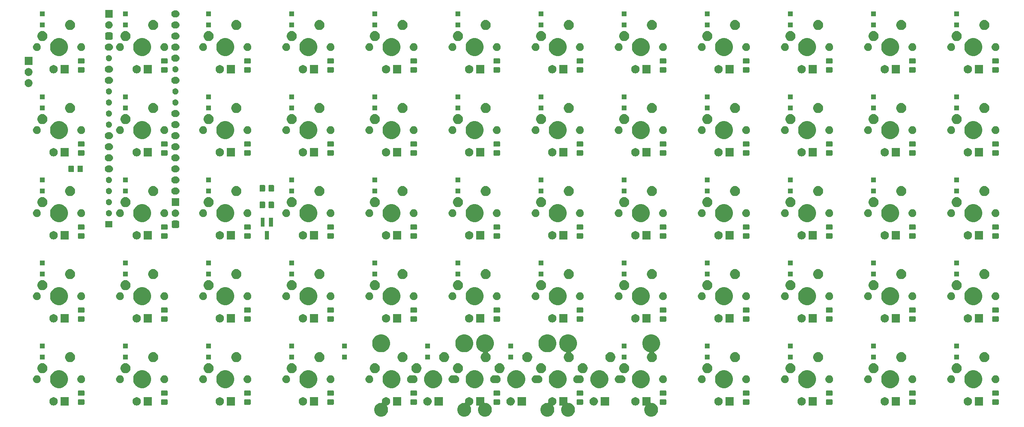
<source format=gbs>
G04 #@! TF.GenerationSoftware,KiCad,Pcbnew,(5.1.4)-1*
G04 #@! TF.CreationDate,2020-10-21T19:16:38-05:00*
G04 #@! TF.ProjectId,Alpha,416c7068-612e-46b6-9963-61645f706362,rev?*
G04 #@! TF.SameCoordinates,Original*
G04 #@! TF.FileFunction,Soldermask,Bot*
G04 #@! TF.FilePolarity,Negative*
%FSLAX46Y46*%
G04 Gerber Fmt 4.6, Leading zero omitted, Abs format (unit mm)*
G04 Created by KiCad (PCBNEW (5.1.4)-1) date 2020-10-21 19:16:38*
%MOMM*%
%LPD*%
G04 APERTURE LIST*
%ADD10C,0.100000*%
G04 APERTURE END LIST*
D10*
G36*
X179386000Y-137379001D02*
G01*
X179388402Y-137403387D01*
X179395515Y-137426836D01*
X179407066Y-137448447D01*
X179422611Y-137467389D01*
X179441553Y-137482934D01*
X179463164Y-137494485D01*
X179486613Y-137501598D01*
X179510999Y-137504000D01*
X179695224Y-137504000D01*
X179771083Y-137519090D01*
X179999702Y-137564564D01*
X180286516Y-137683367D01*
X180544642Y-137855841D01*
X180764159Y-138075358D01*
X180936633Y-138333484D01*
X181055436Y-138620298D01*
X181116000Y-138924778D01*
X181116000Y-139235222D01*
X181055436Y-139539702D01*
X180936633Y-139826516D01*
X180764159Y-140084642D01*
X180544642Y-140304159D01*
X180286516Y-140476633D01*
X179999702Y-140595436D01*
X179771083Y-140640910D01*
X179695224Y-140656000D01*
X179384776Y-140656000D01*
X179308917Y-140640910D01*
X179080298Y-140595436D01*
X178793484Y-140476633D01*
X178535358Y-140304159D01*
X178315841Y-140084642D01*
X178143367Y-139826516D01*
X178024564Y-139539702D01*
X177964000Y-139235222D01*
X177964000Y-138924778D01*
X178024564Y-138620298D01*
X178143367Y-138333484D01*
X178162104Y-138305442D01*
X178173654Y-138283834D01*
X178180767Y-138260385D01*
X178183169Y-138235999D01*
X178180767Y-138211612D01*
X178173654Y-138188164D01*
X178162103Y-138166553D01*
X178146557Y-138147611D01*
X178127615Y-138132066D01*
X178106005Y-138120515D01*
X178082556Y-138113402D01*
X178058170Y-138111000D01*
X177484000Y-138111000D01*
X177484000Y-136209000D01*
X179386000Y-136209000D01*
X179386000Y-137379001D01*
X179386000Y-137379001D01*
G37*
G36*
X160336000Y-137379001D02*
G01*
X160338402Y-137403387D01*
X160345515Y-137426836D01*
X160357066Y-137448447D01*
X160372611Y-137467389D01*
X160391553Y-137482934D01*
X160413164Y-137494485D01*
X160436613Y-137501598D01*
X160460999Y-137504000D01*
X160645224Y-137504000D01*
X160721083Y-137519090D01*
X160949702Y-137564564D01*
X161236516Y-137683367D01*
X161494642Y-137855841D01*
X161714159Y-138075358D01*
X161886633Y-138333484D01*
X162005436Y-138620298D01*
X162066000Y-138924778D01*
X162066000Y-139235222D01*
X162005436Y-139539702D01*
X161886633Y-139826516D01*
X161714159Y-140084642D01*
X161494642Y-140304159D01*
X161236516Y-140476633D01*
X160949702Y-140595436D01*
X160721083Y-140640910D01*
X160645224Y-140656000D01*
X160334776Y-140656000D01*
X160258917Y-140640910D01*
X160030298Y-140595436D01*
X159743484Y-140476633D01*
X159485358Y-140304159D01*
X159265841Y-140084642D01*
X159093367Y-139826516D01*
X158974564Y-139539702D01*
X158914000Y-139235222D01*
X158914000Y-138924778D01*
X158974564Y-138620298D01*
X159093367Y-138333484D01*
X159112104Y-138305442D01*
X159123654Y-138283834D01*
X159130767Y-138260385D01*
X159133169Y-138235999D01*
X159130767Y-138211612D01*
X159123654Y-138188164D01*
X159112103Y-138166553D01*
X159096557Y-138147611D01*
X159077615Y-138132066D01*
X159056005Y-138120515D01*
X159032556Y-138113402D01*
X159008170Y-138111000D01*
X158434000Y-138111000D01*
X158434000Y-136209000D01*
X160336000Y-136209000D01*
X160336000Y-137379001D01*
X160336000Y-137379001D01*
G37*
G36*
X119022395Y-136245546D02*
G01*
X119195466Y-136317234D01*
X119195467Y-136317235D01*
X119351227Y-136421310D01*
X119483690Y-136553773D01*
X119483691Y-136553775D01*
X119587766Y-136709534D01*
X119659454Y-136882605D01*
X119696000Y-137066333D01*
X119696000Y-137253667D01*
X119659454Y-137437395D01*
X119587766Y-137610466D01*
X119587765Y-137610467D01*
X119483690Y-137766227D01*
X119351227Y-137898690D01*
X119309554Y-137926535D01*
X119195466Y-138002766D01*
X119038704Y-138067699D01*
X119017093Y-138079250D01*
X118998151Y-138094795D01*
X118982606Y-138113737D01*
X118971055Y-138135348D01*
X118963942Y-138158797D01*
X118961540Y-138183183D01*
X118963942Y-138207569D01*
X118971055Y-138231018D01*
X118982600Y-138252618D01*
X119036633Y-138333484D01*
X119155436Y-138620298D01*
X119216000Y-138924778D01*
X119216000Y-139235222D01*
X119155436Y-139539702D01*
X119036633Y-139826516D01*
X118864159Y-140084642D01*
X118644642Y-140304159D01*
X118386516Y-140476633D01*
X118099702Y-140595436D01*
X117871083Y-140640910D01*
X117795224Y-140656000D01*
X117484776Y-140656000D01*
X117408917Y-140640910D01*
X117180298Y-140595436D01*
X116893484Y-140476633D01*
X116635358Y-140304159D01*
X116415841Y-140084642D01*
X116243367Y-139826516D01*
X116124564Y-139539702D01*
X116064000Y-139235222D01*
X116064000Y-138924778D01*
X116124564Y-138620298D01*
X116243367Y-138333484D01*
X116415841Y-138075358D01*
X116635358Y-137855841D01*
X116893484Y-137683367D01*
X117180298Y-137564564D01*
X117408917Y-137519090D01*
X117484776Y-137504000D01*
X117691483Y-137504000D01*
X117715869Y-137501598D01*
X117739318Y-137494485D01*
X117760929Y-137482934D01*
X117779871Y-137467389D01*
X117795416Y-137448447D01*
X117806967Y-137426836D01*
X117814080Y-137403387D01*
X117816482Y-137379001D01*
X117814080Y-137354615D01*
X117794000Y-137253667D01*
X117794000Y-137066333D01*
X117830546Y-136882605D01*
X117902234Y-136709534D01*
X118006309Y-136553775D01*
X118006310Y-136553773D01*
X118138773Y-136421310D01*
X118294533Y-136317235D01*
X118294534Y-136317234D01*
X118467605Y-136245546D01*
X118651333Y-136209000D01*
X118838667Y-136209000D01*
X119022395Y-136245546D01*
X119022395Y-136245546D01*
G37*
G36*
X141286000Y-137379001D02*
G01*
X141288402Y-137403387D01*
X141295515Y-137426836D01*
X141307066Y-137448447D01*
X141322611Y-137467389D01*
X141341553Y-137482934D01*
X141363164Y-137494485D01*
X141386613Y-137501598D01*
X141410999Y-137504000D01*
X141595224Y-137504000D01*
X141671083Y-137519090D01*
X141899702Y-137564564D01*
X142186516Y-137683367D01*
X142444642Y-137855841D01*
X142664159Y-138075358D01*
X142836633Y-138333484D01*
X142955436Y-138620298D01*
X143016000Y-138924778D01*
X143016000Y-139235222D01*
X142955436Y-139539702D01*
X142836633Y-139826516D01*
X142664159Y-140084642D01*
X142444642Y-140304159D01*
X142186516Y-140476633D01*
X141899702Y-140595436D01*
X141671083Y-140640910D01*
X141595224Y-140656000D01*
X141284776Y-140656000D01*
X141208917Y-140640910D01*
X140980298Y-140595436D01*
X140693484Y-140476633D01*
X140435358Y-140304159D01*
X140215841Y-140084642D01*
X140043367Y-139826516D01*
X139924564Y-139539702D01*
X139864000Y-139235222D01*
X139864000Y-138924778D01*
X139924564Y-138620298D01*
X140043367Y-138333484D01*
X140062104Y-138305442D01*
X140073654Y-138283834D01*
X140080767Y-138260385D01*
X140083169Y-138235999D01*
X140080767Y-138211612D01*
X140073654Y-138188164D01*
X140062103Y-138166553D01*
X140046557Y-138147611D01*
X140027615Y-138132066D01*
X140006005Y-138120515D01*
X139982556Y-138113402D01*
X139958170Y-138111000D01*
X139384000Y-138111000D01*
X139384000Y-136209000D01*
X141286000Y-136209000D01*
X141286000Y-137379001D01*
X141286000Y-137379001D01*
G37*
G36*
X157122395Y-136245546D02*
G01*
X157295466Y-136317234D01*
X157295467Y-136317235D01*
X157451227Y-136421310D01*
X157583690Y-136553773D01*
X157583691Y-136553775D01*
X157687766Y-136709534D01*
X157759454Y-136882605D01*
X157796000Y-137066333D01*
X157796000Y-137253667D01*
X157759454Y-137437395D01*
X157687766Y-137610466D01*
X157687765Y-137610467D01*
X157583690Y-137766227D01*
X157451227Y-137898690D01*
X157409554Y-137926535D01*
X157295466Y-138002766D01*
X157138704Y-138067699D01*
X157117093Y-138079250D01*
X157098151Y-138094795D01*
X157082606Y-138113737D01*
X157071055Y-138135348D01*
X157063942Y-138158797D01*
X157061540Y-138183183D01*
X157063942Y-138207569D01*
X157071055Y-138231018D01*
X157082600Y-138252618D01*
X157136633Y-138333484D01*
X157255436Y-138620298D01*
X157316000Y-138924778D01*
X157316000Y-139235222D01*
X157255436Y-139539702D01*
X157136633Y-139826516D01*
X156964159Y-140084642D01*
X156744642Y-140304159D01*
X156486516Y-140476633D01*
X156199702Y-140595436D01*
X155971083Y-140640910D01*
X155895224Y-140656000D01*
X155584776Y-140656000D01*
X155508917Y-140640910D01*
X155280298Y-140595436D01*
X154993484Y-140476633D01*
X154735358Y-140304159D01*
X154515841Y-140084642D01*
X154343367Y-139826516D01*
X154224564Y-139539702D01*
X154164000Y-139235222D01*
X154164000Y-138924778D01*
X154224564Y-138620298D01*
X154343367Y-138333484D01*
X154515841Y-138075358D01*
X154735358Y-137855841D01*
X154993484Y-137683367D01*
X155280298Y-137564564D01*
X155508917Y-137519090D01*
X155584776Y-137504000D01*
X155791483Y-137504000D01*
X155815869Y-137501598D01*
X155839318Y-137494485D01*
X155860929Y-137482934D01*
X155879871Y-137467389D01*
X155895416Y-137448447D01*
X155906967Y-137426836D01*
X155914080Y-137403387D01*
X155916482Y-137379001D01*
X155914080Y-137354615D01*
X155894000Y-137253667D01*
X155894000Y-137066333D01*
X155930546Y-136882605D01*
X156002234Y-136709534D01*
X156106309Y-136553775D01*
X156106310Y-136553773D01*
X156238773Y-136421310D01*
X156394533Y-136317235D01*
X156394534Y-136317234D01*
X156567605Y-136245546D01*
X156751333Y-136209000D01*
X156938667Y-136209000D01*
X157122395Y-136245546D01*
X157122395Y-136245546D01*
G37*
G36*
X138072395Y-136245546D02*
G01*
X138245466Y-136317234D01*
X138245467Y-136317235D01*
X138401227Y-136421310D01*
X138533690Y-136553773D01*
X138533691Y-136553775D01*
X138637766Y-136709534D01*
X138709454Y-136882605D01*
X138746000Y-137066333D01*
X138746000Y-137253667D01*
X138709454Y-137437395D01*
X138637766Y-137610466D01*
X138637765Y-137610467D01*
X138533690Y-137766227D01*
X138401227Y-137898690D01*
X138359554Y-137926535D01*
X138245466Y-138002766D01*
X138088704Y-138067699D01*
X138067093Y-138079250D01*
X138048151Y-138094795D01*
X138032606Y-138113737D01*
X138021055Y-138135348D01*
X138013942Y-138158797D01*
X138011540Y-138183183D01*
X138013942Y-138207569D01*
X138021055Y-138231018D01*
X138032600Y-138252618D01*
X138086633Y-138333484D01*
X138205436Y-138620298D01*
X138266000Y-138924778D01*
X138266000Y-139235222D01*
X138205436Y-139539702D01*
X138086633Y-139826516D01*
X137914159Y-140084642D01*
X137694642Y-140304159D01*
X137436516Y-140476633D01*
X137149702Y-140595436D01*
X136921083Y-140640910D01*
X136845224Y-140656000D01*
X136534776Y-140656000D01*
X136458917Y-140640910D01*
X136230298Y-140595436D01*
X135943484Y-140476633D01*
X135685358Y-140304159D01*
X135465841Y-140084642D01*
X135293367Y-139826516D01*
X135174564Y-139539702D01*
X135114000Y-139235222D01*
X135114000Y-138924778D01*
X135174564Y-138620298D01*
X135293367Y-138333484D01*
X135465841Y-138075358D01*
X135685358Y-137855841D01*
X135943484Y-137683367D01*
X136230298Y-137564564D01*
X136458917Y-137519090D01*
X136534776Y-137504000D01*
X136741483Y-137504000D01*
X136765869Y-137501598D01*
X136789318Y-137494485D01*
X136810929Y-137482934D01*
X136829871Y-137467389D01*
X136845416Y-137448447D01*
X136856967Y-137426836D01*
X136864080Y-137403387D01*
X136866482Y-137379001D01*
X136864080Y-137354615D01*
X136844000Y-137253667D01*
X136844000Y-137066333D01*
X136880546Y-136882605D01*
X136952234Y-136709534D01*
X137056309Y-136553775D01*
X137056310Y-136553773D01*
X137188773Y-136421310D01*
X137344533Y-136317235D01*
X137344534Y-136317234D01*
X137517605Y-136245546D01*
X137701333Y-136209000D01*
X137888667Y-136209000D01*
X138072395Y-136245546D01*
X138072395Y-136245546D01*
G37*
G36*
X103186000Y-138111000D02*
G01*
X101284000Y-138111000D01*
X101284000Y-136209000D01*
X103186000Y-136209000D01*
X103186000Y-138111000D01*
X103186000Y-138111000D01*
G37*
G36*
X198436000Y-138111000D02*
G01*
X196534000Y-138111000D01*
X196534000Y-136209000D01*
X198436000Y-136209000D01*
X198436000Y-138111000D01*
X198436000Y-138111000D01*
G37*
G36*
X195222395Y-136245546D02*
G01*
X195395466Y-136317234D01*
X195395467Y-136317235D01*
X195551227Y-136421310D01*
X195683690Y-136553773D01*
X195683691Y-136553775D01*
X195787766Y-136709534D01*
X195859454Y-136882605D01*
X195896000Y-137066333D01*
X195896000Y-137253667D01*
X195859454Y-137437395D01*
X195787766Y-137610466D01*
X195787765Y-137610467D01*
X195683690Y-137766227D01*
X195551227Y-137898690D01*
X195509554Y-137926535D01*
X195395466Y-138002766D01*
X195222395Y-138074454D01*
X195038667Y-138111000D01*
X194851333Y-138111000D01*
X194667605Y-138074454D01*
X194494534Y-138002766D01*
X194380446Y-137926535D01*
X194338773Y-137898690D01*
X194206310Y-137766227D01*
X194102235Y-137610467D01*
X194102234Y-137610466D01*
X194030546Y-137437395D01*
X193994000Y-137253667D01*
X193994000Y-137066333D01*
X194030546Y-136882605D01*
X194102234Y-136709534D01*
X194206309Y-136553775D01*
X194206310Y-136553773D01*
X194338773Y-136421310D01*
X194494533Y-136317235D01*
X194494534Y-136317234D01*
X194667605Y-136245546D01*
X194851333Y-136209000D01*
X195038667Y-136209000D01*
X195222395Y-136245546D01*
X195222395Y-136245546D01*
G37*
G36*
X176172395Y-136245546D02*
G01*
X176345466Y-136317234D01*
X176345467Y-136317235D01*
X176501227Y-136421310D01*
X176633690Y-136553773D01*
X176633691Y-136553775D01*
X176737766Y-136709534D01*
X176809454Y-136882605D01*
X176846000Y-137066333D01*
X176846000Y-137253667D01*
X176809454Y-137437395D01*
X176737766Y-137610466D01*
X176737765Y-137610467D01*
X176633690Y-137766227D01*
X176501227Y-137898690D01*
X176459554Y-137926535D01*
X176345466Y-138002766D01*
X176172395Y-138074454D01*
X175988667Y-138111000D01*
X175801333Y-138111000D01*
X175617605Y-138074454D01*
X175444534Y-138002766D01*
X175330446Y-137926535D01*
X175288773Y-137898690D01*
X175156310Y-137766227D01*
X175052235Y-137610467D01*
X175052234Y-137610466D01*
X174980546Y-137437395D01*
X174944000Y-137253667D01*
X174944000Y-137066333D01*
X174980546Y-136882605D01*
X175052234Y-136709534D01*
X175156309Y-136553775D01*
X175156310Y-136553773D01*
X175288773Y-136421310D01*
X175444533Y-136317235D01*
X175444534Y-136317234D01*
X175617605Y-136245546D01*
X175801333Y-136209000D01*
X175988667Y-136209000D01*
X176172395Y-136245546D01*
X176172395Y-136245546D01*
G37*
G36*
X99972395Y-136245546D02*
G01*
X100145466Y-136317234D01*
X100145467Y-136317235D01*
X100301227Y-136421310D01*
X100433690Y-136553773D01*
X100433691Y-136553775D01*
X100537766Y-136709534D01*
X100609454Y-136882605D01*
X100646000Y-137066333D01*
X100646000Y-137253667D01*
X100609454Y-137437395D01*
X100537766Y-137610466D01*
X100537765Y-137610467D01*
X100433690Y-137766227D01*
X100301227Y-137898690D01*
X100259554Y-137926535D01*
X100145466Y-138002766D01*
X99972395Y-138074454D01*
X99788667Y-138111000D01*
X99601333Y-138111000D01*
X99417605Y-138074454D01*
X99244534Y-138002766D01*
X99130446Y-137926535D01*
X99088773Y-137898690D01*
X98956310Y-137766227D01*
X98852235Y-137610467D01*
X98852234Y-137610466D01*
X98780546Y-137437395D01*
X98744000Y-137253667D01*
X98744000Y-137066333D01*
X98780546Y-136882605D01*
X98852234Y-136709534D01*
X98956309Y-136553775D01*
X98956310Y-136553773D01*
X99088773Y-136421310D01*
X99244533Y-136317235D01*
X99244534Y-136317234D01*
X99417605Y-136245546D01*
X99601333Y-136209000D01*
X99788667Y-136209000D01*
X99972395Y-136245546D01*
X99972395Y-136245546D01*
G37*
G36*
X84136000Y-138111000D02*
G01*
X82234000Y-138111000D01*
X82234000Y-136209000D01*
X84136000Y-136209000D01*
X84136000Y-138111000D01*
X84136000Y-138111000D01*
G37*
G36*
X80922395Y-136245546D02*
G01*
X81095466Y-136317234D01*
X81095467Y-136317235D01*
X81251227Y-136421310D01*
X81383690Y-136553773D01*
X81383691Y-136553775D01*
X81487766Y-136709534D01*
X81559454Y-136882605D01*
X81596000Y-137066333D01*
X81596000Y-137253667D01*
X81559454Y-137437395D01*
X81487766Y-137610466D01*
X81487765Y-137610467D01*
X81383690Y-137766227D01*
X81251227Y-137898690D01*
X81209554Y-137926535D01*
X81095466Y-138002766D01*
X80922395Y-138074454D01*
X80738667Y-138111000D01*
X80551333Y-138111000D01*
X80367605Y-138074454D01*
X80194534Y-138002766D01*
X80080446Y-137926535D01*
X80038773Y-137898690D01*
X79906310Y-137766227D01*
X79802235Y-137610467D01*
X79802234Y-137610466D01*
X79730546Y-137437395D01*
X79694000Y-137253667D01*
X79694000Y-137066333D01*
X79730546Y-136882605D01*
X79802234Y-136709534D01*
X79906309Y-136553775D01*
X79906310Y-136553773D01*
X80038773Y-136421310D01*
X80194533Y-136317235D01*
X80194534Y-136317234D01*
X80367605Y-136245546D01*
X80551333Y-136209000D01*
X80738667Y-136209000D01*
X80922395Y-136245546D01*
X80922395Y-136245546D01*
G37*
G36*
X65086000Y-138111000D02*
G01*
X63184000Y-138111000D01*
X63184000Y-136209000D01*
X65086000Y-136209000D01*
X65086000Y-138111000D01*
X65086000Y-138111000D01*
G37*
G36*
X61872395Y-136245546D02*
G01*
X62045466Y-136317234D01*
X62045467Y-136317235D01*
X62201227Y-136421310D01*
X62333690Y-136553773D01*
X62333691Y-136553775D01*
X62437766Y-136709534D01*
X62509454Y-136882605D01*
X62546000Y-137066333D01*
X62546000Y-137253667D01*
X62509454Y-137437395D01*
X62437766Y-137610466D01*
X62437765Y-137610467D01*
X62333690Y-137766227D01*
X62201227Y-137898690D01*
X62159554Y-137926535D01*
X62045466Y-138002766D01*
X61872395Y-138074454D01*
X61688667Y-138111000D01*
X61501333Y-138111000D01*
X61317605Y-138074454D01*
X61144534Y-138002766D01*
X61030446Y-137926535D01*
X60988773Y-137898690D01*
X60856310Y-137766227D01*
X60752235Y-137610467D01*
X60752234Y-137610466D01*
X60680546Y-137437395D01*
X60644000Y-137253667D01*
X60644000Y-137066333D01*
X60680546Y-136882605D01*
X60752234Y-136709534D01*
X60856309Y-136553775D01*
X60856310Y-136553773D01*
X60988773Y-136421310D01*
X61144533Y-136317235D01*
X61144534Y-136317234D01*
X61317605Y-136245546D01*
X61501333Y-136209000D01*
X61688667Y-136209000D01*
X61872395Y-136245546D01*
X61872395Y-136245546D01*
G37*
G36*
X46036000Y-138111000D02*
G01*
X44134000Y-138111000D01*
X44134000Y-136209000D01*
X46036000Y-136209000D01*
X46036000Y-138111000D01*
X46036000Y-138111000D01*
G37*
G36*
X42822395Y-136245546D02*
G01*
X42995466Y-136317234D01*
X42995467Y-136317235D01*
X43151227Y-136421310D01*
X43283690Y-136553773D01*
X43283691Y-136553775D01*
X43387766Y-136709534D01*
X43459454Y-136882605D01*
X43496000Y-137066333D01*
X43496000Y-137253667D01*
X43459454Y-137437395D01*
X43387766Y-137610466D01*
X43387765Y-137610467D01*
X43283690Y-137766227D01*
X43151227Y-137898690D01*
X43109554Y-137926535D01*
X42995466Y-138002766D01*
X42822395Y-138074454D01*
X42638667Y-138111000D01*
X42451333Y-138111000D01*
X42267605Y-138074454D01*
X42094534Y-138002766D01*
X41980446Y-137926535D01*
X41938773Y-137898690D01*
X41806310Y-137766227D01*
X41702235Y-137610467D01*
X41702234Y-137610466D01*
X41630546Y-137437395D01*
X41594000Y-137253667D01*
X41594000Y-137066333D01*
X41630546Y-136882605D01*
X41702234Y-136709534D01*
X41806309Y-136553775D01*
X41806310Y-136553773D01*
X41938773Y-136421310D01*
X42094533Y-136317235D01*
X42094534Y-136317234D01*
X42267605Y-136245546D01*
X42451333Y-136209000D01*
X42638667Y-136209000D01*
X42822395Y-136245546D01*
X42822395Y-136245546D01*
G37*
G36*
X122236000Y-138111000D02*
G01*
X120334000Y-138111000D01*
X120334000Y-136209000D01*
X122236000Y-136209000D01*
X122236000Y-138111000D01*
X122236000Y-138111000D01*
G37*
G36*
X166647395Y-136245546D02*
G01*
X166820466Y-136317234D01*
X166820467Y-136317235D01*
X166976227Y-136421310D01*
X167108690Y-136553773D01*
X167108691Y-136553775D01*
X167212766Y-136709534D01*
X167284454Y-136882605D01*
X167321000Y-137066333D01*
X167321000Y-137253667D01*
X167284454Y-137437395D01*
X167212766Y-137610466D01*
X167212765Y-137610467D01*
X167108690Y-137766227D01*
X166976227Y-137898690D01*
X166934554Y-137926535D01*
X166820466Y-138002766D01*
X166647395Y-138074454D01*
X166463667Y-138111000D01*
X166276333Y-138111000D01*
X166092605Y-138074454D01*
X165919534Y-138002766D01*
X165805446Y-137926535D01*
X165763773Y-137898690D01*
X165631310Y-137766227D01*
X165527235Y-137610467D01*
X165527234Y-137610466D01*
X165455546Y-137437395D01*
X165419000Y-137253667D01*
X165419000Y-137066333D01*
X165455546Y-136882605D01*
X165527234Y-136709534D01*
X165631309Y-136553775D01*
X165631310Y-136553773D01*
X165763773Y-136421310D01*
X165919533Y-136317235D01*
X165919534Y-136317234D01*
X166092605Y-136245546D01*
X166276333Y-136209000D01*
X166463667Y-136209000D01*
X166647395Y-136245546D01*
X166647395Y-136245546D01*
G37*
G36*
X169861000Y-138111000D02*
G01*
X167959000Y-138111000D01*
X167959000Y-136209000D01*
X169861000Y-136209000D01*
X169861000Y-138111000D01*
X169861000Y-138111000D01*
G37*
G36*
X214272395Y-136245546D02*
G01*
X214445466Y-136317234D01*
X214445467Y-136317235D01*
X214601227Y-136421310D01*
X214733690Y-136553773D01*
X214733691Y-136553775D01*
X214837766Y-136709534D01*
X214909454Y-136882605D01*
X214946000Y-137066333D01*
X214946000Y-137253667D01*
X214909454Y-137437395D01*
X214837766Y-137610466D01*
X214837765Y-137610467D01*
X214733690Y-137766227D01*
X214601227Y-137898690D01*
X214559554Y-137926535D01*
X214445466Y-138002766D01*
X214272395Y-138074454D01*
X214088667Y-138111000D01*
X213901333Y-138111000D01*
X213717605Y-138074454D01*
X213544534Y-138002766D01*
X213430446Y-137926535D01*
X213388773Y-137898690D01*
X213256310Y-137766227D01*
X213152235Y-137610467D01*
X213152234Y-137610466D01*
X213080546Y-137437395D01*
X213044000Y-137253667D01*
X213044000Y-137066333D01*
X213080546Y-136882605D01*
X213152234Y-136709534D01*
X213256309Y-136553775D01*
X213256310Y-136553773D01*
X213388773Y-136421310D01*
X213544533Y-136317235D01*
X213544534Y-136317234D01*
X213717605Y-136245546D01*
X213901333Y-136209000D01*
X214088667Y-136209000D01*
X214272395Y-136245546D01*
X214272395Y-136245546D01*
G37*
G36*
X233322395Y-136245546D02*
G01*
X233495466Y-136317234D01*
X233495467Y-136317235D01*
X233651227Y-136421310D01*
X233783690Y-136553773D01*
X233783691Y-136553775D01*
X233887766Y-136709534D01*
X233959454Y-136882605D01*
X233996000Y-137066333D01*
X233996000Y-137253667D01*
X233959454Y-137437395D01*
X233887766Y-137610466D01*
X233887765Y-137610467D01*
X233783690Y-137766227D01*
X233651227Y-137898690D01*
X233609554Y-137926535D01*
X233495466Y-138002766D01*
X233322395Y-138074454D01*
X233138667Y-138111000D01*
X232951333Y-138111000D01*
X232767605Y-138074454D01*
X232594534Y-138002766D01*
X232480446Y-137926535D01*
X232438773Y-137898690D01*
X232306310Y-137766227D01*
X232202235Y-137610467D01*
X232202234Y-137610466D01*
X232130546Y-137437395D01*
X232094000Y-137253667D01*
X232094000Y-137066333D01*
X232130546Y-136882605D01*
X232202234Y-136709534D01*
X232306309Y-136553775D01*
X232306310Y-136553773D01*
X232438773Y-136421310D01*
X232594533Y-136317235D01*
X232594534Y-136317234D01*
X232767605Y-136245546D01*
X232951333Y-136209000D01*
X233138667Y-136209000D01*
X233322395Y-136245546D01*
X233322395Y-136245546D01*
G37*
G36*
X236536000Y-138111000D02*
G01*
X234634000Y-138111000D01*
X234634000Y-136209000D01*
X236536000Y-136209000D01*
X236536000Y-138111000D01*
X236536000Y-138111000D01*
G37*
G36*
X217486000Y-138111000D02*
G01*
X215584000Y-138111000D01*
X215584000Y-136209000D01*
X217486000Y-136209000D01*
X217486000Y-138111000D01*
X217486000Y-138111000D01*
G37*
G36*
X252372395Y-136245546D02*
G01*
X252545466Y-136317234D01*
X252545467Y-136317235D01*
X252701227Y-136421310D01*
X252833690Y-136553773D01*
X252833691Y-136553775D01*
X252937766Y-136709534D01*
X253009454Y-136882605D01*
X253046000Y-137066333D01*
X253046000Y-137253667D01*
X253009454Y-137437395D01*
X252937766Y-137610466D01*
X252937765Y-137610467D01*
X252833690Y-137766227D01*
X252701227Y-137898690D01*
X252659554Y-137926535D01*
X252545466Y-138002766D01*
X252372395Y-138074454D01*
X252188667Y-138111000D01*
X252001333Y-138111000D01*
X251817605Y-138074454D01*
X251644534Y-138002766D01*
X251530446Y-137926535D01*
X251488773Y-137898690D01*
X251356310Y-137766227D01*
X251252235Y-137610467D01*
X251252234Y-137610466D01*
X251180546Y-137437395D01*
X251144000Y-137253667D01*
X251144000Y-137066333D01*
X251180546Y-136882605D01*
X251252234Y-136709534D01*
X251356309Y-136553775D01*
X251356310Y-136553773D01*
X251488773Y-136421310D01*
X251644533Y-136317235D01*
X251644534Y-136317234D01*
X251817605Y-136245546D01*
X252001333Y-136209000D01*
X252188667Y-136209000D01*
X252372395Y-136245546D01*
X252372395Y-136245546D01*
G37*
G36*
X255586000Y-138111000D02*
G01*
X253684000Y-138111000D01*
X253684000Y-136209000D01*
X255586000Y-136209000D01*
X255586000Y-138111000D01*
X255586000Y-138111000D01*
G37*
G36*
X131761000Y-138111000D02*
G01*
X129859000Y-138111000D01*
X129859000Y-136209000D01*
X131761000Y-136209000D01*
X131761000Y-138111000D01*
X131761000Y-138111000D01*
G37*
G36*
X128547395Y-136245546D02*
G01*
X128720466Y-136317234D01*
X128720467Y-136317235D01*
X128876227Y-136421310D01*
X129008690Y-136553773D01*
X129008691Y-136553775D01*
X129112766Y-136709534D01*
X129184454Y-136882605D01*
X129221000Y-137066333D01*
X129221000Y-137253667D01*
X129184454Y-137437395D01*
X129112766Y-137610466D01*
X129112765Y-137610467D01*
X129008690Y-137766227D01*
X128876227Y-137898690D01*
X128834554Y-137926535D01*
X128720466Y-138002766D01*
X128547395Y-138074454D01*
X128363667Y-138111000D01*
X128176333Y-138111000D01*
X127992605Y-138074454D01*
X127819534Y-138002766D01*
X127705446Y-137926535D01*
X127663773Y-137898690D01*
X127531310Y-137766227D01*
X127427235Y-137610467D01*
X127427234Y-137610466D01*
X127355546Y-137437395D01*
X127319000Y-137253667D01*
X127319000Y-137066333D01*
X127355546Y-136882605D01*
X127427234Y-136709534D01*
X127531309Y-136553775D01*
X127531310Y-136553773D01*
X127663773Y-136421310D01*
X127819533Y-136317235D01*
X127819534Y-136317234D01*
X127992605Y-136245546D01*
X128176333Y-136209000D01*
X128363667Y-136209000D01*
X128547395Y-136245546D01*
X128547395Y-136245546D01*
G37*
G36*
X147597395Y-136245546D02*
G01*
X147770466Y-136317234D01*
X147770467Y-136317235D01*
X147926227Y-136421310D01*
X148058690Y-136553773D01*
X148058691Y-136553775D01*
X148162766Y-136709534D01*
X148234454Y-136882605D01*
X148271000Y-137066333D01*
X148271000Y-137253667D01*
X148234454Y-137437395D01*
X148162766Y-137610466D01*
X148162765Y-137610467D01*
X148058690Y-137766227D01*
X147926227Y-137898690D01*
X147884554Y-137926535D01*
X147770466Y-138002766D01*
X147597395Y-138074454D01*
X147413667Y-138111000D01*
X147226333Y-138111000D01*
X147042605Y-138074454D01*
X146869534Y-138002766D01*
X146755446Y-137926535D01*
X146713773Y-137898690D01*
X146581310Y-137766227D01*
X146477235Y-137610467D01*
X146477234Y-137610466D01*
X146405546Y-137437395D01*
X146369000Y-137253667D01*
X146369000Y-137066333D01*
X146405546Y-136882605D01*
X146477234Y-136709534D01*
X146581309Y-136553775D01*
X146581310Y-136553773D01*
X146713773Y-136421310D01*
X146869533Y-136317235D01*
X146869534Y-136317234D01*
X147042605Y-136245546D01*
X147226333Y-136209000D01*
X147413667Y-136209000D01*
X147597395Y-136245546D01*
X147597395Y-136245546D01*
G37*
G36*
X150811000Y-138111000D02*
G01*
X148909000Y-138111000D01*
X148909000Y-136209000D01*
X150811000Y-136209000D01*
X150811000Y-138111000D01*
X150811000Y-138111000D01*
G37*
G36*
X125683674Y-136683465D02*
G01*
X125721367Y-136694899D01*
X125756103Y-136713466D01*
X125786548Y-136738452D01*
X125811534Y-136768897D01*
X125830101Y-136803633D01*
X125841535Y-136841326D01*
X125846000Y-136886661D01*
X125846000Y-137723339D01*
X125841535Y-137768674D01*
X125830101Y-137806367D01*
X125811534Y-137841103D01*
X125786548Y-137871548D01*
X125756103Y-137896534D01*
X125721367Y-137915101D01*
X125683674Y-137926535D01*
X125638339Y-137931000D01*
X124551661Y-137931000D01*
X124506326Y-137926535D01*
X124468633Y-137915101D01*
X124433897Y-137896534D01*
X124403452Y-137871548D01*
X124378466Y-137841103D01*
X124359899Y-137806367D01*
X124348465Y-137768674D01*
X124344000Y-137723339D01*
X124344000Y-136886661D01*
X124348465Y-136841326D01*
X124359899Y-136803633D01*
X124378466Y-136768897D01*
X124403452Y-136738452D01*
X124433897Y-136713466D01*
X124468633Y-136694899D01*
X124506326Y-136683465D01*
X124551661Y-136679000D01*
X125638339Y-136679000D01*
X125683674Y-136683465D01*
X125683674Y-136683465D01*
G37*
G36*
X182833674Y-136683465D02*
G01*
X182871367Y-136694899D01*
X182906103Y-136713466D01*
X182936548Y-136738452D01*
X182961534Y-136768897D01*
X182980101Y-136803633D01*
X182991535Y-136841326D01*
X182996000Y-136886661D01*
X182996000Y-137723339D01*
X182991535Y-137768674D01*
X182980101Y-137806367D01*
X182961534Y-137841103D01*
X182936548Y-137871548D01*
X182906103Y-137896534D01*
X182871367Y-137915101D01*
X182833674Y-137926535D01*
X182788339Y-137931000D01*
X181701661Y-137931000D01*
X181656326Y-137926535D01*
X181618633Y-137915101D01*
X181583897Y-137896534D01*
X181553452Y-137871548D01*
X181528466Y-137841103D01*
X181509899Y-137806367D01*
X181498465Y-137768674D01*
X181494000Y-137723339D01*
X181494000Y-136886661D01*
X181498465Y-136841326D01*
X181509899Y-136803633D01*
X181528466Y-136768897D01*
X181553452Y-136738452D01*
X181583897Y-136713466D01*
X181618633Y-136694899D01*
X181656326Y-136683465D01*
X181701661Y-136679000D01*
X182788339Y-136679000D01*
X182833674Y-136683465D01*
X182833674Y-136683465D01*
G37*
G36*
X163783674Y-136683465D02*
G01*
X163821367Y-136694899D01*
X163856103Y-136713466D01*
X163886548Y-136738452D01*
X163911534Y-136768897D01*
X163930101Y-136803633D01*
X163941535Y-136841326D01*
X163946000Y-136886661D01*
X163946000Y-137723339D01*
X163941535Y-137768674D01*
X163930101Y-137806367D01*
X163911534Y-137841103D01*
X163886548Y-137871548D01*
X163856103Y-137896534D01*
X163821367Y-137915101D01*
X163783674Y-137926535D01*
X163738339Y-137931000D01*
X162651661Y-137931000D01*
X162606326Y-137926535D01*
X162568633Y-137915101D01*
X162533897Y-137896534D01*
X162503452Y-137871548D01*
X162478466Y-137841103D01*
X162459899Y-137806367D01*
X162448465Y-137768674D01*
X162444000Y-137723339D01*
X162444000Y-136886661D01*
X162448465Y-136841326D01*
X162459899Y-136803633D01*
X162478466Y-136768897D01*
X162503452Y-136738452D01*
X162533897Y-136713466D01*
X162568633Y-136694899D01*
X162606326Y-136683465D01*
X162651661Y-136679000D01*
X163738339Y-136679000D01*
X163783674Y-136683465D01*
X163783674Y-136683465D01*
G37*
G36*
X220933674Y-136683465D02*
G01*
X220971367Y-136694899D01*
X221006103Y-136713466D01*
X221036548Y-136738452D01*
X221061534Y-136768897D01*
X221080101Y-136803633D01*
X221091535Y-136841326D01*
X221096000Y-136886661D01*
X221096000Y-137723339D01*
X221091535Y-137768674D01*
X221080101Y-137806367D01*
X221061534Y-137841103D01*
X221036548Y-137871548D01*
X221006103Y-137896534D01*
X220971367Y-137915101D01*
X220933674Y-137926535D01*
X220888339Y-137931000D01*
X219801661Y-137931000D01*
X219756326Y-137926535D01*
X219718633Y-137915101D01*
X219683897Y-137896534D01*
X219653452Y-137871548D01*
X219628466Y-137841103D01*
X219609899Y-137806367D01*
X219598465Y-137768674D01*
X219594000Y-137723339D01*
X219594000Y-136886661D01*
X219598465Y-136841326D01*
X219609899Y-136803633D01*
X219628466Y-136768897D01*
X219653452Y-136738452D01*
X219683897Y-136713466D01*
X219718633Y-136694899D01*
X219756326Y-136683465D01*
X219801661Y-136679000D01*
X220888339Y-136679000D01*
X220933674Y-136683465D01*
X220933674Y-136683465D01*
G37*
G36*
X144733674Y-136683465D02*
G01*
X144771367Y-136694899D01*
X144806103Y-136713466D01*
X144836548Y-136738452D01*
X144861534Y-136768897D01*
X144880101Y-136803633D01*
X144891535Y-136841326D01*
X144896000Y-136886661D01*
X144896000Y-137723339D01*
X144891535Y-137768674D01*
X144880101Y-137806367D01*
X144861534Y-137841103D01*
X144836548Y-137871548D01*
X144806103Y-137896534D01*
X144771367Y-137915101D01*
X144733674Y-137926535D01*
X144688339Y-137931000D01*
X143601661Y-137931000D01*
X143556326Y-137926535D01*
X143518633Y-137915101D01*
X143483897Y-137896534D01*
X143453452Y-137871548D01*
X143428466Y-137841103D01*
X143409899Y-137806367D01*
X143398465Y-137768674D01*
X143394000Y-137723339D01*
X143394000Y-136886661D01*
X143398465Y-136841326D01*
X143409899Y-136803633D01*
X143428466Y-136768897D01*
X143453452Y-136738452D01*
X143483897Y-136713466D01*
X143518633Y-136694899D01*
X143556326Y-136683465D01*
X143601661Y-136679000D01*
X144688339Y-136679000D01*
X144733674Y-136683465D01*
X144733674Y-136683465D01*
G37*
G36*
X87583674Y-136683465D02*
G01*
X87621367Y-136694899D01*
X87656103Y-136713466D01*
X87686548Y-136738452D01*
X87711534Y-136768897D01*
X87730101Y-136803633D01*
X87741535Y-136841326D01*
X87746000Y-136886661D01*
X87746000Y-137723339D01*
X87741535Y-137768674D01*
X87730101Y-137806367D01*
X87711534Y-137841103D01*
X87686548Y-137871548D01*
X87656103Y-137896534D01*
X87621367Y-137915101D01*
X87583674Y-137926535D01*
X87538339Y-137931000D01*
X86451661Y-137931000D01*
X86406326Y-137926535D01*
X86368633Y-137915101D01*
X86333897Y-137896534D01*
X86303452Y-137871548D01*
X86278466Y-137841103D01*
X86259899Y-137806367D01*
X86248465Y-137768674D01*
X86244000Y-137723339D01*
X86244000Y-136886661D01*
X86248465Y-136841326D01*
X86259899Y-136803633D01*
X86278466Y-136768897D01*
X86303452Y-136738452D01*
X86333897Y-136713466D01*
X86368633Y-136694899D01*
X86406326Y-136683465D01*
X86451661Y-136679000D01*
X87538339Y-136679000D01*
X87583674Y-136683465D01*
X87583674Y-136683465D01*
G37*
G36*
X68533674Y-136683465D02*
G01*
X68571367Y-136694899D01*
X68606103Y-136713466D01*
X68636548Y-136738452D01*
X68661534Y-136768897D01*
X68680101Y-136803633D01*
X68691535Y-136841326D01*
X68696000Y-136886661D01*
X68696000Y-137723339D01*
X68691535Y-137768674D01*
X68680101Y-137806367D01*
X68661534Y-137841103D01*
X68636548Y-137871548D01*
X68606103Y-137896534D01*
X68571367Y-137915101D01*
X68533674Y-137926535D01*
X68488339Y-137931000D01*
X67401661Y-137931000D01*
X67356326Y-137926535D01*
X67318633Y-137915101D01*
X67283897Y-137896534D01*
X67253452Y-137871548D01*
X67228466Y-137841103D01*
X67209899Y-137806367D01*
X67198465Y-137768674D01*
X67194000Y-137723339D01*
X67194000Y-136886661D01*
X67198465Y-136841326D01*
X67209899Y-136803633D01*
X67228466Y-136768897D01*
X67253452Y-136738452D01*
X67283897Y-136713466D01*
X67318633Y-136694899D01*
X67356326Y-136683465D01*
X67401661Y-136679000D01*
X68488339Y-136679000D01*
X68533674Y-136683465D01*
X68533674Y-136683465D01*
G37*
G36*
X49483674Y-136683465D02*
G01*
X49521367Y-136694899D01*
X49556103Y-136713466D01*
X49586548Y-136738452D01*
X49611534Y-136768897D01*
X49630101Y-136803633D01*
X49641535Y-136841326D01*
X49646000Y-136886661D01*
X49646000Y-137723339D01*
X49641535Y-137768674D01*
X49630101Y-137806367D01*
X49611534Y-137841103D01*
X49586548Y-137871548D01*
X49556103Y-137896534D01*
X49521367Y-137915101D01*
X49483674Y-137926535D01*
X49438339Y-137931000D01*
X48351661Y-137931000D01*
X48306326Y-137926535D01*
X48268633Y-137915101D01*
X48233897Y-137896534D01*
X48203452Y-137871548D01*
X48178466Y-137841103D01*
X48159899Y-137806367D01*
X48148465Y-137768674D01*
X48144000Y-137723339D01*
X48144000Y-136886661D01*
X48148465Y-136841326D01*
X48159899Y-136803633D01*
X48178466Y-136768897D01*
X48203452Y-136738452D01*
X48233897Y-136713466D01*
X48268633Y-136694899D01*
X48306326Y-136683465D01*
X48351661Y-136679000D01*
X49438339Y-136679000D01*
X49483674Y-136683465D01*
X49483674Y-136683465D01*
G37*
G36*
X201883674Y-136683465D02*
G01*
X201921367Y-136694899D01*
X201956103Y-136713466D01*
X201986548Y-136738452D01*
X202011534Y-136768897D01*
X202030101Y-136803633D01*
X202041535Y-136841326D01*
X202046000Y-136886661D01*
X202046000Y-137723339D01*
X202041535Y-137768674D01*
X202030101Y-137806367D01*
X202011534Y-137841103D01*
X201986548Y-137871548D01*
X201956103Y-137896534D01*
X201921367Y-137915101D01*
X201883674Y-137926535D01*
X201838339Y-137931000D01*
X200751661Y-137931000D01*
X200706326Y-137926535D01*
X200668633Y-137915101D01*
X200633897Y-137896534D01*
X200603452Y-137871548D01*
X200578466Y-137841103D01*
X200559899Y-137806367D01*
X200548465Y-137768674D01*
X200544000Y-137723339D01*
X200544000Y-136886661D01*
X200548465Y-136841326D01*
X200559899Y-136803633D01*
X200578466Y-136768897D01*
X200603452Y-136738452D01*
X200633897Y-136713466D01*
X200668633Y-136694899D01*
X200706326Y-136683465D01*
X200751661Y-136679000D01*
X201838339Y-136679000D01*
X201883674Y-136683465D01*
X201883674Y-136683465D01*
G37*
G36*
X239983674Y-136683465D02*
G01*
X240021367Y-136694899D01*
X240056103Y-136713466D01*
X240086548Y-136738452D01*
X240111534Y-136768897D01*
X240130101Y-136803633D01*
X240141535Y-136841326D01*
X240146000Y-136886661D01*
X240146000Y-137723339D01*
X240141535Y-137768674D01*
X240130101Y-137806367D01*
X240111534Y-137841103D01*
X240086548Y-137871548D01*
X240056103Y-137896534D01*
X240021367Y-137915101D01*
X239983674Y-137926535D01*
X239938339Y-137931000D01*
X238851661Y-137931000D01*
X238806326Y-137926535D01*
X238768633Y-137915101D01*
X238733897Y-137896534D01*
X238703452Y-137871548D01*
X238678466Y-137841103D01*
X238659899Y-137806367D01*
X238648465Y-137768674D01*
X238644000Y-137723339D01*
X238644000Y-136886661D01*
X238648465Y-136841326D01*
X238659899Y-136803633D01*
X238678466Y-136768897D01*
X238703452Y-136738452D01*
X238733897Y-136713466D01*
X238768633Y-136694899D01*
X238806326Y-136683465D01*
X238851661Y-136679000D01*
X239938339Y-136679000D01*
X239983674Y-136683465D01*
X239983674Y-136683465D01*
G37*
G36*
X259033674Y-136683465D02*
G01*
X259071367Y-136694899D01*
X259106103Y-136713466D01*
X259136548Y-136738452D01*
X259161534Y-136768897D01*
X259180101Y-136803633D01*
X259191535Y-136841326D01*
X259196000Y-136886661D01*
X259196000Y-137723339D01*
X259191535Y-137768674D01*
X259180101Y-137806367D01*
X259161534Y-137841103D01*
X259136548Y-137871548D01*
X259106103Y-137896534D01*
X259071367Y-137915101D01*
X259033674Y-137926535D01*
X258988339Y-137931000D01*
X257901661Y-137931000D01*
X257856326Y-137926535D01*
X257818633Y-137915101D01*
X257783897Y-137896534D01*
X257753452Y-137871548D01*
X257728466Y-137841103D01*
X257709899Y-137806367D01*
X257698465Y-137768674D01*
X257694000Y-137723339D01*
X257694000Y-136886661D01*
X257698465Y-136841326D01*
X257709899Y-136803633D01*
X257728466Y-136768897D01*
X257753452Y-136738452D01*
X257783897Y-136713466D01*
X257818633Y-136694899D01*
X257856326Y-136683465D01*
X257901661Y-136679000D01*
X258988339Y-136679000D01*
X259033674Y-136683465D01*
X259033674Y-136683465D01*
G37*
G36*
X106633674Y-136683465D02*
G01*
X106671367Y-136694899D01*
X106706103Y-136713466D01*
X106736548Y-136738452D01*
X106761534Y-136768897D01*
X106780101Y-136803633D01*
X106791535Y-136841326D01*
X106796000Y-136886661D01*
X106796000Y-137723339D01*
X106791535Y-137768674D01*
X106780101Y-137806367D01*
X106761534Y-137841103D01*
X106736548Y-137871548D01*
X106706103Y-137896534D01*
X106671367Y-137915101D01*
X106633674Y-137926535D01*
X106588339Y-137931000D01*
X105501661Y-137931000D01*
X105456326Y-137926535D01*
X105418633Y-137915101D01*
X105383897Y-137896534D01*
X105353452Y-137871548D01*
X105328466Y-137841103D01*
X105309899Y-137806367D01*
X105298465Y-137768674D01*
X105294000Y-137723339D01*
X105294000Y-136886661D01*
X105298465Y-136841326D01*
X105309899Y-136803633D01*
X105328466Y-136768897D01*
X105353452Y-136738452D01*
X105383897Y-136713466D01*
X105418633Y-136694899D01*
X105456326Y-136683465D01*
X105501661Y-136679000D01*
X106588339Y-136679000D01*
X106633674Y-136683465D01*
X106633674Y-136683465D01*
G37*
G36*
X182833674Y-134633465D02*
G01*
X182871367Y-134644899D01*
X182906103Y-134663466D01*
X182936548Y-134688452D01*
X182961534Y-134718897D01*
X182980101Y-134753633D01*
X182991535Y-134791326D01*
X182996000Y-134836661D01*
X182996000Y-135673339D01*
X182991535Y-135718674D01*
X182980101Y-135756367D01*
X182961534Y-135791103D01*
X182936548Y-135821548D01*
X182906103Y-135846534D01*
X182871367Y-135865101D01*
X182833674Y-135876535D01*
X182788339Y-135881000D01*
X181701661Y-135881000D01*
X181656326Y-135876535D01*
X181618633Y-135865101D01*
X181583897Y-135846534D01*
X181553452Y-135821548D01*
X181528466Y-135791103D01*
X181509899Y-135756367D01*
X181498465Y-135718674D01*
X181494000Y-135673339D01*
X181494000Y-134836661D01*
X181498465Y-134791326D01*
X181509899Y-134753633D01*
X181528466Y-134718897D01*
X181553452Y-134688452D01*
X181583897Y-134663466D01*
X181618633Y-134644899D01*
X181656326Y-134633465D01*
X181701661Y-134629000D01*
X182788339Y-134629000D01*
X182833674Y-134633465D01*
X182833674Y-134633465D01*
G37*
G36*
X125683674Y-134633465D02*
G01*
X125721367Y-134644899D01*
X125756103Y-134663466D01*
X125786548Y-134688452D01*
X125811534Y-134718897D01*
X125830101Y-134753633D01*
X125841535Y-134791326D01*
X125846000Y-134836661D01*
X125846000Y-135673339D01*
X125841535Y-135718674D01*
X125830101Y-135756367D01*
X125811534Y-135791103D01*
X125786548Y-135821548D01*
X125756103Y-135846534D01*
X125721367Y-135865101D01*
X125683674Y-135876535D01*
X125638339Y-135881000D01*
X124551661Y-135881000D01*
X124506326Y-135876535D01*
X124468633Y-135865101D01*
X124433897Y-135846534D01*
X124403452Y-135821548D01*
X124378466Y-135791103D01*
X124359899Y-135756367D01*
X124348465Y-135718674D01*
X124344000Y-135673339D01*
X124344000Y-134836661D01*
X124348465Y-134791326D01*
X124359899Y-134753633D01*
X124378466Y-134718897D01*
X124403452Y-134688452D01*
X124433897Y-134663466D01*
X124468633Y-134644899D01*
X124506326Y-134633465D01*
X124551661Y-134629000D01*
X125638339Y-134629000D01*
X125683674Y-134633465D01*
X125683674Y-134633465D01*
G37*
G36*
X106633674Y-134633465D02*
G01*
X106671367Y-134644899D01*
X106706103Y-134663466D01*
X106736548Y-134688452D01*
X106761534Y-134718897D01*
X106780101Y-134753633D01*
X106791535Y-134791326D01*
X106796000Y-134836661D01*
X106796000Y-135673339D01*
X106791535Y-135718674D01*
X106780101Y-135756367D01*
X106761534Y-135791103D01*
X106736548Y-135821548D01*
X106706103Y-135846534D01*
X106671367Y-135865101D01*
X106633674Y-135876535D01*
X106588339Y-135881000D01*
X105501661Y-135881000D01*
X105456326Y-135876535D01*
X105418633Y-135865101D01*
X105383897Y-135846534D01*
X105353452Y-135821548D01*
X105328466Y-135791103D01*
X105309899Y-135756367D01*
X105298465Y-135718674D01*
X105294000Y-135673339D01*
X105294000Y-134836661D01*
X105298465Y-134791326D01*
X105309899Y-134753633D01*
X105328466Y-134718897D01*
X105353452Y-134688452D01*
X105383897Y-134663466D01*
X105418633Y-134644899D01*
X105456326Y-134633465D01*
X105501661Y-134629000D01*
X106588339Y-134629000D01*
X106633674Y-134633465D01*
X106633674Y-134633465D01*
G37*
G36*
X144733674Y-134633465D02*
G01*
X144771367Y-134644899D01*
X144806103Y-134663466D01*
X144836548Y-134688452D01*
X144861534Y-134718897D01*
X144880101Y-134753633D01*
X144891535Y-134791326D01*
X144896000Y-134836661D01*
X144896000Y-135673339D01*
X144891535Y-135718674D01*
X144880101Y-135756367D01*
X144861534Y-135791103D01*
X144836548Y-135821548D01*
X144806103Y-135846534D01*
X144771367Y-135865101D01*
X144733674Y-135876535D01*
X144688339Y-135881000D01*
X143601661Y-135881000D01*
X143556326Y-135876535D01*
X143518633Y-135865101D01*
X143483897Y-135846534D01*
X143453452Y-135821548D01*
X143428466Y-135791103D01*
X143409899Y-135756367D01*
X143398465Y-135718674D01*
X143394000Y-135673339D01*
X143394000Y-134836661D01*
X143398465Y-134791326D01*
X143409899Y-134753633D01*
X143428466Y-134718897D01*
X143453452Y-134688452D01*
X143483897Y-134663466D01*
X143518633Y-134644899D01*
X143556326Y-134633465D01*
X143601661Y-134629000D01*
X144688339Y-134629000D01*
X144733674Y-134633465D01*
X144733674Y-134633465D01*
G37*
G36*
X49483674Y-134633465D02*
G01*
X49521367Y-134644899D01*
X49556103Y-134663466D01*
X49586548Y-134688452D01*
X49611534Y-134718897D01*
X49630101Y-134753633D01*
X49641535Y-134791326D01*
X49646000Y-134836661D01*
X49646000Y-135673339D01*
X49641535Y-135718674D01*
X49630101Y-135756367D01*
X49611534Y-135791103D01*
X49586548Y-135821548D01*
X49556103Y-135846534D01*
X49521367Y-135865101D01*
X49483674Y-135876535D01*
X49438339Y-135881000D01*
X48351661Y-135881000D01*
X48306326Y-135876535D01*
X48268633Y-135865101D01*
X48233897Y-135846534D01*
X48203452Y-135821548D01*
X48178466Y-135791103D01*
X48159899Y-135756367D01*
X48148465Y-135718674D01*
X48144000Y-135673339D01*
X48144000Y-134836661D01*
X48148465Y-134791326D01*
X48159899Y-134753633D01*
X48178466Y-134718897D01*
X48203452Y-134688452D01*
X48233897Y-134663466D01*
X48268633Y-134644899D01*
X48306326Y-134633465D01*
X48351661Y-134629000D01*
X49438339Y-134629000D01*
X49483674Y-134633465D01*
X49483674Y-134633465D01*
G37*
G36*
X68533674Y-134633465D02*
G01*
X68571367Y-134644899D01*
X68606103Y-134663466D01*
X68636548Y-134688452D01*
X68661534Y-134718897D01*
X68680101Y-134753633D01*
X68691535Y-134791326D01*
X68696000Y-134836661D01*
X68696000Y-135673339D01*
X68691535Y-135718674D01*
X68680101Y-135756367D01*
X68661534Y-135791103D01*
X68636548Y-135821548D01*
X68606103Y-135846534D01*
X68571367Y-135865101D01*
X68533674Y-135876535D01*
X68488339Y-135881000D01*
X67401661Y-135881000D01*
X67356326Y-135876535D01*
X67318633Y-135865101D01*
X67283897Y-135846534D01*
X67253452Y-135821548D01*
X67228466Y-135791103D01*
X67209899Y-135756367D01*
X67198465Y-135718674D01*
X67194000Y-135673339D01*
X67194000Y-134836661D01*
X67198465Y-134791326D01*
X67209899Y-134753633D01*
X67228466Y-134718897D01*
X67253452Y-134688452D01*
X67283897Y-134663466D01*
X67318633Y-134644899D01*
X67356326Y-134633465D01*
X67401661Y-134629000D01*
X68488339Y-134629000D01*
X68533674Y-134633465D01*
X68533674Y-134633465D01*
G37*
G36*
X259033674Y-134633465D02*
G01*
X259071367Y-134644899D01*
X259106103Y-134663466D01*
X259136548Y-134688452D01*
X259161534Y-134718897D01*
X259180101Y-134753633D01*
X259191535Y-134791326D01*
X259196000Y-134836661D01*
X259196000Y-135673339D01*
X259191535Y-135718674D01*
X259180101Y-135756367D01*
X259161534Y-135791103D01*
X259136548Y-135821548D01*
X259106103Y-135846534D01*
X259071367Y-135865101D01*
X259033674Y-135876535D01*
X258988339Y-135881000D01*
X257901661Y-135881000D01*
X257856326Y-135876535D01*
X257818633Y-135865101D01*
X257783897Y-135846534D01*
X257753452Y-135821548D01*
X257728466Y-135791103D01*
X257709899Y-135756367D01*
X257698465Y-135718674D01*
X257694000Y-135673339D01*
X257694000Y-134836661D01*
X257698465Y-134791326D01*
X257709899Y-134753633D01*
X257728466Y-134718897D01*
X257753452Y-134688452D01*
X257783897Y-134663466D01*
X257818633Y-134644899D01*
X257856326Y-134633465D01*
X257901661Y-134629000D01*
X258988339Y-134629000D01*
X259033674Y-134633465D01*
X259033674Y-134633465D01*
G37*
G36*
X87583674Y-134633465D02*
G01*
X87621367Y-134644899D01*
X87656103Y-134663466D01*
X87686548Y-134688452D01*
X87711534Y-134718897D01*
X87730101Y-134753633D01*
X87741535Y-134791326D01*
X87746000Y-134836661D01*
X87746000Y-135673339D01*
X87741535Y-135718674D01*
X87730101Y-135756367D01*
X87711534Y-135791103D01*
X87686548Y-135821548D01*
X87656103Y-135846534D01*
X87621367Y-135865101D01*
X87583674Y-135876535D01*
X87538339Y-135881000D01*
X86451661Y-135881000D01*
X86406326Y-135876535D01*
X86368633Y-135865101D01*
X86333897Y-135846534D01*
X86303452Y-135821548D01*
X86278466Y-135791103D01*
X86259899Y-135756367D01*
X86248465Y-135718674D01*
X86244000Y-135673339D01*
X86244000Y-134836661D01*
X86248465Y-134791326D01*
X86259899Y-134753633D01*
X86278466Y-134718897D01*
X86303452Y-134688452D01*
X86333897Y-134663466D01*
X86368633Y-134644899D01*
X86406326Y-134633465D01*
X86451661Y-134629000D01*
X87538339Y-134629000D01*
X87583674Y-134633465D01*
X87583674Y-134633465D01*
G37*
G36*
X220933674Y-134633465D02*
G01*
X220971367Y-134644899D01*
X221006103Y-134663466D01*
X221036548Y-134688452D01*
X221061534Y-134718897D01*
X221080101Y-134753633D01*
X221091535Y-134791326D01*
X221096000Y-134836661D01*
X221096000Y-135673339D01*
X221091535Y-135718674D01*
X221080101Y-135756367D01*
X221061534Y-135791103D01*
X221036548Y-135821548D01*
X221006103Y-135846534D01*
X220971367Y-135865101D01*
X220933674Y-135876535D01*
X220888339Y-135881000D01*
X219801661Y-135881000D01*
X219756326Y-135876535D01*
X219718633Y-135865101D01*
X219683897Y-135846534D01*
X219653452Y-135821548D01*
X219628466Y-135791103D01*
X219609899Y-135756367D01*
X219598465Y-135718674D01*
X219594000Y-135673339D01*
X219594000Y-134836661D01*
X219598465Y-134791326D01*
X219609899Y-134753633D01*
X219628466Y-134718897D01*
X219653452Y-134688452D01*
X219683897Y-134663466D01*
X219718633Y-134644899D01*
X219756326Y-134633465D01*
X219801661Y-134629000D01*
X220888339Y-134629000D01*
X220933674Y-134633465D01*
X220933674Y-134633465D01*
G37*
G36*
X201883674Y-134633465D02*
G01*
X201921367Y-134644899D01*
X201956103Y-134663466D01*
X201986548Y-134688452D01*
X202011534Y-134718897D01*
X202030101Y-134753633D01*
X202041535Y-134791326D01*
X202046000Y-134836661D01*
X202046000Y-135673339D01*
X202041535Y-135718674D01*
X202030101Y-135756367D01*
X202011534Y-135791103D01*
X201986548Y-135821548D01*
X201956103Y-135846534D01*
X201921367Y-135865101D01*
X201883674Y-135876535D01*
X201838339Y-135881000D01*
X200751661Y-135881000D01*
X200706326Y-135876535D01*
X200668633Y-135865101D01*
X200633897Y-135846534D01*
X200603452Y-135821548D01*
X200578466Y-135791103D01*
X200559899Y-135756367D01*
X200548465Y-135718674D01*
X200544000Y-135673339D01*
X200544000Y-134836661D01*
X200548465Y-134791326D01*
X200559899Y-134753633D01*
X200578466Y-134718897D01*
X200603452Y-134688452D01*
X200633897Y-134663466D01*
X200668633Y-134644899D01*
X200706326Y-134633465D01*
X200751661Y-134629000D01*
X201838339Y-134629000D01*
X201883674Y-134633465D01*
X201883674Y-134633465D01*
G37*
G36*
X163783674Y-134633465D02*
G01*
X163821367Y-134644899D01*
X163856103Y-134663466D01*
X163886548Y-134688452D01*
X163911534Y-134718897D01*
X163930101Y-134753633D01*
X163941535Y-134791326D01*
X163946000Y-134836661D01*
X163946000Y-135673339D01*
X163941535Y-135718674D01*
X163930101Y-135756367D01*
X163911534Y-135791103D01*
X163886548Y-135821548D01*
X163856103Y-135846534D01*
X163821367Y-135865101D01*
X163783674Y-135876535D01*
X163738339Y-135881000D01*
X162651661Y-135881000D01*
X162606326Y-135876535D01*
X162568633Y-135865101D01*
X162533897Y-135846534D01*
X162503452Y-135821548D01*
X162478466Y-135791103D01*
X162459899Y-135756367D01*
X162448465Y-135718674D01*
X162444000Y-135673339D01*
X162444000Y-134836661D01*
X162448465Y-134791326D01*
X162459899Y-134753633D01*
X162478466Y-134718897D01*
X162503452Y-134688452D01*
X162533897Y-134663466D01*
X162568633Y-134644899D01*
X162606326Y-134633465D01*
X162651661Y-134629000D01*
X163738339Y-134629000D01*
X163783674Y-134633465D01*
X163783674Y-134633465D01*
G37*
G36*
X239983674Y-134633465D02*
G01*
X240021367Y-134644899D01*
X240056103Y-134663466D01*
X240086548Y-134688452D01*
X240111534Y-134718897D01*
X240130101Y-134753633D01*
X240141535Y-134791326D01*
X240146000Y-134836661D01*
X240146000Y-135673339D01*
X240141535Y-135718674D01*
X240130101Y-135756367D01*
X240111534Y-135791103D01*
X240086548Y-135821548D01*
X240056103Y-135846534D01*
X240021367Y-135865101D01*
X239983674Y-135876535D01*
X239938339Y-135881000D01*
X238851661Y-135881000D01*
X238806326Y-135876535D01*
X238768633Y-135865101D01*
X238733897Y-135846534D01*
X238703452Y-135821548D01*
X238678466Y-135791103D01*
X238659899Y-135756367D01*
X238648465Y-135718674D01*
X238644000Y-135673339D01*
X238644000Y-134836661D01*
X238648465Y-134791326D01*
X238659899Y-134753633D01*
X238678466Y-134718897D01*
X238703452Y-134688452D01*
X238733897Y-134663466D01*
X238768633Y-134644899D01*
X238806326Y-134633465D01*
X238851661Y-134629000D01*
X239938339Y-134629000D01*
X239983674Y-134633465D01*
X239983674Y-134633465D01*
G37*
G36*
X130138254Y-130107818D02*
G01*
X130511511Y-130262426D01*
X130511513Y-130262427D01*
X130847436Y-130486884D01*
X131133116Y-130772564D01*
X131357574Y-131108489D01*
X131512182Y-131481746D01*
X131591000Y-131877993D01*
X131591000Y-132282007D01*
X131512182Y-132678254D01*
X131357574Y-133051511D01*
X131357573Y-133051513D01*
X131133116Y-133387436D01*
X130847436Y-133673116D01*
X130511513Y-133897573D01*
X130511512Y-133897574D01*
X130511511Y-133897574D01*
X130138254Y-134052182D01*
X129742007Y-134131000D01*
X129337993Y-134131000D01*
X128941746Y-134052182D01*
X128568489Y-133897574D01*
X128568488Y-133897574D01*
X128568487Y-133897573D01*
X128232564Y-133673116D01*
X127946884Y-133387436D01*
X127722427Y-133051513D01*
X127722426Y-133051511D01*
X127567818Y-132678254D01*
X127489000Y-132282007D01*
X127489000Y-131877993D01*
X127567818Y-131481746D01*
X127722426Y-131108489D01*
X127946884Y-130772564D01*
X128232564Y-130486884D01*
X128568487Y-130262427D01*
X128568489Y-130262426D01*
X128941746Y-130107818D01*
X129337993Y-130029000D01*
X129742007Y-130029000D01*
X130138254Y-130107818D01*
X130138254Y-130107818D01*
G37*
G36*
X215863254Y-130107818D02*
G01*
X216236511Y-130262426D01*
X216236513Y-130262427D01*
X216572436Y-130486884D01*
X216858116Y-130772564D01*
X217082574Y-131108489D01*
X217237182Y-131481746D01*
X217316000Y-131877993D01*
X217316000Y-132282007D01*
X217237182Y-132678254D01*
X217082574Y-133051511D01*
X217082573Y-133051513D01*
X216858116Y-133387436D01*
X216572436Y-133673116D01*
X216236513Y-133897573D01*
X216236512Y-133897574D01*
X216236511Y-133897574D01*
X215863254Y-134052182D01*
X215467007Y-134131000D01*
X215062993Y-134131000D01*
X214666746Y-134052182D01*
X214293489Y-133897574D01*
X214293488Y-133897574D01*
X214293487Y-133897573D01*
X213957564Y-133673116D01*
X213671884Y-133387436D01*
X213447427Y-133051513D01*
X213447426Y-133051511D01*
X213292818Y-132678254D01*
X213214000Y-132282007D01*
X213214000Y-131877993D01*
X213292818Y-131481746D01*
X213447426Y-131108489D01*
X213671884Y-130772564D01*
X213957564Y-130486884D01*
X214293487Y-130262427D01*
X214293489Y-130262426D01*
X214666746Y-130107818D01*
X215062993Y-130029000D01*
X215467007Y-130029000D01*
X215863254Y-130107818D01*
X215863254Y-130107818D01*
G37*
G36*
X139663254Y-130107818D02*
G01*
X140036511Y-130262426D01*
X140036513Y-130262427D01*
X140372436Y-130486884D01*
X140658116Y-130772564D01*
X140882574Y-131108489D01*
X141037182Y-131481746D01*
X141116000Y-131877993D01*
X141116000Y-132282007D01*
X141037182Y-132678254D01*
X140882574Y-133051511D01*
X140882573Y-133051513D01*
X140658116Y-133387436D01*
X140372436Y-133673116D01*
X140036513Y-133897573D01*
X140036512Y-133897574D01*
X140036511Y-133897574D01*
X139663254Y-134052182D01*
X139267007Y-134131000D01*
X138862993Y-134131000D01*
X138466746Y-134052182D01*
X138093489Y-133897574D01*
X138093488Y-133897574D01*
X138093487Y-133897573D01*
X137757564Y-133673116D01*
X137471884Y-133387436D01*
X137247427Y-133051513D01*
X137247426Y-133051511D01*
X137092818Y-132678254D01*
X137014000Y-132282007D01*
X137014000Y-131877993D01*
X137092818Y-131481746D01*
X137247426Y-131108489D01*
X137471884Y-130772564D01*
X137757564Y-130486884D01*
X138093487Y-130262427D01*
X138093489Y-130262426D01*
X138466746Y-130107818D01*
X138862993Y-130029000D01*
X139267007Y-130029000D01*
X139663254Y-130107818D01*
X139663254Y-130107818D01*
G37*
G36*
X177763254Y-130107818D02*
G01*
X178136511Y-130262426D01*
X178136513Y-130262427D01*
X178472436Y-130486884D01*
X178758116Y-130772564D01*
X178982574Y-131108489D01*
X179137182Y-131481746D01*
X179216000Y-131877993D01*
X179216000Y-132282007D01*
X179137182Y-132678254D01*
X178982574Y-133051511D01*
X178982573Y-133051513D01*
X178758116Y-133387436D01*
X178472436Y-133673116D01*
X178136513Y-133897573D01*
X178136512Y-133897574D01*
X178136511Y-133897574D01*
X177763254Y-134052182D01*
X177367007Y-134131000D01*
X176962993Y-134131000D01*
X176566746Y-134052182D01*
X176193489Y-133897574D01*
X176193488Y-133897574D01*
X176193487Y-133897573D01*
X175857564Y-133673116D01*
X175571884Y-133387436D01*
X175347427Y-133051513D01*
X175347426Y-133051511D01*
X175192818Y-132678254D01*
X175114000Y-132282007D01*
X175114000Y-131877993D01*
X175192818Y-131481746D01*
X175347426Y-131108489D01*
X175571884Y-130772564D01*
X175857564Y-130486884D01*
X176193487Y-130262427D01*
X176193489Y-130262426D01*
X176566746Y-130107818D01*
X176962993Y-130029000D01*
X177367007Y-130029000D01*
X177763254Y-130107818D01*
X177763254Y-130107818D01*
G37*
G36*
X120613254Y-130107818D02*
G01*
X120986511Y-130262426D01*
X120986513Y-130262427D01*
X121322436Y-130486884D01*
X121608116Y-130772564D01*
X121832574Y-131108489D01*
X121987182Y-131481746D01*
X122066000Y-131877993D01*
X122066000Y-132282007D01*
X121987182Y-132678254D01*
X121832574Y-133051511D01*
X121832573Y-133051513D01*
X121608116Y-133387436D01*
X121322436Y-133673116D01*
X120986513Y-133897573D01*
X120986512Y-133897574D01*
X120986511Y-133897574D01*
X120613254Y-134052182D01*
X120217007Y-134131000D01*
X119812993Y-134131000D01*
X119416746Y-134052182D01*
X119043489Y-133897574D01*
X119043488Y-133897574D01*
X119043487Y-133897573D01*
X118707564Y-133673116D01*
X118421884Y-133387436D01*
X118197427Y-133051513D01*
X118197426Y-133051511D01*
X118042818Y-132678254D01*
X117964000Y-132282007D01*
X117964000Y-131877993D01*
X118042818Y-131481746D01*
X118197426Y-131108489D01*
X118421884Y-130772564D01*
X118707564Y-130486884D01*
X119043487Y-130262427D01*
X119043489Y-130262426D01*
X119416746Y-130107818D01*
X119812993Y-130029000D01*
X120217007Y-130029000D01*
X120613254Y-130107818D01*
X120613254Y-130107818D01*
G37*
G36*
X253963254Y-130107818D02*
G01*
X254336511Y-130262426D01*
X254336513Y-130262427D01*
X254672436Y-130486884D01*
X254958116Y-130772564D01*
X255182574Y-131108489D01*
X255337182Y-131481746D01*
X255416000Y-131877993D01*
X255416000Y-132282007D01*
X255337182Y-132678254D01*
X255182574Y-133051511D01*
X255182573Y-133051513D01*
X254958116Y-133387436D01*
X254672436Y-133673116D01*
X254336513Y-133897573D01*
X254336512Y-133897574D01*
X254336511Y-133897574D01*
X253963254Y-134052182D01*
X253567007Y-134131000D01*
X253162993Y-134131000D01*
X252766746Y-134052182D01*
X252393489Y-133897574D01*
X252393488Y-133897574D01*
X252393487Y-133897573D01*
X252057564Y-133673116D01*
X251771884Y-133387436D01*
X251547427Y-133051513D01*
X251547426Y-133051511D01*
X251392818Y-132678254D01*
X251314000Y-132282007D01*
X251314000Y-131877993D01*
X251392818Y-131481746D01*
X251547426Y-131108489D01*
X251771884Y-130772564D01*
X252057564Y-130486884D01*
X252393487Y-130262427D01*
X252393489Y-130262426D01*
X252766746Y-130107818D01*
X253162993Y-130029000D01*
X253567007Y-130029000D01*
X253963254Y-130107818D01*
X253963254Y-130107818D01*
G37*
G36*
X196813254Y-130107818D02*
G01*
X197186511Y-130262426D01*
X197186513Y-130262427D01*
X197522436Y-130486884D01*
X197808116Y-130772564D01*
X198032574Y-131108489D01*
X198187182Y-131481746D01*
X198266000Y-131877993D01*
X198266000Y-132282007D01*
X198187182Y-132678254D01*
X198032574Y-133051511D01*
X198032573Y-133051513D01*
X197808116Y-133387436D01*
X197522436Y-133673116D01*
X197186513Y-133897573D01*
X197186512Y-133897574D01*
X197186511Y-133897574D01*
X196813254Y-134052182D01*
X196417007Y-134131000D01*
X196012993Y-134131000D01*
X195616746Y-134052182D01*
X195243489Y-133897574D01*
X195243488Y-133897574D01*
X195243487Y-133897573D01*
X194907564Y-133673116D01*
X194621884Y-133387436D01*
X194397427Y-133051513D01*
X194397426Y-133051511D01*
X194242818Y-132678254D01*
X194164000Y-132282007D01*
X194164000Y-131877993D01*
X194242818Y-131481746D01*
X194397426Y-131108489D01*
X194621884Y-130772564D01*
X194907564Y-130486884D01*
X195243487Y-130262427D01*
X195243489Y-130262426D01*
X195616746Y-130107818D01*
X196012993Y-130029000D01*
X196417007Y-130029000D01*
X196813254Y-130107818D01*
X196813254Y-130107818D01*
G37*
G36*
X234913254Y-130107818D02*
G01*
X235286511Y-130262426D01*
X235286513Y-130262427D01*
X235622436Y-130486884D01*
X235908116Y-130772564D01*
X236132574Y-131108489D01*
X236287182Y-131481746D01*
X236366000Y-131877993D01*
X236366000Y-132282007D01*
X236287182Y-132678254D01*
X236132574Y-133051511D01*
X236132573Y-133051513D01*
X235908116Y-133387436D01*
X235622436Y-133673116D01*
X235286513Y-133897573D01*
X235286512Y-133897574D01*
X235286511Y-133897574D01*
X234913254Y-134052182D01*
X234517007Y-134131000D01*
X234112993Y-134131000D01*
X233716746Y-134052182D01*
X233343489Y-133897574D01*
X233343488Y-133897574D01*
X233343487Y-133897573D01*
X233007564Y-133673116D01*
X232721884Y-133387436D01*
X232497427Y-133051513D01*
X232497426Y-133051511D01*
X232342818Y-132678254D01*
X232264000Y-132282007D01*
X232264000Y-131877993D01*
X232342818Y-131481746D01*
X232497426Y-131108489D01*
X232721884Y-130772564D01*
X233007564Y-130486884D01*
X233343487Y-130262427D01*
X233343489Y-130262426D01*
X233716746Y-130107818D01*
X234112993Y-130029000D01*
X234517007Y-130029000D01*
X234913254Y-130107818D01*
X234913254Y-130107818D01*
G37*
G36*
X63463254Y-130107818D02*
G01*
X63836511Y-130262426D01*
X63836513Y-130262427D01*
X64172436Y-130486884D01*
X64458116Y-130772564D01*
X64682574Y-131108489D01*
X64837182Y-131481746D01*
X64916000Y-131877993D01*
X64916000Y-132282007D01*
X64837182Y-132678254D01*
X64682574Y-133051511D01*
X64682573Y-133051513D01*
X64458116Y-133387436D01*
X64172436Y-133673116D01*
X63836513Y-133897573D01*
X63836512Y-133897574D01*
X63836511Y-133897574D01*
X63463254Y-134052182D01*
X63067007Y-134131000D01*
X62662993Y-134131000D01*
X62266746Y-134052182D01*
X61893489Y-133897574D01*
X61893488Y-133897574D01*
X61893487Y-133897573D01*
X61557564Y-133673116D01*
X61271884Y-133387436D01*
X61047427Y-133051513D01*
X61047426Y-133051511D01*
X60892818Y-132678254D01*
X60814000Y-132282007D01*
X60814000Y-131877993D01*
X60892818Y-131481746D01*
X61047426Y-131108489D01*
X61271884Y-130772564D01*
X61557564Y-130486884D01*
X61893487Y-130262427D01*
X61893489Y-130262426D01*
X62266746Y-130107818D01*
X62662993Y-130029000D01*
X63067007Y-130029000D01*
X63463254Y-130107818D01*
X63463254Y-130107818D01*
G37*
G36*
X149188254Y-130107818D02*
G01*
X149561511Y-130262426D01*
X149561513Y-130262427D01*
X149897436Y-130486884D01*
X150183116Y-130772564D01*
X150407574Y-131108489D01*
X150562182Y-131481746D01*
X150641000Y-131877993D01*
X150641000Y-132282007D01*
X150562182Y-132678254D01*
X150407574Y-133051511D01*
X150407573Y-133051513D01*
X150183116Y-133387436D01*
X149897436Y-133673116D01*
X149561513Y-133897573D01*
X149561512Y-133897574D01*
X149561511Y-133897574D01*
X149188254Y-134052182D01*
X148792007Y-134131000D01*
X148387993Y-134131000D01*
X147991746Y-134052182D01*
X147618489Y-133897574D01*
X147618488Y-133897574D01*
X147618487Y-133897573D01*
X147282564Y-133673116D01*
X146996884Y-133387436D01*
X146772427Y-133051513D01*
X146772426Y-133051511D01*
X146617818Y-132678254D01*
X146539000Y-132282007D01*
X146539000Y-131877993D01*
X146617818Y-131481746D01*
X146772426Y-131108489D01*
X146996884Y-130772564D01*
X147282564Y-130486884D01*
X147618487Y-130262427D01*
X147618489Y-130262426D01*
X147991746Y-130107818D01*
X148387993Y-130029000D01*
X148792007Y-130029000D01*
X149188254Y-130107818D01*
X149188254Y-130107818D01*
G37*
G36*
X44413254Y-130107818D02*
G01*
X44786511Y-130262426D01*
X44786513Y-130262427D01*
X45122436Y-130486884D01*
X45408116Y-130772564D01*
X45632574Y-131108489D01*
X45787182Y-131481746D01*
X45866000Y-131877993D01*
X45866000Y-132282007D01*
X45787182Y-132678254D01*
X45632574Y-133051511D01*
X45632573Y-133051513D01*
X45408116Y-133387436D01*
X45122436Y-133673116D01*
X44786513Y-133897573D01*
X44786512Y-133897574D01*
X44786511Y-133897574D01*
X44413254Y-134052182D01*
X44017007Y-134131000D01*
X43612993Y-134131000D01*
X43216746Y-134052182D01*
X42843489Y-133897574D01*
X42843488Y-133897574D01*
X42843487Y-133897573D01*
X42507564Y-133673116D01*
X42221884Y-133387436D01*
X41997427Y-133051513D01*
X41997426Y-133051511D01*
X41842818Y-132678254D01*
X41764000Y-132282007D01*
X41764000Y-131877993D01*
X41842818Y-131481746D01*
X41997426Y-131108489D01*
X42221884Y-130772564D01*
X42507564Y-130486884D01*
X42843487Y-130262427D01*
X42843489Y-130262426D01*
X43216746Y-130107818D01*
X43612993Y-130029000D01*
X44017007Y-130029000D01*
X44413254Y-130107818D01*
X44413254Y-130107818D01*
G37*
G36*
X82513254Y-130107818D02*
G01*
X82886511Y-130262426D01*
X82886513Y-130262427D01*
X83222436Y-130486884D01*
X83508116Y-130772564D01*
X83732574Y-131108489D01*
X83887182Y-131481746D01*
X83966000Y-131877993D01*
X83966000Y-132282007D01*
X83887182Y-132678254D01*
X83732574Y-133051511D01*
X83732573Y-133051513D01*
X83508116Y-133387436D01*
X83222436Y-133673116D01*
X82886513Y-133897573D01*
X82886512Y-133897574D01*
X82886511Y-133897574D01*
X82513254Y-134052182D01*
X82117007Y-134131000D01*
X81712993Y-134131000D01*
X81316746Y-134052182D01*
X80943489Y-133897574D01*
X80943488Y-133897574D01*
X80943487Y-133897573D01*
X80607564Y-133673116D01*
X80321884Y-133387436D01*
X80097427Y-133051513D01*
X80097426Y-133051511D01*
X79942818Y-132678254D01*
X79864000Y-132282007D01*
X79864000Y-131877993D01*
X79942818Y-131481746D01*
X80097426Y-131108489D01*
X80321884Y-130772564D01*
X80607564Y-130486884D01*
X80943487Y-130262427D01*
X80943489Y-130262426D01*
X81316746Y-130107818D01*
X81712993Y-130029000D01*
X82117007Y-130029000D01*
X82513254Y-130107818D01*
X82513254Y-130107818D01*
G37*
G36*
X158713254Y-130107818D02*
G01*
X159086511Y-130262426D01*
X159086513Y-130262427D01*
X159422436Y-130486884D01*
X159708116Y-130772564D01*
X159932574Y-131108489D01*
X160087182Y-131481746D01*
X160166000Y-131877993D01*
X160166000Y-132282007D01*
X160087182Y-132678254D01*
X159932574Y-133051511D01*
X159932573Y-133051513D01*
X159708116Y-133387436D01*
X159422436Y-133673116D01*
X159086513Y-133897573D01*
X159086512Y-133897574D01*
X159086511Y-133897574D01*
X158713254Y-134052182D01*
X158317007Y-134131000D01*
X157912993Y-134131000D01*
X157516746Y-134052182D01*
X157143489Y-133897574D01*
X157143488Y-133897574D01*
X157143487Y-133897573D01*
X156807564Y-133673116D01*
X156521884Y-133387436D01*
X156297427Y-133051513D01*
X156297426Y-133051511D01*
X156142818Y-132678254D01*
X156064000Y-132282007D01*
X156064000Y-131877993D01*
X156142818Y-131481746D01*
X156297426Y-131108489D01*
X156521884Y-130772564D01*
X156807564Y-130486884D01*
X157143487Y-130262427D01*
X157143489Y-130262426D01*
X157516746Y-130107818D01*
X157912993Y-130029000D01*
X158317007Y-130029000D01*
X158713254Y-130107818D01*
X158713254Y-130107818D01*
G37*
G36*
X101563254Y-130107818D02*
G01*
X101936511Y-130262426D01*
X101936513Y-130262427D01*
X102272436Y-130486884D01*
X102558116Y-130772564D01*
X102782574Y-131108489D01*
X102937182Y-131481746D01*
X103016000Y-131877993D01*
X103016000Y-132282007D01*
X102937182Y-132678254D01*
X102782574Y-133051511D01*
X102782573Y-133051513D01*
X102558116Y-133387436D01*
X102272436Y-133673116D01*
X101936513Y-133897573D01*
X101936512Y-133897574D01*
X101936511Y-133897574D01*
X101563254Y-134052182D01*
X101167007Y-134131000D01*
X100762993Y-134131000D01*
X100366746Y-134052182D01*
X99993489Y-133897574D01*
X99993488Y-133897574D01*
X99993487Y-133897573D01*
X99657564Y-133673116D01*
X99371884Y-133387436D01*
X99147427Y-133051513D01*
X99147426Y-133051511D01*
X98992818Y-132678254D01*
X98914000Y-132282007D01*
X98914000Y-131877993D01*
X98992818Y-131481746D01*
X99147426Y-131108489D01*
X99371884Y-130772564D01*
X99657564Y-130486884D01*
X99993487Y-130262427D01*
X99993489Y-130262426D01*
X100366746Y-130107818D01*
X100762993Y-130029000D01*
X101167007Y-130029000D01*
X101563254Y-130107818D01*
X101563254Y-130107818D01*
G37*
G36*
X168238254Y-130107818D02*
G01*
X168611511Y-130262426D01*
X168611513Y-130262427D01*
X168947436Y-130486884D01*
X169233116Y-130772564D01*
X169457574Y-131108489D01*
X169612182Y-131481746D01*
X169691000Y-131877993D01*
X169691000Y-132282007D01*
X169612182Y-132678254D01*
X169457574Y-133051511D01*
X169457573Y-133051513D01*
X169233116Y-133387436D01*
X168947436Y-133673116D01*
X168611513Y-133897573D01*
X168611512Y-133897574D01*
X168611511Y-133897574D01*
X168238254Y-134052182D01*
X167842007Y-134131000D01*
X167437993Y-134131000D01*
X167041746Y-134052182D01*
X166668489Y-133897574D01*
X166668488Y-133897574D01*
X166668487Y-133897573D01*
X166332564Y-133673116D01*
X166046884Y-133387436D01*
X165822427Y-133051513D01*
X165822426Y-133051511D01*
X165667818Y-132678254D01*
X165589000Y-132282007D01*
X165589000Y-131877993D01*
X165667818Y-131481746D01*
X165822426Y-131108489D01*
X166046884Y-130772564D01*
X166332564Y-130486884D01*
X166668487Y-130262427D01*
X166668489Y-130262426D01*
X167041746Y-130107818D01*
X167437993Y-130029000D01*
X167842007Y-130029000D01*
X168238254Y-130107818D01*
X168238254Y-130107818D01*
G37*
G36*
X134093024Y-131182836D02*
G01*
X134247812Y-131213624D01*
X134254680Y-131216469D01*
X134278113Y-131223577D01*
X134302499Y-131225979D01*
X134326885Y-131223577D01*
X134350320Y-131216469D01*
X134357188Y-131213624D01*
X134511976Y-131182836D01*
X134531258Y-131179000D01*
X134708742Y-131179000D01*
X134733512Y-131183927D01*
X134882812Y-131213624D01*
X135046784Y-131281544D01*
X135194354Y-131380147D01*
X135319853Y-131505646D01*
X135418456Y-131653216D01*
X135486376Y-131817188D01*
X135521000Y-131991259D01*
X135521000Y-132168741D01*
X135486376Y-132342812D01*
X135418456Y-132506784D01*
X135319853Y-132654354D01*
X135194354Y-132779853D01*
X135046784Y-132878456D01*
X134882812Y-132946376D01*
X134733512Y-132976073D01*
X134708742Y-132981000D01*
X134531258Y-132981000D01*
X134511976Y-132977164D01*
X134357188Y-132946376D01*
X134350320Y-132943531D01*
X134326887Y-132936423D01*
X134302501Y-132934021D01*
X134278115Y-132936423D01*
X134254680Y-132943531D01*
X134247812Y-132946376D01*
X134093024Y-132977164D01*
X134073742Y-132981000D01*
X133896258Y-132981000D01*
X133871488Y-132976073D01*
X133722188Y-132946376D01*
X133558216Y-132878456D01*
X133410646Y-132779853D01*
X133285147Y-132654354D01*
X133186544Y-132506784D01*
X133118624Y-132342812D01*
X133084000Y-132168741D01*
X133084000Y-131991259D01*
X133118624Y-131817188D01*
X133186544Y-131653216D01*
X133285147Y-131505646D01*
X133410646Y-131380147D01*
X133558216Y-131281544D01*
X133722188Y-131213624D01*
X133871488Y-131183927D01*
X133896258Y-131179000D01*
X134073742Y-131179000D01*
X134093024Y-131182836D01*
X134093024Y-131182836D01*
G37*
G36*
X124568024Y-131182836D02*
G01*
X124722812Y-131213624D01*
X124729680Y-131216469D01*
X124753113Y-131223577D01*
X124777499Y-131225979D01*
X124801885Y-131223577D01*
X124825320Y-131216469D01*
X124832188Y-131213624D01*
X124986976Y-131182836D01*
X125006258Y-131179000D01*
X125183742Y-131179000D01*
X125208512Y-131183927D01*
X125357812Y-131213624D01*
X125521784Y-131281544D01*
X125669354Y-131380147D01*
X125794853Y-131505646D01*
X125893456Y-131653216D01*
X125961376Y-131817188D01*
X125996000Y-131991259D01*
X125996000Y-132168741D01*
X125961376Y-132342812D01*
X125893456Y-132506784D01*
X125794853Y-132654354D01*
X125669354Y-132779853D01*
X125521784Y-132878456D01*
X125357812Y-132946376D01*
X125208512Y-132976073D01*
X125183742Y-132981000D01*
X125006258Y-132981000D01*
X124986976Y-132977164D01*
X124832188Y-132946376D01*
X124825320Y-132943531D01*
X124801887Y-132936423D01*
X124777501Y-132934021D01*
X124753115Y-132936423D01*
X124729680Y-132943531D01*
X124722812Y-132946376D01*
X124568024Y-132977164D01*
X124548742Y-132981000D01*
X124371258Y-132981000D01*
X124346488Y-132976073D01*
X124197188Y-132946376D01*
X124033216Y-132878456D01*
X123885646Y-132779853D01*
X123760147Y-132654354D01*
X123661544Y-132506784D01*
X123593624Y-132342812D01*
X123559000Y-132168741D01*
X123559000Y-131991259D01*
X123593624Y-131817188D01*
X123661544Y-131653216D01*
X123760147Y-131505646D01*
X123885646Y-131380147D01*
X124033216Y-131281544D01*
X124197188Y-131213624D01*
X124346488Y-131183927D01*
X124371258Y-131179000D01*
X124548742Y-131179000D01*
X124568024Y-131182836D01*
X124568024Y-131182836D01*
G37*
G36*
X115048512Y-131183927D02*
G01*
X115197812Y-131213624D01*
X115361784Y-131281544D01*
X115509354Y-131380147D01*
X115634853Y-131505646D01*
X115733456Y-131653216D01*
X115801376Y-131817188D01*
X115836000Y-131991259D01*
X115836000Y-132168741D01*
X115801376Y-132342812D01*
X115733456Y-132506784D01*
X115634853Y-132654354D01*
X115509354Y-132779853D01*
X115361784Y-132878456D01*
X115197812Y-132946376D01*
X115048512Y-132976073D01*
X115023742Y-132981000D01*
X114846258Y-132981000D01*
X114821488Y-132976073D01*
X114672188Y-132946376D01*
X114508216Y-132878456D01*
X114360646Y-132779853D01*
X114235147Y-132654354D01*
X114136544Y-132506784D01*
X114068624Y-132342812D01*
X114034000Y-132168741D01*
X114034000Y-131991259D01*
X114068624Y-131817188D01*
X114136544Y-131653216D01*
X114235147Y-131505646D01*
X114360646Y-131380147D01*
X114508216Y-131281544D01*
X114672188Y-131213624D01*
X114821488Y-131183927D01*
X114846258Y-131179000D01*
X115023742Y-131179000D01*
X115048512Y-131183927D01*
X115048512Y-131183927D01*
G37*
G36*
X106158512Y-131183927D02*
G01*
X106307812Y-131213624D01*
X106471784Y-131281544D01*
X106619354Y-131380147D01*
X106744853Y-131505646D01*
X106843456Y-131653216D01*
X106911376Y-131817188D01*
X106946000Y-131991259D01*
X106946000Y-132168741D01*
X106911376Y-132342812D01*
X106843456Y-132506784D01*
X106744853Y-132654354D01*
X106619354Y-132779853D01*
X106471784Y-132878456D01*
X106307812Y-132946376D01*
X106158512Y-132976073D01*
X106133742Y-132981000D01*
X105956258Y-132981000D01*
X105931488Y-132976073D01*
X105782188Y-132946376D01*
X105618216Y-132878456D01*
X105470646Y-132779853D01*
X105345147Y-132654354D01*
X105246544Y-132506784D01*
X105178624Y-132342812D01*
X105144000Y-132168741D01*
X105144000Y-131991259D01*
X105178624Y-131817188D01*
X105246544Y-131653216D01*
X105345147Y-131505646D01*
X105470646Y-131380147D01*
X105618216Y-131281544D01*
X105782188Y-131213624D01*
X105931488Y-131183927D01*
X105956258Y-131179000D01*
X106133742Y-131179000D01*
X106158512Y-131183927D01*
X106158512Y-131183927D01*
G37*
G36*
X95998512Y-131183927D02*
G01*
X96147812Y-131213624D01*
X96311784Y-131281544D01*
X96459354Y-131380147D01*
X96584853Y-131505646D01*
X96683456Y-131653216D01*
X96751376Y-131817188D01*
X96786000Y-131991259D01*
X96786000Y-132168741D01*
X96751376Y-132342812D01*
X96683456Y-132506784D01*
X96584853Y-132654354D01*
X96459354Y-132779853D01*
X96311784Y-132878456D01*
X96147812Y-132946376D01*
X95998512Y-132976073D01*
X95973742Y-132981000D01*
X95796258Y-132981000D01*
X95771488Y-132976073D01*
X95622188Y-132946376D01*
X95458216Y-132878456D01*
X95310646Y-132779853D01*
X95185147Y-132654354D01*
X95086544Y-132506784D01*
X95018624Y-132342812D01*
X94984000Y-132168741D01*
X94984000Y-131991259D01*
X95018624Y-131817188D01*
X95086544Y-131653216D01*
X95185147Y-131505646D01*
X95310646Y-131380147D01*
X95458216Y-131281544D01*
X95622188Y-131213624D01*
X95771488Y-131183927D01*
X95796258Y-131179000D01*
X95973742Y-131179000D01*
X95998512Y-131183927D01*
X95998512Y-131183927D01*
G37*
G36*
X87108512Y-131183927D02*
G01*
X87257812Y-131213624D01*
X87421784Y-131281544D01*
X87569354Y-131380147D01*
X87694853Y-131505646D01*
X87793456Y-131653216D01*
X87861376Y-131817188D01*
X87896000Y-131991259D01*
X87896000Y-132168741D01*
X87861376Y-132342812D01*
X87793456Y-132506784D01*
X87694853Y-132654354D01*
X87569354Y-132779853D01*
X87421784Y-132878456D01*
X87257812Y-132946376D01*
X87108512Y-132976073D01*
X87083742Y-132981000D01*
X86906258Y-132981000D01*
X86881488Y-132976073D01*
X86732188Y-132946376D01*
X86568216Y-132878456D01*
X86420646Y-132779853D01*
X86295147Y-132654354D01*
X86196544Y-132506784D01*
X86128624Y-132342812D01*
X86094000Y-132168741D01*
X86094000Y-131991259D01*
X86128624Y-131817188D01*
X86196544Y-131653216D01*
X86295147Y-131505646D01*
X86420646Y-131380147D01*
X86568216Y-131281544D01*
X86732188Y-131213624D01*
X86881488Y-131183927D01*
X86906258Y-131179000D01*
X87083742Y-131179000D01*
X87108512Y-131183927D01*
X87108512Y-131183927D01*
G37*
G36*
X76948512Y-131183927D02*
G01*
X77097812Y-131213624D01*
X77261784Y-131281544D01*
X77409354Y-131380147D01*
X77534853Y-131505646D01*
X77633456Y-131653216D01*
X77701376Y-131817188D01*
X77736000Y-131991259D01*
X77736000Y-132168741D01*
X77701376Y-132342812D01*
X77633456Y-132506784D01*
X77534853Y-132654354D01*
X77409354Y-132779853D01*
X77261784Y-132878456D01*
X77097812Y-132946376D01*
X76948512Y-132976073D01*
X76923742Y-132981000D01*
X76746258Y-132981000D01*
X76721488Y-132976073D01*
X76572188Y-132946376D01*
X76408216Y-132878456D01*
X76260646Y-132779853D01*
X76135147Y-132654354D01*
X76036544Y-132506784D01*
X75968624Y-132342812D01*
X75934000Y-132168741D01*
X75934000Y-131991259D01*
X75968624Y-131817188D01*
X76036544Y-131653216D01*
X76135147Y-131505646D01*
X76260646Y-131380147D01*
X76408216Y-131281544D01*
X76572188Y-131213624D01*
X76721488Y-131183927D01*
X76746258Y-131179000D01*
X76923742Y-131179000D01*
X76948512Y-131183927D01*
X76948512Y-131183927D01*
G37*
G36*
X38848512Y-131183927D02*
G01*
X38997812Y-131213624D01*
X39161784Y-131281544D01*
X39309354Y-131380147D01*
X39434853Y-131505646D01*
X39533456Y-131653216D01*
X39601376Y-131817188D01*
X39636000Y-131991259D01*
X39636000Y-132168741D01*
X39601376Y-132342812D01*
X39533456Y-132506784D01*
X39434853Y-132654354D01*
X39309354Y-132779853D01*
X39161784Y-132878456D01*
X38997812Y-132946376D01*
X38848512Y-132976073D01*
X38823742Y-132981000D01*
X38646258Y-132981000D01*
X38621488Y-132976073D01*
X38472188Y-132946376D01*
X38308216Y-132878456D01*
X38160646Y-132779853D01*
X38035147Y-132654354D01*
X37936544Y-132506784D01*
X37868624Y-132342812D01*
X37834000Y-132168741D01*
X37834000Y-131991259D01*
X37868624Y-131817188D01*
X37936544Y-131653216D01*
X38035147Y-131505646D01*
X38160646Y-131380147D01*
X38308216Y-131281544D01*
X38472188Y-131213624D01*
X38621488Y-131183927D01*
X38646258Y-131179000D01*
X38823742Y-131179000D01*
X38848512Y-131183927D01*
X38848512Y-131183927D01*
G37*
G36*
X57898512Y-131183927D02*
G01*
X58047812Y-131213624D01*
X58211784Y-131281544D01*
X58359354Y-131380147D01*
X58484853Y-131505646D01*
X58583456Y-131653216D01*
X58651376Y-131817188D01*
X58686000Y-131991259D01*
X58686000Y-132168741D01*
X58651376Y-132342812D01*
X58583456Y-132506784D01*
X58484853Y-132654354D01*
X58359354Y-132779853D01*
X58211784Y-132878456D01*
X58047812Y-132946376D01*
X57898512Y-132976073D01*
X57873742Y-132981000D01*
X57696258Y-132981000D01*
X57671488Y-132976073D01*
X57522188Y-132946376D01*
X57358216Y-132878456D01*
X57210646Y-132779853D01*
X57085147Y-132654354D01*
X56986544Y-132506784D01*
X56918624Y-132342812D01*
X56884000Y-132168741D01*
X56884000Y-131991259D01*
X56918624Y-131817188D01*
X56986544Y-131653216D01*
X57085147Y-131505646D01*
X57210646Y-131380147D01*
X57358216Y-131281544D01*
X57522188Y-131213624D01*
X57671488Y-131183927D01*
X57696258Y-131179000D01*
X57873742Y-131179000D01*
X57898512Y-131183927D01*
X57898512Y-131183927D01*
G37*
G36*
X239508512Y-131183927D02*
G01*
X239657812Y-131213624D01*
X239821784Y-131281544D01*
X239969354Y-131380147D01*
X240094853Y-131505646D01*
X240193456Y-131653216D01*
X240261376Y-131817188D01*
X240296000Y-131991259D01*
X240296000Y-132168741D01*
X240261376Y-132342812D01*
X240193456Y-132506784D01*
X240094853Y-132654354D01*
X239969354Y-132779853D01*
X239821784Y-132878456D01*
X239657812Y-132946376D01*
X239508512Y-132976073D01*
X239483742Y-132981000D01*
X239306258Y-132981000D01*
X239281488Y-132976073D01*
X239132188Y-132946376D01*
X238968216Y-132878456D01*
X238820646Y-132779853D01*
X238695147Y-132654354D01*
X238596544Y-132506784D01*
X238528624Y-132342812D01*
X238494000Y-132168741D01*
X238494000Y-131991259D01*
X238528624Y-131817188D01*
X238596544Y-131653216D01*
X238695147Y-131505646D01*
X238820646Y-131380147D01*
X238968216Y-131281544D01*
X239132188Y-131213624D01*
X239281488Y-131183927D01*
X239306258Y-131179000D01*
X239483742Y-131179000D01*
X239508512Y-131183927D01*
X239508512Y-131183927D01*
G37*
G36*
X220458512Y-131183927D02*
G01*
X220607812Y-131213624D01*
X220771784Y-131281544D01*
X220919354Y-131380147D01*
X221044853Y-131505646D01*
X221143456Y-131653216D01*
X221211376Y-131817188D01*
X221246000Y-131991259D01*
X221246000Y-132168741D01*
X221211376Y-132342812D01*
X221143456Y-132506784D01*
X221044853Y-132654354D01*
X220919354Y-132779853D01*
X220771784Y-132878456D01*
X220607812Y-132946376D01*
X220458512Y-132976073D01*
X220433742Y-132981000D01*
X220256258Y-132981000D01*
X220231488Y-132976073D01*
X220082188Y-132946376D01*
X219918216Y-132878456D01*
X219770646Y-132779853D01*
X219645147Y-132654354D01*
X219546544Y-132506784D01*
X219478624Y-132342812D01*
X219444000Y-132168741D01*
X219444000Y-131991259D01*
X219478624Y-131817188D01*
X219546544Y-131653216D01*
X219645147Y-131505646D01*
X219770646Y-131380147D01*
X219918216Y-131281544D01*
X220082188Y-131213624D01*
X220231488Y-131183927D01*
X220256258Y-131179000D01*
X220433742Y-131179000D01*
X220458512Y-131183927D01*
X220458512Y-131183927D01*
G37*
G36*
X229348512Y-131183927D02*
G01*
X229497812Y-131213624D01*
X229661784Y-131281544D01*
X229809354Y-131380147D01*
X229934853Y-131505646D01*
X230033456Y-131653216D01*
X230101376Y-131817188D01*
X230136000Y-131991259D01*
X230136000Y-132168741D01*
X230101376Y-132342812D01*
X230033456Y-132506784D01*
X229934853Y-132654354D01*
X229809354Y-132779853D01*
X229661784Y-132878456D01*
X229497812Y-132946376D01*
X229348512Y-132976073D01*
X229323742Y-132981000D01*
X229146258Y-132981000D01*
X229121488Y-132976073D01*
X228972188Y-132946376D01*
X228808216Y-132878456D01*
X228660646Y-132779853D01*
X228535147Y-132654354D01*
X228436544Y-132506784D01*
X228368624Y-132342812D01*
X228334000Y-132168741D01*
X228334000Y-131991259D01*
X228368624Y-131817188D01*
X228436544Y-131653216D01*
X228535147Y-131505646D01*
X228660646Y-131380147D01*
X228808216Y-131281544D01*
X228972188Y-131213624D01*
X229121488Y-131183927D01*
X229146258Y-131179000D01*
X229323742Y-131179000D01*
X229348512Y-131183927D01*
X229348512Y-131183927D01*
G37*
G36*
X248398512Y-131183927D02*
G01*
X248547812Y-131213624D01*
X248711784Y-131281544D01*
X248859354Y-131380147D01*
X248984853Y-131505646D01*
X249083456Y-131653216D01*
X249151376Y-131817188D01*
X249186000Y-131991259D01*
X249186000Y-132168741D01*
X249151376Y-132342812D01*
X249083456Y-132506784D01*
X248984853Y-132654354D01*
X248859354Y-132779853D01*
X248711784Y-132878456D01*
X248547812Y-132946376D01*
X248398512Y-132976073D01*
X248373742Y-132981000D01*
X248196258Y-132981000D01*
X248171488Y-132976073D01*
X248022188Y-132946376D01*
X247858216Y-132878456D01*
X247710646Y-132779853D01*
X247585147Y-132654354D01*
X247486544Y-132506784D01*
X247418624Y-132342812D01*
X247384000Y-132168741D01*
X247384000Y-131991259D01*
X247418624Y-131817188D01*
X247486544Y-131653216D01*
X247585147Y-131505646D01*
X247710646Y-131380147D01*
X247858216Y-131281544D01*
X248022188Y-131213624D01*
X248171488Y-131183927D01*
X248196258Y-131179000D01*
X248373742Y-131179000D01*
X248398512Y-131183927D01*
X248398512Y-131183927D01*
G37*
G36*
X258558512Y-131183927D02*
G01*
X258707812Y-131213624D01*
X258871784Y-131281544D01*
X259019354Y-131380147D01*
X259144853Y-131505646D01*
X259243456Y-131653216D01*
X259311376Y-131817188D01*
X259346000Y-131991259D01*
X259346000Y-132168741D01*
X259311376Y-132342812D01*
X259243456Y-132506784D01*
X259144853Y-132654354D01*
X259019354Y-132779853D01*
X258871784Y-132878456D01*
X258707812Y-132946376D01*
X258558512Y-132976073D01*
X258533742Y-132981000D01*
X258356258Y-132981000D01*
X258331488Y-132976073D01*
X258182188Y-132946376D01*
X258018216Y-132878456D01*
X257870646Y-132779853D01*
X257745147Y-132654354D01*
X257646544Y-132506784D01*
X257578624Y-132342812D01*
X257544000Y-132168741D01*
X257544000Y-131991259D01*
X257578624Y-131817188D01*
X257646544Y-131653216D01*
X257745147Y-131505646D01*
X257870646Y-131380147D01*
X258018216Y-131281544D01*
X258182188Y-131213624D01*
X258331488Y-131183927D01*
X258356258Y-131179000D01*
X258533742Y-131179000D01*
X258558512Y-131183927D01*
X258558512Y-131183927D01*
G37*
G36*
X68058512Y-131183927D02*
G01*
X68207812Y-131213624D01*
X68371784Y-131281544D01*
X68519354Y-131380147D01*
X68644853Y-131505646D01*
X68743456Y-131653216D01*
X68811376Y-131817188D01*
X68846000Y-131991259D01*
X68846000Y-132168741D01*
X68811376Y-132342812D01*
X68743456Y-132506784D01*
X68644853Y-132654354D01*
X68519354Y-132779853D01*
X68371784Y-132878456D01*
X68207812Y-132946376D01*
X68058512Y-132976073D01*
X68033742Y-132981000D01*
X67856258Y-132981000D01*
X67831488Y-132976073D01*
X67682188Y-132946376D01*
X67518216Y-132878456D01*
X67370646Y-132779853D01*
X67245147Y-132654354D01*
X67146544Y-132506784D01*
X67078624Y-132342812D01*
X67044000Y-132168741D01*
X67044000Y-131991259D01*
X67078624Y-131817188D01*
X67146544Y-131653216D01*
X67245147Y-131505646D01*
X67370646Y-131380147D01*
X67518216Y-131281544D01*
X67682188Y-131213624D01*
X67831488Y-131183927D01*
X67856258Y-131179000D01*
X68033742Y-131179000D01*
X68058512Y-131183927D01*
X68058512Y-131183927D01*
G37*
G36*
X143618024Y-131182836D02*
G01*
X143772812Y-131213624D01*
X143779680Y-131216469D01*
X143803113Y-131223577D01*
X143827499Y-131225979D01*
X143851885Y-131223577D01*
X143875320Y-131216469D01*
X143882188Y-131213624D01*
X144036976Y-131182836D01*
X144056258Y-131179000D01*
X144233742Y-131179000D01*
X144258512Y-131183927D01*
X144407812Y-131213624D01*
X144571784Y-131281544D01*
X144719354Y-131380147D01*
X144844853Y-131505646D01*
X144943456Y-131653216D01*
X145011376Y-131817188D01*
X145046000Y-131991259D01*
X145046000Y-132168741D01*
X145011376Y-132342812D01*
X144943456Y-132506784D01*
X144844853Y-132654354D01*
X144719354Y-132779853D01*
X144571784Y-132878456D01*
X144407812Y-132946376D01*
X144258512Y-132976073D01*
X144233742Y-132981000D01*
X144056258Y-132981000D01*
X144036976Y-132977164D01*
X143882188Y-132946376D01*
X143875320Y-132943531D01*
X143851887Y-132936423D01*
X143827501Y-132934021D01*
X143803115Y-132936423D01*
X143779680Y-132943531D01*
X143772812Y-132946376D01*
X143618024Y-132977164D01*
X143598742Y-132981000D01*
X143421258Y-132981000D01*
X143396488Y-132976073D01*
X143247188Y-132946376D01*
X143083216Y-132878456D01*
X142935646Y-132779853D01*
X142810147Y-132654354D01*
X142711544Y-132506784D01*
X142643624Y-132342812D01*
X142609000Y-132168741D01*
X142609000Y-131991259D01*
X142643624Y-131817188D01*
X142711544Y-131653216D01*
X142810147Y-131505646D01*
X142935646Y-131380147D01*
X143083216Y-131281544D01*
X143247188Y-131213624D01*
X143396488Y-131183927D01*
X143421258Y-131179000D01*
X143598742Y-131179000D01*
X143618024Y-131182836D01*
X143618024Y-131182836D01*
G37*
G36*
X162668024Y-131182836D02*
G01*
X162822812Y-131213624D01*
X162829680Y-131216469D01*
X162853113Y-131223577D01*
X162877499Y-131225979D01*
X162901885Y-131223577D01*
X162925320Y-131216469D01*
X162932188Y-131213624D01*
X163086976Y-131182836D01*
X163106258Y-131179000D01*
X163283742Y-131179000D01*
X163308512Y-131183927D01*
X163457812Y-131213624D01*
X163621784Y-131281544D01*
X163769354Y-131380147D01*
X163894853Y-131505646D01*
X163993456Y-131653216D01*
X164061376Y-131817188D01*
X164096000Y-131991259D01*
X164096000Y-132168741D01*
X164061376Y-132342812D01*
X163993456Y-132506784D01*
X163894853Y-132654354D01*
X163769354Y-132779853D01*
X163621784Y-132878456D01*
X163457812Y-132946376D01*
X163308512Y-132976073D01*
X163283742Y-132981000D01*
X163106258Y-132981000D01*
X163086976Y-132977164D01*
X162932188Y-132946376D01*
X162925320Y-132943531D01*
X162901887Y-132936423D01*
X162877501Y-132934021D01*
X162853115Y-132936423D01*
X162829680Y-132943531D01*
X162822812Y-132946376D01*
X162668024Y-132977164D01*
X162648742Y-132981000D01*
X162471258Y-132981000D01*
X162446488Y-132976073D01*
X162297188Y-132946376D01*
X162133216Y-132878456D01*
X161985646Y-132779853D01*
X161860147Y-132654354D01*
X161761544Y-132506784D01*
X161693624Y-132342812D01*
X161659000Y-132168741D01*
X161659000Y-131991259D01*
X161693624Y-131817188D01*
X161761544Y-131653216D01*
X161860147Y-131505646D01*
X161985646Y-131380147D01*
X162133216Y-131281544D01*
X162297188Y-131213624D01*
X162446488Y-131183927D01*
X162471258Y-131179000D01*
X162648742Y-131179000D01*
X162668024Y-131182836D01*
X162668024Y-131182836D01*
G37*
G36*
X49008512Y-131183927D02*
G01*
X49157812Y-131213624D01*
X49321784Y-131281544D01*
X49469354Y-131380147D01*
X49594853Y-131505646D01*
X49693456Y-131653216D01*
X49761376Y-131817188D01*
X49796000Y-131991259D01*
X49796000Y-132168741D01*
X49761376Y-132342812D01*
X49693456Y-132506784D01*
X49594853Y-132654354D01*
X49469354Y-132779853D01*
X49321784Y-132878456D01*
X49157812Y-132946376D01*
X49008512Y-132976073D01*
X48983742Y-132981000D01*
X48806258Y-132981000D01*
X48781488Y-132976073D01*
X48632188Y-132946376D01*
X48468216Y-132878456D01*
X48320646Y-132779853D01*
X48195147Y-132654354D01*
X48096544Y-132506784D01*
X48028624Y-132342812D01*
X47994000Y-132168741D01*
X47994000Y-131991259D01*
X48028624Y-131817188D01*
X48096544Y-131653216D01*
X48195147Y-131505646D01*
X48320646Y-131380147D01*
X48468216Y-131281544D01*
X48632188Y-131213624D01*
X48781488Y-131183927D01*
X48806258Y-131179000D01*
X48983742Y-131179000D01*
X49008512Y-131183927D01*
X49008512Y-131183927D01*
G37*
G36*
X201408512Y-131183927D02*
G01*
X201557812Y-131213624D01*
X201721784Y-131281544D01*
X201869354Y-131380147D01*
X201994853Y-131505646D01*
X202093456Y-131653216D01*
X202161376Y-131817188D01*
X202196000Y-131991259D01*
X202196000Y-132168741D01*
X202161376Y-132342812D01*
X202093456Y-132506784D01*
X201994853Y-132654354D01*
X201869354Y-132779853D01*
X201721784Y-132878456D01*
X201557812Y-132946376D01*
X201408512Y-132976073D01*
X201383742Y-132981000D01*
X201206258Y-132981000D01*
X201181488Y-132976073D01*
X201032188Y-132946376D01*
X200868216Y-132878456D01*
X200720646Y-132779853D01*
X200595147Y-132654354D01*
X200496544Y-132506784D01*
X200428624Y-132342812D01*
X200394000Y-132168741D01*
X200394000Y-131991259D01*
X200428624Y-131817188D01*
X200496544Y-131653216D01*
X200595147Y-131505646D01*
X200720646Y-131380147D01*
X200868216Y-131281544D01*
X201032188Y-131213624D01*
X201181488Y-131183927D01*
X201206258Y-131179000D01*
X201383742Y-131179000D01*
X201408512Y-131183927D01*
X201408512Y-131183927D01*
G37*
G36*
X191248512Y-131183927D02*
G01*
X191397812Y-131213624D01*
X191561784Y-131281544D01*
X191709354Y-131380147D01*
X191834853Y-131505646D01*
X191933456Y-131653216D01*
X192001376Y-131817188D01*
X192036000Y-131991259D01*
X192036000Y-132168741D01*
X192001376Y-132342812D01*
X191933456Y-132506784D01*
X191834853Y-132654354D01*
X191709354Y-132779853D01*
X191561784Y-132878456D01*
X191397812Y-132946376D01*
X191248512Y-132976073D01*
X191223742Y-132981000D01*
X191046258Y-132981000D01*
X191021488Y-132976073D01*
X190872188Y-132946376D01*
X190708216Y-132878456D01*
X190560646Y-132779853D01*
X190435147Y-132654354D01*
X190336544Y-132506784D01*
X190268624Y-132342812D01*
X190234000Y-132168741D01*
X190234000Y-131991259D01*
X190268624Y-131817188D01*
X190336544Y-131653216D01*
X190435147Y-131505646D01*
X190560646Y-131380147D01*
X190708216Y-131281544D01*
X190872188Y-131213624D01*
X191021488Y-131183927D01*
X191046258Y-131179000D01*
X191223742Y-131179000D01*
X191248512Y-131183927D01*
X191248512Y-131183927D01*
G37*
G36*
X182358512Y-131183927D02*
G01*
X182507812Y-131213624D01*
X182671784Y-131281544D01*
X182819354Y-131380147D01*
X182944853Y-131505646D01*
X183043456Y-131653216D01*
X183111376Y-131817188D01*
X183146000Y-131991259D01*
X183146000Y-132168741D01*
X183111376Y-132342812D01*
X183043456Y-132506784D01*
X182944853Y-132654354D01*
X182819354Y-132779853D01*
X182671784Y-132878456D01*
X182507812Y-132946376D01*
X182358512Y-132976073D01*
X182333742Y-132981000D01*
X182156258Y-132981000D01*
X182131488Y-132976073D01*
X181982188Y-132946376D01*
X181818216Y-132878456D01*
X181670646Y-132779853D01*
X181545147Y-132654354D01*
X181446544Y-132506784D01*
X181378624Y-132342812D01*
X181344000Y-132168741D01*
X181344000Y-131991259D01*
X181378624Y-131817188D01*
X181446544Y-131653216D01*
X181545147Y-131505646D01*
X181670646Y-131380147D01*
X181818216Y-131281544D01*
X181982188Y-131213624D01*
X182131488Y-131183927D01*
X182156258Y-131179000D01*
X182333742Y-131179000D01*
X182358512Y-131183927D01*
X182358512Y-131183927D01*
G37*
G36*
X172193024Y-131182836D02*
G01*
X172347812Y-131213624D01*
X172354680Y-131216469D01*
X172378113Y-131223577D01*
X172402499Y-131225979D01*
X172426885Y-131223577D01*
X172450320Y-131216469D01*
X172457188Y-131213624D01*
X172611976Y-131182836D01*
X172631258Y-131179000D01*
X172808742Y-131179000D01*
X172833512Y-131183927D01*
X172982812Y-131213624D01*
X173146784Y-131281544D01*
X173294354Y-131380147D01*
X173419853Y-131505646D01*
X173518456Y-131653216D01*
X173586376Y-131817188D01*
X173621000Y-131991259D01*
X173621000Y-132168741D01*
X173586376Y-132342812D01*
X173518456Y-132506784D01*
X173419853Y-132654354D01*
X173294354Y-132779853D01*
X173146784Y-132878456D01*
X172982812Y-132946376D01*
X172833512Y-132976073D01*
X172808742Y-132981000D01*
X172631258Y-132981000D01*
X172611976Y-132977164D01*
X172457188Y-132946376D01*
X172450320Y-132943531D01*
X172426887Y-132936423D01*
X172402501Y-132934021D01*
X172378115Y-132936423D01*
X172354680Y-132943531D01*
X172347812Y-132946376D01*
X172193024Y-132977164D01*
X172173742Y-132981000D01*
X171996258Y-132981000D01*
X171971488Y-132976073D01*
X171822188Y-132946376D01*
X171658216Y-132878456D01*
X171510646Y-132779853D01*
X171385147Y-132654354D01*
X171286544Y-132506784D01*
X171218624Y-132342812D01*
X171184000Y-132168741D01*
X171184000Y-131991259D01*
X171218624Y-131817188D01*
X171286544Y-131653216D01*
X171385147Y-131505646D01*
X171510646Y-131380147D01*
X171658216Y-131281544D01*
X171822188Y-131213624D01*
X171971488Y-131183927D01*
X171996258Y-131179000D01*
X172173742Y-131179000D01*
X172193024Y-131182836D01*
X172193024Y-131182836D01*
G37*
G36*
X153143024Y-131182836D02*
G01*
X153297812Y-131213624D01*
X153304680Y-131216469D01*
X153328113Y-131223577D01*
X153352499Y-131225979D01*
X153376885Y-131223577D01*
X153400320Y-131216469D01*
X153407188Y-131213624D01*
X153561976Y-131182836D01*
X153581258Y-131179000D01*
X153758742Y-131179000D01*
X153783512Y-131183927D01*
X153932812Y-131213624D01*
X154096784Y-131281544D01*
X154244354Y-131380147D01*
X154369853Y-131505646D01*
X154468456Y-131653216D01*
X154536376Y-131817188D01*
X154571000Y-131991259D01*
X154571000Y-132168741D01*
X154536376Y-132342812D01*
X154468456Y-132506784D01*
X154369853Y-132654354D01*
X154244354Y-132779853D01*
X154096784Y-132878456D01*
X153932812Y-132946376D01*
X153783512Y-132976073D01*
X153758742Y-132981000D01*
X153581258Y-132981000D01*
X153561976Y-132977164D01*
X153407188Y-132946376D01*
X153400320Y-132943531D01*
X153376887Y-132936423D01*
X153352501Y-132934021D01*
X153328115Y-132936423D01*
X153304680Y-132943531D01*
X153297812Y-132946376D01*
X153143024Y-132977164D01*
X153123742Y-132981000D01*
X152946258Y-132981000D01*
X152921488Y-132976073D01*
X152772188Y-132946376D01*
X152608216Y-132878456D01*
X152460646Y-132779853D01*
X152335147Y-132654354D01*
X152236544Y-132506784D01*
X152168624Y-132342812D01*
X152134000Y-132168741D01*
X152134000Y-131991259D01*
X152168624Y-131817188D01*
X152236544Y-131653216D01*
X152335147Y-131505646D01*
X152460646Y-131380147D01*
X152608216Y-131281544D01*
X152772188Y-131213624D01*
X152921488Y-131183927D01*
X152946258Y-131179000D01*
X153123742Y-131179000D01*
X153143024Y-131182836D01*
X153143024Y-131182836D01*
G37*
G36*
X210298512Y-131183927D02*
G01*
X210447812Y-131213624D01*
X210611784Y-131281544D01*
X210759354Y-131380147D01*
X210884853Y-131505646D01*
X210983456Y-131653216D01*
X211051376Y-131817188D01*
X211086000Y-131991259D01*
X211086000Y-132168741D01*
X211051376Y-132342812D01*
X210983456Y-132506784D01*
X210884853Y-132654354D01*
X210759354Y-132779853D01*
X210611784Y-132878456D01*
X210447812Y-132946376D01*
X210298512Y-132976073D01*
X210273742Y-132981000D01*
X210096258Y-132981000D01*
X210071488Y-132976073D01*
X209922188Y-132946376D01*
X209758216Y-132878456D01*
X209610646Y-132779853D01*
X209485147Y-132654354D01*
X209386544Y-132506784D01*
X209318624Y-132342812D01*
X209284000Y-132168741D01*
X209284000Y-131991259D01*
X209318624Y-131817188D01*
X209386544Y-131653216D01*
X209485147Y-131505646D01*
X209610646Y-131380147D01*
X209758216Y-131281544D01*
X209922188Y-131213624D01*
X210071488Y-131183927D01*
X210096258Y-131179000D01*
X210273742Y-131179000D01*
X210298512Y-131183927D01*
X210298512Y-131183927D01*
G37*
G36*
X97379549Y-128411116D02*
G01*
X97490734Y-128433232D01*
X97700203Y-128519997D01*
X97888720Y-128645960D01*
X98049040Y-128806280D01*
X98175003Y-128994797D01*
X98261768Y-129204266D01*
X98306000Y-129426636D01*
X98306000Y-129653364D01*
X98261768Y-129875734D01*
X98175003Y-130085203D01*
X98049040Y-130273720D01*
X97888720Y-130434040D01*
X97700203Y-130560003D01*
X97490734Y-130646768D01*
X97379549Y-130668884D01*
X97268365Y-130691000D01*
X97041635Y-130691000D01*
X96930451Y-130668884D01*
X96819266Y-130646768D01*
X96609797Y-130560003D01*
X96421280Y-130434040D01*
X96260960Y-130273720D01*
X96134997Y-130085203D01*
X96048232Y-129875734D01*
X96004000Y-129653364D01*
X96004000Y-129426636D01*
X96048232Y-129204266D01*
X96134997Y-128994797D01*
X96260960Y-128806280D01*
X96421280Y-128645960D01*
X96609797Y-128519997D01*
X96819266Y-128433232D01*
X96930451Y-128411116D01*
X97041635Y-128389000D01*
X97268365Y-128389000D01*
X97379549Y-128411116D01*
X97379549Y-128411116D01*
G37*
G36*
X249779549Y-128411116D02*
G01*
X249890734Y-128433232D01*
X250100203Y-128519997D01*
X250288720Y-128645960D01*
X250449040Y-128806280D01*
X250575003Y-128994797D01*
X250661768Y-129204266D01*
X250706000Y-129426636D01*
X250706000Y-129653364D01*
X250661768Y-129875734D01*
X250575003Y-130085203D01*
X250449040Y-130273720D01*
X250288720Y-130434040D01*
X250100203Y-130560003D01*
X249890734Y-130646768D01*
X249779549Y-130668884D01*
X249668365Y-130691000D01*
X249441635Y-130691000D01*
X249330451Y-130668884D01*
X249219266Y-130646768D01*
X249009797Y-130560003D01*
X248821280Y-130434040D01*
X248660960Y-130273720D01*
X248534997Y-130085203D01*
X248448232Y-129875734D01*
X248404000Y-129653364D01*
X248404000Y-129426636D01*
X248448232Y-129204266D01*
X248534997Y-128994797D01*
X248660960Y-128806280D01*
X248821280Y-128645960D01*
X249009797Y-128519997D01*
X249219266Y-128433232D01*
X249330451Y-128411116D01*
X249441635Y-128389000D01*
X249668365Y-128389000D01*
X249779549Y-128411116D01*
X249779549Y-128411116D01*
G37*
G36*
X230729549Y-128411116D02*
G01*
X230840734Y-128433232D01*
X231050203Y-128519997D01*
X231238720Y-128645960D01*
X231399040Y-128806280D01*
X231525003Y-128994797D01*
X231611768Y-129204266D01*
X231656000Y-129426636D01*
X231656000Y-129653364D01*
X231611768Y-129875734D01*
X231525003Y-130085203D01*
X231399040Y-130273720D01*
X231238720Y-130434040D01*
X231050203Y-130560003D01*
X230840734Y-130646768D01*
X230729549Y-130668884D01*
X230618365Y-130691000D01*
X230391635Y-130691000D01*
X230280451Y-130668884D01*
X230169266Y-130646768D01*
X229959797Y-130560003D01*
X229771280Y-130434040D01*
X229610960Y-130273720D01*
X229484997Y-130085203D01*
X229398232Y-129875734D01*
X229354000Y-129653364D01*
X229354000Y-129426636D01*
X229398232Y-129204266D01*
X229484997Y-128994797D01*
X229610960Y-128806280D01*
X229771280Y-128645960D01*
X229959797Y-128519997D01*
X230169266Y-128433232D01*
X230280451Y-128411116D01*
X230391635Y-128389000D01*
X230618365Y-128389000D01*
X230729549Y-128411116D01*
X230729549Y-128411116D01*
G37*
G36*
X211679549Y-128411116D02*
G01*
X211790734Y-128433232D01*
X212000203Y-128519997D01*
X212188720Y-128645960D01*
X212349040Y-128806280D01*
X212475003Y-128994797D01*
X212561768Y-129204266D01*
X212606000Y-129426636D01*
X212606000Y-129653364D01*
X212561768Y-129875734D01*
X212475003Y-130085203D01*
X212349040Y-130273720D01*
X212188720Y-130434040D01*
X212000203Y-130560003D01*
X211790734Y-130646768D01*
X211679549Y-130668884D01*
X211568365Y-130691000D01*
X211341635Y-130691000D01*
X211230451Y-130668884D01*
X211119266Y-130646768D01*
X210909797Y-130560003D01*
X210721280Y-130434040D01*
X210560960Y-130273720D01*
X210434997Y-130085203D01*
X210348232Y-129875734D01*
X210304000Y-129653364D01*
X210304000Y-129426636D01*
X210348232Y-129204266D01*
X210434997Y-128994797D01*
X210560960Y-128806280D01*
X210721280Y-128645960D01*
X210909797Y-128519997D01*
X211119266Y-128433232D01*
X211230451Y-128411116D01*
X211341635Y-128389000D01*
X211568365Y-128389000D01*
X211679549Y-128411116D01*
X211679549Y-128411116D01*
G37*
G36*
X192629549Y-128411116D02*
G01*
X192740734Y-128433232D01*
X192950203Y-128519997D01*
X193138720Y-128645960D01*
X193299040Y-128806280D01*
X193425003Y-128994797D01*
X193511768Y-129204266D01*
X193556000Y-129426636D01*
X193556000Y-129653364D01*
X193511768Y-129875734D01*
X193425003Y-130085203D01*
X193299040Y-130273720D01*
X193138720Y-130434040D01*
X192950203Y-130560003D01*
X192740734Y-130646768D01*
X192629549Y-130668884D01*
X192518365Y-130691000D01*
X192291635Y-130691000D01*
X192180451Y-130668884D01*
X192069266Y-130646768D01*
X191859797Y-130560003D01*
X191671280Y-130434040D01*
X191510960Y-130273720D01*
X191384997Y-130085203D01*
X191298232Y-129875734D01*
X191254000Y-129653364D01*
X191254000Y-129426636D01*
X191298232Y-129204266D01*
X191384997Y-128994797D01*
X191510960Y-128806280D01*
X191671280Y-128645960D01*
X191859797Y-128519997D01*
X192069266Y-128433232D01*
X192180451Y-128411116D01*
X192291635Y-128389000D01*
X192518365Y-128389000D01*
X192629549Y-128411116D01*
X192629549Y-128411116D01*
G37*
G36*
X59279549Y-128411116D02*
G01*
X59390734Y-128433232D01*
X59600203Y-128519997D01*
X59788720Y-128645960D01*
X59949040Y-128806280D01*
X60075003Y-128994797D01*
X60161768Y-129204266D01*
X60206000Y-129426636D01*
X60206000Y-129653364D01*
X60161768Y-129875734D01*
X60075003Y-130085203D01*
X59949040Y-130273720D01*
X59788720Y-130434040D01*
X59600203Y-130560003D01*
X59390734Y-130646768D01*
X59279549Y-130668884D01*
X59168365Y-130691000D01*
X58941635Y-130691000D01*
X58830451Y-130668884D01*
X58719266Y-130646768D01*
X58509797Y-130560003D01*
X58321280Y-130434040D01*
X58160960Y-130273720D01*
X58034997Y-130085203D01*
X57948232Y-129875734D01*
X57904000Y-129653364D01*
X57904000Y-129426636D01*
X57948232Y-129204266D01*
X58034997Y-128994797D01*
X58160960Y-128806280D01*
X58321280Y-128645960D01*
X58509797Y-128519997D01*
X58719266Y-128433232D01*
X58830451Y-128411116D01*
X58941635Y-128389000D01*
X59168365Y-128389000D01*
X59279549Y-128411116D01*
X59279549Y-128411116D01*
G37*
G36*
X78329549Y-128411116D02*
G01*
X78440734Y-128433232D01*
X78650203Y-128519997D01*
X78838720Y-128645960D01*
X78999040Y-128806280D01*
X79125003Y-128994797D01*
X79211768Y-129204266D01*
X79256000Y-129426636D01*
X79256000Y-129653364D01*
X79211768Y-129875734D01*
X79125003Y-130085203D01*
X78999040Y-130273720D01*
X78838720Y-130434040D01*
X78650203Y-130560003D01*
X78440734Y-130646768D01*
X78329549Y-130668884D01*
X78218365Y-130691000D01*
X77991635Y-130691000D01*
X77880451Y-130668884D01*
X77769266Y-130646768D01*
X77559797Y-130560003D01*
X77371280Y-130434040D01*
X77210960Y-130273720D01*
X77084997Y-130085203D01*
X76998232Y-129875734D01*
X76954000Y-129653364D01*
X76954000Y-129426636D01*
X76998232Y-129204266D01*
X77084997Y-128994797D01*
X77210960Y-128806280D01*
X77371280Y-128645960D01*
X77559797Y-128519997D01*
X77769266Y-128433232D01*
X77880451Y-128411116D01*
X77991635Y-128389000D01*
X78218365Y-128389000D01*
X78329549Y-128411116D01*
X78329549Y-128411116D01*
G37*
G36*
X116429549Y-128411116D02*
G01*
X116540734Y-128433232D01*
X116750203Y-128519997D01*
X116938720Y-128645960D01*
X117099040Y-128806280D01*
X117225003Y-128994797D01*
X117311768Y-129204266D01*
X117356000Y-129426636D01*
X117356000Y-129653364D01*
X117311768Y-129875734D01*
X117225003Y-130085203D01*
X117099040Y-130273720D01*
X116938720Y-130434040D01*
X116750203Y-130560003D01*
X116540734Y-130646768D01*
X116429549Y-130668884D01*
X116318365Y-130691000D01*
X116091635Y-130691000D01*
X115980451Y-130668884D01*
X115869266Y-130646768D01*
X115659797Y-130560003D01*
X115471280Y-130434040D01*
X115310960Y-130273720D01*
X115184997Y-130085203D01*
X115098232Y-129875734D01*
X115054000Y-129653364D01*
X115054000Y-129426636D01*
X115098232Y-129204266D01*
X115184997Y-128994797D01*
X115310960Y-128806280D01*
X115471280Y-128645960D01*
X115659797Y-128519997D01*
X115869266Y-128433232D01*
X115980451Y-128411116D01*
X116091635Y-128389000D01*
X116318365Y-128389000D01*
X116429549Y-128411116D01*
X116429549Y-128411116D01*
G37*
G36*
X135479549Y-128411116D02*
G01*
X135590734Y-128433232D01*
X135800203Y-128519997D01*
X135988720Y-128645960D01*
X136149040Y-128806280D01*
X136275003Y-128994797D01*
X136361768Y-129204266D01*
X136406000Y-129426636D01*
X136406000Y-129653364D01*
X136361768Y-129875734D01*
X136275003Y-130085203D01*
X136149040Y-130273720D01*
X135988720Y-130434040D01*
X135800203Y-130560003D01*
X135590734Y-130646768D01*
X135479549Y-130668884D01*
X135368365Y-130691000D01*
X135141635Y-130691000D01*
X135030451Y-130668884D01*
X134919266Y-130646768D01*
X134709797Y-130560003D01*
X134521280Y-130434040D01*
X134360960Y-130273720D01*
X134234997Y-130085203D01*
X134148232Y-129875734D01*
X134104000Y-129653364D01*
X134104000Y-129426636D01*
X134148232Y-129204266D01*
X134234997Y-128994797D01*
X134360960Y-128806280D01*
X134521280Y-128645960D01*
X134709797Y-128519997D01*
X134919266Y-128433232D01*
X135030451Y-128411116D01*
X135141635Y-128389000D01*
X135368365Y-128389000D01*
X135479549Y-128411116D01*
X135479549Y-128411116D01*
G37*
G36*
X154529549Y-128411116D02*
G01*
X154640734Y-128433232D01*
X154850203Y-128519997D01*
X155038720Y-128645960D01*
X155199040Y-128806280D01*
X155325003Y-128994797D01*
X155411768Y-129204266D01*
X155456000Y-129426636D01*
X155456000Y-129653364D01*
X155411768Y-129875734D01*
X155325003Y-130085203D01*
X155199040Y-130273720D01*
X155038720Y-130434040D01*
X154850203Y-130560003D01*
X154640734Y-130646768D01*
X154529549Y-130668884D01*
X154418365Y-130691000D01*
X154191635Y-130691000D01*
X154080451Y-130668884D01*
X153969266Y-130646768D01*
X153759797Y-130560003D01*
X153571280Y-130434040D01*
X153410960Y-130273720D01*
X153284997Y-130085203D01*
X153198232Y-129875734D01*
X153154000Y-129653364D01*
X153154000Y-129426636D01*
X153198232Y-129204266D01*
X153284997Y-128994797D01*
X153410960Y-128806280D01*
X153571280Y-128645960D01*
X153759797Y-128519997D01*
X153969266Y-128433232D01*
X154080451Y-128411116D01*
X154191635Y-128389000D01*
X154418365Y-128389000D01*
X154529549Y-128411116D01*
X154529549Y-128411116D01*
G37*
G36*
X164054549Y-128411116D02*
G01*
X164165734Y-128433232D01*
X164375203Y-128519997D01*
X164563720Y-128645960D01*
X164724040Y-128806280D01*
X164850003Y-128994797D01*
X164936768Y-129204266D01*
X164981000Y-129426636D01*
X164981000Y-129653364D01*
X164936768Y-129875734D01*
X164850003Y-130085203D01*
X164724040Y-130273720D01*
X164563720Y-130434040D01*
X164375203Y-130560003D01*
X164165734Y-130646768D01*
X164054549Y-130668884D01*
X163943365Y-130691000D01*
X163716635Y-130691000D01*
X163605451Y-130668884D01*
X163494266Y-130646768D01*
X163284797Y-130560003D01*
X163096280Y-130434040D01*
X162935960Y-130273720D01*
X162809997Y-130085203D01*
X162723232Y-129875734D01*
X162679000Y-129653364D01*
X162679000Y-129426636D01*
X162723232Y-129204266D01*
X162809997Y-128994797D01*
X162935960Y-128806280D01*
X163096280Y-128645960D01*
X163284797Y-128519997D01*
X163494266Y-128433232D01*
X163605451Y-128411116D01*
X163716635Y-128389000D01*
X163943365Y-128389000D01*
X164054549Y-128411116D01*
X164054549Y-128411116D01*
G37*
G36*
X40229549Y-128411116D02*
G01*
X40340734Y-128433232D01*
X40550203Y-128519997D01*
X40738720Y-128645960D01*
X40899040Y-128806280D01*
X41025003Y-128994797D01*
X41111768Y-129204266D01*
X41156000Y-129426636D01*
X41156000Y-129653364D01*
X41111768Y-129875734D01*
X41025003Y-130085203D01*
X40899040Y-130273720D01*
X40738720Y-130434040D01*
X40550203Y-130560003D01*
X40340734Y-130646768D01*
X40229549Y-130668884D01*
X40118365Y-130691000D01*
X39891635Y-130691000D01*
X39780451Y-130668884D01*
X39669266Y-130646768D01*
X39459797Y-130560003D01*
X39271280Y-130434040D01*
X39110960Y-130273720D01*
X38984997Y-130085203D01*
X38898232Y-129875734D01*
X38854000Y-129653364D01*
X38854000Y-129426636D01*
X38898232Y-129204266D01*
X38984997Y-128994797D01*
X39110960Y-128806280D01*
X39271280Y-128645960D01*
X39459797Y-128519997D01*
X39669266Y-128433232D01*
X39780451Y-128411116D01*
X39891635Y-128389000D01*
X40118365Y-128389000D01*
X40229549Y-128411116D01*
X40229549Y-128411116D01*
G37*
G36*
X145004549Y-128411116D02*
G01*
X145115734Y-128433232D01*
X145325203Y-128519997D01*
X145513720Y-128645960D01*
X145674040Y-128806280D01*
X145800003Y-128994797D01*
X145886768Y-129204266D01*
X145931000Y-129426636D01*
X145931000Y-129653364D01*
X145886768Y-129875734D01*
X145800003Y-130085203D01*
X145674040Y-130273720D01*
X145513720Y-130434040D01*
X145325203Y-130560003D01*
X145115734Y-130646768D01*
X145004549Y-130668884D01*
X144893365Y-130691000D01*
X144666635Y-130691000D01*
X144555451Y-130668884D01*
X144444266Y-130646768D01*
X144234797Y-130560003D01*
X144046280Y-130434040D01*
X143885960Y-130273720D01*
X143759997Y-130085203D01*
X143673232Y-129875734D01*
X143629000Y-129653364D01*
X143629000Y-129426636D01*
X143673232Y-129204266D01*
X143759997Y-128994797D01*
X143885960Y-128806280D01*
X144046280Y-128645960D01*
X144234797Y-128519997D01*
X144444266Y-128433232D01*
X144555451Y-128411116D01*
X144666635Y-128389000D01*
X144893365Y-128389000D01*
X145004549Y-128411116D01*
X145004549Y-128411116D01*
G37*
G36*
X125954549Y-128411116D02*
G01*
X126065734Y-128433232D01*
X126275203Y-128519997D01*
X126463720Y-128645960D01*
X126624040Y-128806280D01*
X126750003Y-128994797D01*
X126836768Y-129204266D01*
X126881000Y-129426636D01*
X126881000Y-129653364D01*
X126836768Y-129875734D01*
X126750003Y-130085203D01*
X126624040Y-130273720D01*
X126463720Y-130434040D01*
X126275203Y-130560003D01*
X126065734Y-130646768D01*
X125954549Y-130668884D01*
X125843365Y-130691000D01*
X125616635Y-130691000D01*
X125505451Y-130668884D01*
X125394266Y-130646768D01*
X125184797Y-130560003D01*
X124996280Y-130434040D01*
X124835960Y-130273720D01*
X124709997Y-130085203D01*
X124623232Y-129875734D01*
X124579000Y-129653364D01*
X124579000Y-129426636D01*
X124623232Y-129204266D01*
X124709997Y-128994797D01*
X124835960Y-128806280D01*
X124996280Y-128645960D01*
X125184797Y-128519997D01*
X125394266Y-128433232D01*
X125505451Y-128411116D01*
X125616635Y-128389000D01*
X125843365Y-128389000D01*
X125954549Y-128411116D01*
X125954549Y-128411116D01*
G37*
G36*
X173579549Y-128411116D02*
G01*
X173690734Y-128433232D01*
X173900203Y-128519997D01*
X174088720Y-128645960D01*
X174249040Y-128806280D01*
X174375003Y-128994797D01*
X174461768Y-129204266D01*
X174506000Y-129426636D01*
X174506000Y-129653364D01*
X174461768Y-129875734D01*
X174375003Y-130085203D01*
X174249040Y-130273720D01*
X174088720Y-130434040D01*
X173900203Y-130560003D01*
X173690734Y-130646768D01*
X173579549Y-130668884D01*
X173468365Y-130691000D01*
X173241635Y-130691000D01*
X173130451Y-130668884D01*
X173019266Y-130646768D01*
X172809797Y-130560003D01*
X172621280Y-130434040D01*
X172460960Y-130273720D01*
X172334997Y-130085203D01*
X172248232Y-129875734D01*
X172204000Y-129653364D01*
X172204000Y-129426636D01*
X172248232Y-129204266D01*
X172334997Y-128994797D01*
X172460960Y-128806280D01*
X172621280Y-128645960D01*
X172809797Y-128519997D01*
X173019266Y-128433232D01*
X173130451Y-128411116D01*
X173241635Y-128389000D01*
X173468365Y-128389000D01*
X173579549Y-128411116D01*
X173579549Y-128411116D01*
G37*
G36*
X161088254Y-121867818D02*
G01*
X161461511Y-122022426D01*
X161461513Y-122022427D01*
X161797436Y-122246884D01*
X162083116Y-122532564D01*
X162307574Y-122868489D01*
X162462182Y-123241746D01*
X162541000Y-123637993D01*
X162541000Y-124042007D01*
X162462182Y-124438254D01*
X162307574Y-124811511D01*
X162307573Y-124811513D01*
X162083116Y-125147436D01*
X161797436Y-125433116D01*
X161461513Y-125657573D01*
X161461512Y-125657574D01*
X161461511Y-125657574D01*
X161218377Y-125758284D01*
X161196766Y-125769835D01*
X161177824Y-125785381D01*
X161162279Y-125804322D01*
X161150728Y-125825933D01*
X161143615Y-125849382D01*
X161141213Y-125873768D01*
X161143615Y-125898154D01*
X161150728Y-125921603D01*
X161162279Y-125943214D01*
X161177825Y-125962156D01*
X161196766Y-125977701D01*
X161200201Y-125979996D01*
X161200203Y-125979997D01*
X161388720Y-126105960D01*
X161549040Y-126266280D01*
X161675003Y-126454797D01*
X161761768Y-126664266D01*
X161806000Y-126886636D01*
X161806000Y-127113364D01*
X161761768Y-127335734D01*
X161675003Y-127545203D01*
X161549040Y-127733720D01*
X161388720Y-127894040D01*
X161200203Y-128020003D01*
X160990734Y-128106768D01*
X160879549Y-128128884D01*
X160768365Y-128151000D01*
X160541635Y-128151000D01*
X160430451Y-128128884D01*
X160319266Y-128106768D01*
X160109797Y-128020003D01*
X159921280Y-127894040D01*
X159760960Y-127733720D01*
X159634997Y-127545203D01*
X159548232Y-127335734D01*
X159504000Y-127113364D01*
X159504000Y-126886636D01*
X159548232Y-126664266D01*
X159634997Y-126454797D01*
X159760960Y-126266280D01*
X159921280Y-126105960D01*
X160002400Y-126051757D01*
X160021340Y-126036214D01*
X160036885Y-126017272D01*
X160048436Y-125995661D01*
X160055549Y-125972212D01*
X160057951Y-125947826D01*
X160055549Y-125923440D01*
X160048436Y-125899991D01*
X160036885Y-125878380D01*
X160021340Y-125859438D01*
X160002398Y-125843893D01*
X159980787Y-125832342D01*
X159957338Y-125825229D01*
X159891746Y-125812182D01*
X159518489Y-125657574D01*
X159518488Y-125657574D01*
X159518487Y-125657573D01*
X159182564Y-125433116D01*
X158896884Y-125147436D01*
X158672427Y-124811513D01*
X158672426Y-124811511D01*
X158517818Y-124438254D01*
X158439000Y-124042007D01*
X158439000Y-123637993D01*
X158517818Y-123241746D01*
X158672426Y-122868489D01*
X158896884Y-122532564D01*
X159182564Y-122246884D01*
X159518487Y-122022427D01*
X159518489Y-122022426D01*
X159891746Y-121867818D01*
X160287993Y-121789000D01*
X160692007Y-121789000D01*
X161088254Y-121867818D01*
X161088254Y-121867818D01*
G37*
G36*
X256070840Y-125859438D02*
G01*
X256240734Y-125893232D01*
X256313662Y-125923440D01*
X256431409Y-125972212D01*
X256450203Y-125979997D01*
X256638720Y-126105960D01*
X256799040Y-126266280D01*
X256925003Y-126454797D01*
X257011768Y-126664266D01*
X257056000Y-126886636D01*
X257056000Y-127113364D01*
X257011768Y-127335734D01*
X256925003Y-127545203D01*
X256799040Y-127733720D01*
X256638720Y-127894040D01*
X256450203Y-128020003D01*
X256240734Y-128106768D01*
X256129549Y-128128884D01*
X256018365Y-128151000D01*
X255791635Y-128151000D01*
X255680451Y-128128884D01*
X255569266Y-128106768D01*
X255359797Y-128020003D01*
X255171280Y-127894040D01*
X255010960Y-127733720D01*
X254884997Y-127545203D01*
X254798232Y-127335734D01*
X254754000Y-127113364D01*
X254754000Y-126886636D01*
X254798232Y-126664266D01*
X254884997Y-126454797D01*
X255010960Y-126266280D01*
X255171280Y-126105960D01*
X255359797Y-125979997D01*
X255378592Y-125972212D01*
X255496338Y-125923440D01*
X255569266Y-125893232D01*
X255739160Y-125859438D01*
X255791635Y-125849000D01*
X256018365Y-125849000D01*
X256070840Y-125859438D01*
X256070840Y-125859438D01*
G37*
G36*
X237020840Y-125859438D02*
G01*
X237190734Y-125893232D01*
X237263662Y-125923440D01*
X237381409Y-125972212D01*
X237400203Y-125979997D01*
X237588720Y-126105960D01*
X237749040Y-126266280D01*
X237875003Y-126454797D01*
X237961768Y-126664266D01*
X238006000Y-126886636D01*
X238006000Y-127113364D01*
X237961768Y-127335734D01*
X237875003Y-127545203D01*
X237749040Y-127733720D01*
X237588720Y-127894040D01*
X237400203Y-128020003D01*
X237190734Y-128106768D01*
X237079549Y-128128884D01*
X236968365Y-128151000D01*
X236741635Y-128151000D01*
X236630451Y-128128884D01*
X236519266Y-128106768D01*
X236309797Y-128020003D01*
X236121280Y-127894040D01*
X235960960Y-127733720D01*
X235834997Y-127545203D01*
X235748232Y-127335734D01*
X235704000Y-127113364D01*
X235704000Y-126886636D01*
X235748232Y-126664266D01*
X235834997Y-126454797D01*
X235960960Y-126266280D01*
X236121280Y-126105960D01*
X236309797Y-125979997D01*
X236328592Y-125972212D01*
X236446338Y-125923440D01*
X236519266Y-125893232D01*
X236689160Y-125859438D01*
X236741635Y-125849000D01*
X236968365Y-125849000D01*
X237020840Y-125859438D01*
X237020840Y-125859438D01*
G37*
G36*
X217970840Y-125859438D02*
G01*
X218140734Y-125893232D01*
X218213662Y-125923440D01*
X218331409Y-125972212D01*
X218350203Y-125979997D01*
X218538720Y-126105960D01*
X218699040Y-126266280D01*
X218825003Y-126454797D01*
X218911768Y-126664266D01*
X218956000Y-126886636D01*
X218956000Y-127113364D01*
X218911768Y-127335734D01*
X218825003Y-127545203D01*
X218699040Y-127733720D01*
X218538720Y-127894040D01*
X218350203Y-128020003D01*
X218140734Y-128106768D01*
X218029549Y-128128884D01*
X217918365Y-128151000D01*
X217691635Y-128151000D01*
X217580451Y-128128884D01*
X217469266Y-128106768D01*
X217259797Y-128020003D01*
X217071280Y-127894040D01*
X216910960Y-127733720D01*
X216784997Y-127545203D01*
X216698232Y-127335734D01*
X216654000Y-127113364D01*
X216654000Y-126886636D01*
X216698232Y-126664266D01*
X216784997Y-126454797D01*
X216910960Y-126266280D01*
X217071280Y-126105960D01*
X217259797Y-125979997D01*
X217278592Y-125972212D01*
X217396338Y-125923440D01*
X217469266Y-125893232D01*
X217639160Y-125859438D01*
X217691635Y-125849000D01*
X217918365Y-125849000D01*
X217970840Y-125859438D01*
X217970840Y-125859438D01*
G37*
G36*
X84620840Y-125859438D02*
G01*
X84790734Y-125893232D01*
X84863662Y-125923440D01*
X84981409Y-125972212D01*
X85000203Y-125979997D01*
X85188720Y-126105960D01*
X85349040Y-126266280D01*
X85475003Y-126454797D01*
X85561768Y-126664266D01*
X85606000Y-126886636D01*
X85606000Y-127113364D01*
X85561768Y-127335734D01*
X85475003Y-127545203D01*
X85349040Y-127733720D01*
X85188720Y-127894040D01*
X85000203Y-128020003D01*
X84790734Y-128106768D01*
X84679549Y-128128884D01*
X84568365Y-128151000D01*
X84341635Y-128151000D01*
X84230451Y-128128884D01*
X84119266Y-128106768D01*
X83909797Y-128020003D01*
X83721280Y-127894040D01*
X83560960Y-127733720D01*
X83434997Y-127545203D01*
X83348232Y-127335734D01*
X83304000Y-127113364D01*
X83304000Y-126886636D01*
X83348232Y-126664266D01*
X83434997Y-126454797D01*
X83560960Y-126266280D01*
X83721280Y-126105960D01*
X83909797Y-125979997D01*
X83928592Y-125972212D01*
X84046338Y-125923440D01*
X84119266Y-125893232D01*
X84289160Y-125859438D01*
X84341635Y-125849000D01*
X84568365Y-125849000D01*
X84620840Y-125859438D01*
X84620840Y-125859438D01*
G37*
G36*
X65570840Y-125859438D02*
G01*
X65740734Y-125893232D01*
X65813662Y-125923440D01*
X65931409Y-125972212D01*
X65950203Y-125979997D01*
X66138720Y-126105960D01*
X66299040Y-126266280D01*
X66425003Y-126454797D01*
X66511768Y-126664266D01*
X66556000Y-126886636D01*
X66556000Y-127113364D01*
X66511768Y-127335734D01*
X66425003Y-127545203D01*
X66299040Y-127733720D01*
X66138720Y-127894040D01*
X65950203Y-128020003D01*
X65740734Y-128106768D01*
X65629549Y-128128884D01*
X65518365Y-128151000D01*
X65291635Y-128151000D01*
X65180451Y-128128884D01*
X65069266Y-128106768D01*
X64859797Y-128020003D01*
X64671280Y-127894040D01*
X64510960Y-127733720D01*
X64384997Y-127545203D01*
X64298232Y-127335734D01*
X64254000Y-127113364D01*
X64254000Y-126886636D01*
X64298232Y-126664266D01*
X64384997Y-126454797D01*
X64510960Y-126266280D01*
X64671280Y-126105960D01*
X64859797Y-125979997D01*
X64878592Y-125972212D01*
X64996338Y-125923440D01*
X65069266Y-125893232D01*
X65239160Y-125859438D01*
X65291635Y-125849000D01*
X65518365Y-125849000D01*
X65570840Y-125859438D01*
X65570840Y-125859438D01*
G37*
G36*
X46520840Y-125859438D02*
G01*
X46690734Y-125893232D01*
X46763662Y-125923440D01*
X46881409Y-125972212D01*
X46900203Y-125979997D01*
X47088720Y-126105960D01*
X47249040Y-126266280D01*
X47375003Y-126454797D01*
X47461768Y-126664266D01*
X47506000Y-126886636D01*
X47506000Y-127113364D01*
X47461768Y-127335734D01*
X47375003Y-127545203D01*
X47249040Y-127733720D01*
X47088720Y-127894040D01*
X46900203Y-128020003D01*
X46690734Y-128106768D01*
X46579549Y-128128884D01*
X46468365Y-128151000D01*
X46241635Y-128151000D01*
X46130451Y-128128884D01*
X46019266Y-128106768D01*
X45809797Y-128020003D01*
X45621280Y-127894040D01*
X45460960Y-127733720D01*
X45334997Y-127545203D01*
X45248232Y-127335734D01*
X45204000Y-127113364D01*
X45204000Y-126886636D01*
X45248232Y-126664266D01*
X45334997Y-126454797D01*
X45460960Y-126266280D01*
X45621280Y-126105960D01*
X45809797Y-125979997D01*
X45828592Y-125972212D01*
X45946338Y-125923440D01*
X46019266Y-125893232D01*
X46189160Y-125859438D01*
X46241635Y-125849000D01*
X46468365Y-125849000D01*
X46520840Y-125859438D01*
X46520840Y-125859438D01*
G37*
G36*
X122720840Y-125859438D02*
G01*
X122890734Y-125893232D01*
X122963662Y-125923440D01*
X123081409Y-125972212D01*
X123100203Y-125979997D01*
X123288720Y-126105960D01*
X123449040Y-126266280D01*
X123575003Y-126454797D01*
X123661768Y-126664266D01*
X123706000Y-126886636D01*
X123706000Y-127113364D01*
X123661768Y-127335734D01*
X123575003Y-127545203D01*
X123449040Y-127733720D01*
X123288720Y-127894040D01*
X123100203Y-128020003D01*
X122890734Y-128106768D01*
X122779549Y-128128884D01*
X122668365Y-128151000D01*
X122441635Y-128151000D01*
X122330451Y-128128884D01*
X122219266Y-128106768D01*
X122009797Y-128020003D01*
X121821280Y-127894040D01*
X121660960Y-127733720D01*
X121534997Y-127545203D01*
X121448232Y-127335734D01*
X121404000Y-127113364D01*
X121404000Y-126886636D01*
X121448232Y-126664266D01*
X121534997Y-126454797D01*
X121660960Y-126266280D01*
X121821280Y-126105960D01*
X122009797Y-125979997D01*
X122028592Y-125972212D01*
X122146338Y-125923440D01*
X122219266Y-125893232D01*
X122389160Y-125859438D01*
X122441635Y-125849000D01*
X122668365Y-125849000D01*
X122720840Y-125859438D01*
X122720840Y-125859438D01*
G37*
G36*
X142038254Y-121867818D02*
G01*
X142411511Y-122022426D01*
X142411513Y-122022427D01*
X142747436Y-122246884D01*
X143033116Y-122532564D01*
X143257574Y-122868489D01*
X143412182Y-123241746D01*
X143491000Y-123637993D01*
X143491000Y-124042007D01*
X143412182Y-124438254D01*
X143257574Y-124811511D01*
X143257573Y-124811513D01*
X143033116Y-125147436D01*
X142747436Y-125433116D01*
X142411513Y-125657573D01*
X142411512Y-125657574D01*
X142411511Y-125657574D01*
X142168377Y-125758284D01*
X142146766Y-125769835D01*
X142127824Y-125785381D01*
X142112279Y-125804322D01*
X142100728Y-125825933D01*
X142093615Y-125849382D01*
X142091213Y-125873768D01*
X142093615Y-125898154D01*
X142100728Y-125921603D01*
X142112279Y-125943214D01*
X142127825Y-125962156D01*
X142146766Y-125977701D01*
X142150201Y-125979996D01*
X142150203Y-125979997D01*
X142338720Y-126105960D01*
X142499040Y-126266280D01*
X142625003Y-126454797D01*
X142711768Y-126664266D01*
X142756000Y-126886636D01*
X142756000Y-127113364D01*
X142711768Y-127335734D01*
X142625003Y-127545203D01*
X142499040Y-127733720D01*
X142338720Y-127894040D01*
X142150203Y-128020003D01*
X141940734Y-128106768D01*
X141829549Y-128128884D01*
X141718365Y-128151000D01*
X141491635Y-128151000D01*
X141380451Y-128128884D01*
X141269266Y-128106768D01*
X141059797Y-128020003D01*
X140871280Y-127894040D01*
X140710960Y-127733720D01*
X140584997Y-127545203D01*
X140498232Y-127335734D01*
X140454000Y-127113364D01*
X140454000Y-126886636D01*
X140498232Y-126664266D01*
X140584997Y-126454797D01*
X140710960Y-126266280D01*
X140871280Y-126105960D01*
X140952400Y-126051757D01*
X140971340Y-126036214D01*
X140986885Y-126017272D01*
X140998436Y-125995661D01*
X141005549Y-125972212D01*
X141007951Y-125947826D01*
X141005549Y-125923440D01*
X140998436Y-125899991D01*
X140986885Y-125878380D01*
X140971340Y-125859438D01*
X140952398Y-125843893D01*
X140930787Y-125832342D01*
X140907338Y-125825229D01*
X140841746Y-125812182D01*
X140468489Y-125657574D01*
X140468488Y-125657574D01*
X140468487Y-125657573D01*
X140132564Y-125433116D01*
X139846884Y-125147436D01*
X139622427Y-124811513D01*
X139622426Y-124811511D01*
X139467818Y-124438254D01*
X139389000Y-124042007D01*
X139389000Y-123637993D01*
X139467818Y-123241746D01*
X139622426Y-122868489D01*
X139846884Y-122532564D01*
X140132564Y-122246884D01*
X140468487Y-122022427D01*
X140468489Y-122022426D01*
X140841746Y-121867818D01*
X141237993Y-121789000D01*
X141642007Y-121789000D01*
X142038254Y-121867818D01*
X142038254Y-121867818D01*
G37*
G36*
X132245840Y-125859438D02*
G01*
X132415734Y-125893232D01*
X132488662Y-125923440D01*
X132606409Y-125972212D01*
X132625203Y-125979997D01*
X132813720Y-126105960D01*
X132974040Y-126266280D01*
X133100003Y-126454797D01*
X133186768Y-126664266D01*
X133231000Y-126886636D01*
X133231000Y-127113364D01*
X133186768Y-127335734D01*
X133100003Y-127545203D01*
X132974040Y-127733720D01*
X132813720Y-127894040D01*
X132625203Y-128020003D01*
X132415734Y-128106768D01*
X132304549Y-128128884D01*
X132193365Y-128151000D01*
X131966635Y-128151000D01*
X131855451Y-128128884D01*
X131744266Y-128106768D01*
X131534797Y-128020003D01*
X131346280Y-127894040D01*
X131185960Y-127733720D01*
X131059997Y-127545203D01*
X130973232Y-127335734D01*
X130929000Y-127113364D01*
X130929000Y-126886636D01*
X130973232Y-126664266D01*
X131059997Y-126454797D01*
X131185960Y-126266280D01*
X131346280Y-126105960D01*
X131534797Y-125979997D01*
X131553592Y-125972212D01*
X131671338Y-125923440D01*
X131744266Y-125893232D01*
X131914160Y-125859438D01*
X131966635Y-125849000D01*
X132193365Y-125849000D01*
X132245840Y-125859438D01*
X132245840Y-125859438D01*
G37*
G36*
X151295840Y-125859438D02*
G01*
X151465734Y-125893232D01*
X151538662Y-125923440D01*
X151656409Y-125972212D01*
X151675203Y-125979997D01*
X151863720Y-126105960D01*
X152024040Y-126266280D01*
X152150003Y-126454797D01*
X152236768Y-126664266D01*
X152281000Y-126886636D01*
X152281000Y-127113364D01*
X152236768Y-127335734D01*
X152150003Y-127545203D01*
X152024040Y-127733720D01*
X151863720Y-127894040D01*
X151675203Y-128020003D01*
X151465734Y-128106768D01*
X151354549Y-128128884D01*
X151243365Y-128151000D01*
X151016635Y-128151000D01*
X150905451Y-128128884D01*
X150794266Y-128106768D01*
X150584797Y-128020003D01*
X150396280Y-127894040D01*
X150235960Y-127733720D01*
X150109997Y-127545203D01*
X150023232Y-127335734D01*
X149979000Y-127113364D01*
X149979000Y-126886636D01*
X150023232Y-126664266D01*
X150109997Y-126454797D01*
X150235960Y-126266280D01*
X150396280Y-126105960D01*
X150584797Y-125979997D01*
X150603592Y-125972212D01*
X150721338Y-125923440D01*
X150794266Y-125893232D01*
X150964160Y-125859438D01*
X151016635Y-125849000D01*
X151243365Y-125849000D01*
X151295840Y-125859438D01*
X151295840Y-125859438D01*
G37*
G36*
X180138254Y-121867818D02*
G01*
X180511511Y-122022426D01*
X180511513Y-122022427D01*
X180847436Y-122246884D01*
X181133116Y-122532564D01*
X181357574Y-122868489D01*
X181512182Y-123241746D01*
X181591000Y-123637993D01*
X181591000Y-124042007D01*
X181512182Y-124438254D01*
X181357574Y-124811511D01*
X181357573Y-124811513D01*
X181133116Y-125147436D01*
X180847436Y-125433116D01*
X180511513Y-125657573D01*
X180511512Y-125657574D01*
X180511511Y-125657574D01*
X180268377Y-125758284D01*
X180246766Y-125769835D01*
X180227824Y-125785381D01*
X180212279Y-125804322D01*
X180200728Y-125825933D01*
X180193615Y-125849382D01*
X180191213Y-125873768D01*
X180193615Y-125898154D01*
X180200728Y-125921603D01*
X180212279Y-125943214D01*
X180227825Y-125962156D01*
X180246766Y-125977701D01*
X180250201Y-125979996D01*
X180250203Y-125979997D01*
X180438720Y-126105960D01*
X180599040Y-126266280D01*
X180725003Y-126454797D01*
X180811768Y-126664266D01*
X180856000Y-126886636D01*
X180856000Y-127113364D01*
X180811768Y-127335734D01*
X180725003Y-127545203D01*
X180599040Y-127733720D01*
X180438720Y-127894040D01*
X180250203Y-128020003D01*
X180040734Y-128106768D01*
X179929549Y-128128884D01*
X179818365Y-128151000D01*
X179591635Y-128151000D01*
X179480451Y-128128884D01*
X179369266Y-128106768D01*
X179159797Y-128020003D01*
X178971280Y-127894040D01*
X178810960Y-127733720D01*
X178684997Y-127545203D01*
X178598232Y-127335734D01*
X178554000Y-127113364D01*
X178554000Y-126886636D01*
X178598232Y-126664266D01*
X178684997Y-126454797D01*
X178810960Y-126266280D01*
X178971280Y-126105960D01*
X179052400Y-126051757D01*
X179071340Y-126036214D01*
X179086885Y-126017272D01*
X179098436Y-125995661D01*
X179105549Y-125972212D01*
X179107951Y-125947826D01*
X179105549Y-125923440D01*
X179098436Y-125899991D01*
X179086885Y-125878380D01*
X179071340Y-125859438D01*
X179052398Y-125843893D01*
X179030787Y-125832342D01*
X179007338Y-125825229D01*
X178941746Y-125812182D01*
X178568489Y-125657574D01*
X178568488Y-125657574D01*
X178568487Y-125657573D01*
X178232564Y-125433116D01*
X177946884Y-125147436D01*
X177722427Y-124811513D01*
X177722426Y-124811511D01*
X177567818Y-124438254D01*
X177489000Y-124042007D01*
X177489000Y-123637993D01*
X177567818Y-123241746D01*
X177722426Y-122868489D01*
X177946884Y-122532564D01*
X178232564Y-122246884D01*
X178568487Y-122022427D01*
X178568489Y-122022426D01*
X178941746Y-121867818D01*
X179337993Y-121789000D01*
X179742007Y-121789000D01*
X180138254Y-121867818D01*
X180138254Y-121867818D01*
G37*
G36*
X198920840Y-125859438D02*
G01*
X199090734Y-125893232D01*
X199163662Y-125923440D01*
X199281409Y-125972212D01*
X199300203Y-125979997D01*
X199488720Y-126105960D01*
X199649040Y-126266280D01*
X199775003Y-126454797D01*
X199861768Y-126664266D01*
X199906000Y-126886636D01*
X199906000Y-127113364D01*
X199861768Y-127335734D01*
X199775003Y-127545203D01*
X199649040Y-127733720D01*
X199488720Y-127894040D01*
X199300203Y-128020003D01*
X199090734Y-128106768D01*
X198979549Y-128128884D01*
X198868365Y-128151000D01*
X198641635Y-128151000D01*
X198530451Y-128128884D01*
X198419266Y-128106768D01*
X198209797Y-128020003D01*
X198021280Y-127894040D01*
X197860960Y-127733720D01*
X197734997Y-127545203D01*
X197648232Y-127335734D01*
X197604000Y-127113364D01*
X197604000Y-126886636D01*
X197648232Y-126664266D01*
X197734997Y-126454797D01*
X197860960Y-126266280D01*
X198021280Y-126105960D01*
X198209797Y-125979997D01*
X198228592Y-125972212D01*
X198346338Y-125923440D01*
X198419266Y-125893232D01*
X198589160Y-125859438D01*
X198641635Y-125849000D01*
X198868365Y-125849000D01*
X198920840Y-125859438D01*
X198920840Y-125859438D01*
G37*
G36*
X103670840Y-125859438D02*
G01*
X103840734Y-125893232D01*
X103913662Y-125923440D01*
X104031409Y-125972212D01*
X104050203Y-125979997D01*
X104238720Y-126105960D01*
X104399040Y-126266280D01*
X104525003Y-126454797D01*
X104611768Y-126664266D01*
X104656000Y-126886636D01*
X104656000Y-127113364D01*
X104611768Y-127335734D01*
X104525003Y-127545203D01*
X104399040Y-127733720D01*
X104238720Y-127894040D01*
X104050203Y-128020003D01*
X103840734Y-128106768D01*
X103729549Y-128128884D01*
X103618365Y-128151000D01*
X103391635Y-128151000D01*
X103280451Y-128128884D01*
X103169266Y-128106768D01*
X102959797Y-128020003D01*
X102771280Y-127894040D01*
X102610960Y-127733720D01*
X102484997Y-127545203D01*
X102398232Y-127335734D01*
X102354000Y-127113364D01*
X102354000Y-126886636D01*
X102398232Y-126664266D01*
X102484997Y-126454797D01*
X102610960Y-126266280D01*
X102771280Y-126105960D01*
X102959797Y-125979997D01*
X102978592Y-125972212D01*
X103096338Y-125923440D01*
X103169266Y-125893232D01*
X103339160Y-125859438D01*
X103391635Y-125849000D01*
X103618365Y-125849000D01*
X103670840Y-125859438D01*
X103670840Y-125859438D01*
G37*
G36*
X170345840Y-125859438D02*
G01*
X170515734Y-125893232D01*
X170588662Y-125923440D01*
X170706409Y-125972212D01*
X170725203Y-125979997D01*
X170913720Y-126105960D01*
X171074040Y-126266280D01*
X171200003Y-126454797D01*
X171286768Y-126664266D01*
X171331000Y-126886636D01*
X171331000Y-127113364D01*
X171286768Y-127335734D01*
X171200003Y-127545203D01*
X171074040Y-127733720D01*
X170913720Y-127894040D01*
X170725203Y-128020003D01*
X170515734Y-128106768D01*
X170404549Y-128128884D01*
X170293365Y-128151000D01*
X170066635Y-128151000D01*
X169955451Y-128128884D01*
X169844266Y-128106768D01*
X169634797Y-128020003D01*
X169446280Y-127894040D01*
X169285960Y-127733720D01*
X169159997Y-127545203D01*
X169073232Y-127335734D01*
X169029000Y-127113364D01*
X169029000Y-126886636D01*
X169073232Y-126664266D01*
X169159997Y-126454797D01*
X169285960Y-126266280D01*
X169446280Y-126105960D01*
X169634797Y-125979997D01*
X169653592Y-125972212D01*
X169771338Y-125923440D01*
X169844266Y-125893232D01*
X170014160Y-125859438D01*
X170066635Y-125849000D01*
X170293365Y-125849000D01*
X170345840Y-125859438D01*
X170345840Y-125859438D01*
G37*
G36*
X147871000Y-127511000D02*
G01*
X146769000Y-127511000D01*
X146769000Y-126409000D01*
X147871000Y-126409000D01*
X147871000Y-127511000D01*
X147871000Y-127511000D01*
G37*
G36*
X173906000Y-127511000D02*
G01*
X172804000Y-127511000D01*
X172804000Y-126409000D01*
X173906000Y-126409000D01*
X173906000Y-127511000D01*
X173906000Y-127511000D01*
G37*
G36*
X192956000Y-127511000D02*
G01*
X191854000Y-127511000D01*
X191854000Y-126409000D01*
X192956000Y-126409000D01*
X192956000Y-127511000D01*
X192956000Y-127511000D01*
G37*
G36*
X212006000Y-127511000D02*
G01*
X210904000Y-127511000D01*
X210904000Y-126409000D01*
X212006000Y-126409000D01*
X212006000Y-127511000D01*
X212006000Y-127511000D01*
G37*
G36*
X250106000Y-127511000D02*
G01*
X249004000Y-127511000D01*
X249004000Y-126409000D01*
X250106000Y-126409000D01*
X250106000Y-127511000D01*
X250106000Y-127511000D01*
G37*
G36*
X97706000Y-127511000D02*
G01*
X96604000Y-127511000D01*
X96604000Y-126409000D01*
X97706000Y-126409000D01*
X97706000Y-127511000D01*
X97706000Y-127511000D01*
G37*
G36*
X109771000Y-127511000D02*
G01*
X108669000Y-127511000D01*
X108669000Y-126409000D01*
X109771000Y-126409000D01*
X109771000Y-127511000D01*
X109771000Y-127511000D01*
G37*
G36*
X59606000Y-127511000D02*
G01*
X58504000Y-127511000D01*
X58504000Y-126409000D01*
X59606000Y-126409000D01*
X59606000Y-127511000D01*
X59606000Y-127511000D01*
G37*
G36*
X40556000Y-127511000D02*
G01*
X39454000Y-127511000D01*
X39454000Y-126409000D01*
X40556000Y-126409000D01*
X40556000Y-127511000D01*
X40556000Y-127511000D01*
G37*
G36*
X231056000Y-127511000D02*
G01*
X229954000Y-127511000D01*
X229954000Y-126409000D01*
X231056000Y-126409000D01*
X231056000Y-127511000D01*
X231056000Y-127511000D01*
G37*
G36*
X78656000Y-127511000D02*
G01*
X77554000Y-127511000D01*
X77554000Y-126409000D01*
X78656000Y-126409000D01*
X78656000Y-127511000D01*
X78656000Y-127511000D01*
G37*
G36*
X128821000Y-127511000D02*
G01*
X127719000Y-127511000D01*
X127719000Y-126409000D01*
X128821000Y-126409000D01*
X128821000Y-127511000D01*
X128821000Y-127511000D01*
G37*
G36*
X118238254Y-121867818D02*
G01*
X118611511Y-122022426D01*
X118611513Y-122022427D01*
X118947436Y-122246884D01*
X119233116Y-122532564D01*
X119457574Y-122868489D01*
X119612182Y-123241746D01*
X119691000Y-123637993D01*
X119691000Y-124042007D01*
X119612182Y-124438254D01*
X119457574Y-124811511D01*
X119457573Y-124811513D01*
X119233116Y-125147436D01*
X118947436Y-125433116D01*
X118611513Y-125657573D01*
X118611512Y-125657574D01*
X118611511Y-125657574D01*
X118238254Y-125812182D01*
X117842007Y-125891000D01*
X117437993Y-125891000D01*
X117041746Y-125812182D01*
X116668489Y-125657574D01*
X116668488Y-125657574D01*
X116668487Y-125657573D01*
X116332564Y-125433116D01*
X116046884Y-125147436D01*
X115822427Y-124811513D01*
X115822426Y-124811511D01*
X115667818Y-124438254D01*
X115589000Y-124042007D01*
X115589000Y-123637993D01*
X115667818Y-123241746D01*
X115822426Y-122868489D01*
X116046884Y-122532564D01*
X116332564Y-122246884D01*
X116668487Y-122022427D01*
X116668489Y-122022426D01*
X117041746Y-121867818D01*
X117437993Y-121789000D01*
X117842007Y-121789000D01*
X118238254Y-121867818D01*
X118238254Y-121867818D01*
G37*
G36*
X137288254Y-121867818D02*
G01*
X137661511Y-122022426D01*
X137661513Y-122022427D01*
X137997436Y-122246884D01*
X138283116Y-122532564D01*
X138507574Y-122868489D01*
X138662182Y-123241746D01*
X138741000Y-123637993D01*
X138741000Y-124042007D01*
X138662182Y-124438254D01*
X138507574Y-124811511D01*
X138507573Y-124811513D01*
X138283116Y-125147436D01*
X137997436Y-125433116D01*
X137661513Y-125657573D01*
X137661512Y-125657574D01*
X137661511Y-125657574D01*
X137288254Y-125812182D01*
X136892007Y-125891000D01*
X136487993Y-125891000D01*
X136091746Y-125812182D01*
X135718489Y-125657574D01*
X135718488Y-125657574D01*
X135718487Y-125657573D01*
X135382564Y-125433116D01*
X135096884Y-125147436D01*
X134872427Y-124811513D01*
X134872426Y-124811511D01*
X134717818Y-124438254D01*
X134639000Y-124042007D01*
X134639000Y-123637993D01*
X134717818Y-123241746D01*
X134872426Y-122868489D01*
X135096884Y-122532564D01*
X135382564Y-122246884D01*
X135718487Y-122022427D01*
X135718489Y-122022426D01*
X136091746Y-121867818D01*
X136487993Y-121789000D01*
X136892007Y-121789000D01*
X137288254Y-121867818D01*
X137288254Y-121867818D01*
G37*
G36*
X156338254Y-121867818D02*
G01*
X156711511Y-122022426D01*
X156711513Y-122022427D01*
X157047436Y-122246884D01*
X157333116Y-122532564D01*
X157557574Y-122868489D01*
X157712182Y-123241746D01*
X157791000Y-123637993D01*
X157791000Y-124042007D01*
X157712182Y-124438254D01*
X157557574Y-124811511D01*
X157557573Y-124811513D01*
X157333116Y-125147436D01*
X157047436Y-125433116D01*
X156711513Y-125657573D01*
X156711512Y-125657574D01*
X156711511Y-125657574D01*
X156338254Y-125812182D01*
X155942007Y-125891000D01*
X155537993Y-125891000D01*
X155141746Y-125812182D01*
X154768489Y-125657574D01*
X154768488Y-125657574D01*
X154768487Y-125657573D01*
X154432564Y-125433116D01*
X154146884Y-125147436D01*
X153922427Y-124811513D01*
X153922426Y-124811511D01*
X153767818Y-124438254D01*
X153689000Y-124042007D01*
X153689000Y-123637993D01*
X153767818Y-123241746D01*
X153922426Y-122868489D01*
X154146884Y-122532564D01*
X154432564Y-122246884D01*
X154768487Y-122022427D01*
X154768489Y-122022426D01*
X155141746Y-121867818D01*
X155537993Y-121789000D01*
X155942007Y-121789000D01*
X156338254Y-121867818D01*
X156338254Y-121867818D01*
G37*
G36*
X128821000Y-125011000D02*
G01*
X127719000Y-125011000D01*
X127719000Y-123909000D01*
X128821000Y-123909000D01*
X128821000Y-125011000D01*
X128821000Y-125011000D01*
G37*
G36*
X40556000Y-125011000D02*
G01*
X39454000Y-125011000D01*
X39454000Y-123909000D01*
X40556000Y-123909000D01*
X40556000Y-125011000D01*
X40556000Y-125011000D01*
G37*
G36*
X59606000Y-125011000D02*
G01*
X58504000Y-125011000D01*
X58504000Y-123909000D01*
X59606000Y-123909000D01*
X59606000Y-125011000D01*
X59606000Y-125011000D01*
G37*
G36*
X78656000Y-125011000D02*
G01*
X77554000Y-125011000D01*
X77554000Y-123909000D01*
X78656000Y-123909000D01*
X78656000Y-125011000D01*
X78656000Y-125011000D01*
G37*
G36*
X97706000Y-125011000D02*
G01*
X96604000Y-125011000D01*
X96604000Y-123909000D01*
X97706000Y-123909000D01*
X97706000Y-125011000D01*
X97706000Y-125011000D01*
G37*
G36*
X147871000Y-125011000D02*
G01*
X146769000Y-125011000D01*
X146769000Y-123909000D01*
X147871000Y-123909000D01*
X147871000Y-125011000D01*
X147871000Y-125011000D01*
G37*
G36*
X192956000Y-125011000D02*
G01*
X191854000Y-125011000D01*
X191854000Y-123909000D01*
X192956000Y-123909000D01*
X192956000Y-125011000D01*
X192956000Y-125011000D01*
G37*
G36*
X231056000Y-125011000D02*
G01*
X229954000Y-125011000D01*
X229954000Y-123909000D01*
X231056000Y-123909000D01*
X231056000Y-125011000D01*
X231056000Y-125011000D01*
G37*
G36*
X250106000Y-125011000D02*
G01*
X249004000Y-125011000D01*
X249004000Y-123909000D01*
X250106000Y-123909000D01*
X250106000Y-125011000D01*
X250106000Y-125011000D01*
G37*
G36*
X212006000Y-125011000D02*
G01*
X210904000Y-125011000D01*
X210904000Y-123909000D01*
X212006000Y-123909000D01*
X212006000Y-125011000D01*
X212006000Y-125011000D01*
G37*
G36*
X173906000Y-125011000D02*
G01*
X172804000Y-125011000D01*
X172804000Y-123909000D01*
X173906000Y-123909000D01*
X173906000Y-125011000D01*
X173906000Y-125011000D01*
G37*
G36*
X109771000Y-125011000D02*
G01*
X108669000Y-125011000D01*
X108669000Y-123909000D01*
X109771000Y-123909000D01*
X109771000Y-125011000D01*
X109771000Y-125011000D01*
G37*
G36*
X252372395Y-117195546D02*
G01*
X252545466Y-117267234D01*
X252545467Y-117267235D01*
X252701227Y-117371310D01*
X252833690Y-117503773D01*
X252833691Y-117503775D01*
X252937766Y-117659534D01*
X253009454Y-117832605D01*
X253046000Y-118016333D01*
X253046000Y-118203667D01*
X253009454Y-118387395D01*
X252937766Y-118560466D01*
X252937765Y-118560467D01*
X252833690Y-118716227D01*
X252701227Y-118848690D01*
X252659554Y-118876535D01*
X252545466Y-118952766D01*
X252372395Y-119024454D01*
X252188667Y-119061000D01*
X252001333Y-119061000D01*
X251817605Y-119024454D01*
X251644534Y-118952766D01*
X251530446Y-118876535D01*
X251488773Y-118848690D01*
X251356310Y-118716227D01*
X251252235Y-118560467D01*
X251252234Y-118560466D01*
X251180546Y-118387395D01*
X251144000Y-118203667D01*
X251144000Y-118016333D01*
X251180546Y-117832605D01*
X251252234Y-117659534D01*
X251356309Y-117503775D01*
X251356310Y-117503773D01*
X251488773Y-117371310D01*
X251644533Y-117267235D01*
X251644534Y-117267234D01*
X251817605Y-117195546D01*
X252001333Y-117159000D01*
X252188667Y-117159000D01*
X252372395Y-117195546D01*
X252372395Y-117195546D01*
G37*
G36*
X99972395Y-117195546D02*
G01*
X100145466Y-117267234D01*
X100145467Y-117267235D01*
X100301227Y-117371310D01*
X100433690Y-117503773D01*
X100433691Y-117503775D01*
X100537766Y-117659534D01*
X100609454Y-117832605D01*
X100646000Y-118016333D01*
X100646000Y-118203667D01*
X100609454Y-118387395D01*
X100537766Y-118560466D01*
X100537765Y-118560467D01*
X100433690Y-118716227D01*
X100301227Y-118848690D01*
X100259554Y-118876535D01*
X100145466Y-118952766D01*
X99972395Y-119024454D01*
X99788667Y-119061000D01*
X99601333Y-119061000D01*
X99417605Y-119024454D01*
X99244534Y-118952766D01*
X99130446Y-118876535D01*
X99088773Y-118848690D01*
X98956310Y-118716227D01*
X98852235Y-118560467D01*
X98852234Y-118560466D01*
X98780546Y-118387395D01*
X98744000Y-118203667D01*
X98744000Y-118016333D01*
X98780546Y-117832605D01*
X98852234Y-117659534D01*
X98956309Y-117503775D01*
X98956310Y-117503773D01*
X99088773Y-117371310D01*
X99244533Y-117267235D01*
X99244534Y-117267234D01*
X99417605Y-117195546D01*
X99601333Y-117159000D01*
X99788667Y-117159000D01*
X99972395Y-117195546D01*
X99972395Y-117195546D01*
G37*
G36*
X84136000Y-119061000D02*
G01*
X82234000Y-119061000D01*
X82234000Y-117159000D01*
X84136000Y-117159000D01*
X84136000Y-119061000D01*
X84136000Y-119061000D01*
G37*
G36*
X80922395Y-117195546D02*
G01*
X81095466Y-117267234D01*
X81095467Y-117267235D01*
X81251227Y-117371310D01*
X81383690Y-117503773D01*
X81383691Y-117503775D01*
X81487766Y-117659534D01*
X81559454Y-117832605D01*
X81596000Y-118016333D01*
X81596000Y-118203667D01*
X81559454Y-118387395D01*
X81487766Y-118560466D01*
X81487765Y-118560467D01*
X81383690Y-118716227D01*
X81251227Y-118848690D01*
X81209554Y-118876535D01*
X81095466Y-118952766D01*
X80922395Y-119024454D01*
X80738667Y-119061000D01*
X80551333Y-119061000D01*
X80367605Y-119024454D01*
X80194534Y-118952766D01*
X80080446Y-118876535D01*
X80038773Y-118848690D01*
X79906310Y-118716227D01*
X79802235Y-118560467D01*
X79802234Y-118560466D01*
X79730546Y-118387395D01*
X79694000Y-118203667D01*
X79694000Y-118016333D01*
X79730546Y-117832605D01*
X79802234Y-117659534D01*
X79906309Y-117503775D01*
X79906310Y-117503773D01*
X80038773Y-117371310D01*
X80194533Y-117267235D01*
X80194534Y-117267234D01*
X80367605Y-117195546D01*
X80551333Y-117159000D01*
X80738667Y-117159000D01*
X80922395Y-117195546D01*
X80922395Y-117195546D01*
G37*
G36*
X65086000Y-119061000D02*
G01*
X63184000Y-119061000D01*
X63184000Y-117159000D01*
X65086000Y-117159000D01*
X65086000Y-119061000D01*
X65086000Y-119061000D01*
G37*
G36*
X61872395Y-117195546D02*
G01*
X62045466Y-117267234D01*
X62045467Y-117267235D01*
X62201227Y-117371310D01*
X62333690Y-117503773D01*
X62333691Y-117503775D01*
X62437766Y-117659534D01*
X62509454Y-117832605D01*
X62546000Y-118016333D01*
X62546000Y-118203667D01*
X62509454Y-118387395D01*
X62437766Y-118560466D01*
X62437765Y-118560467D01*
X62333690Y-118716227D01*
X62201227Y-118848690D01*
X62159554Y-118876535D01*
X62045466Y-118952766D01*
X61872395Y-119024454D01*
X61688667Y-119061000D01*
X61501333Y-119061000D01*
X61317605Y-119024454D01*
X61144534Y-118952766D01*
X61030446Y-118876535D01*
X60988773Y-118848690D01*
X60856310Y-118716227D01*
X60752235Y-118560467D01*
X60752234Y-118560466D01*
X60680546Y-118387395D01*
X60644000Y-118203667D01*
X60644000Y-118016333D01*
X60680546Y-117832605D01*
X60752234Y-117659534D01*
X60856309Y-117503775D01*
X60856310Y-117503773D01*
X60988773Y-117371310D01*
X61144533Y-117267235D01*
X61144534Y-117267234D01*
X61317605Y-117195546D01*
X61501333Y-117159000D01*
X61688667Y-117159000D01*
X61872395Y-117195546D01*
X61872395Y-117195546D01*
G37*
G36*
X46036000Y-119061000D02*
G01*
X44134000Y-119061000D01*
X44134000Y-117159000D01*
X46036000Y-117159000D01*
X46036000Y-119061000D01*
X46036000Y-119061000D01*
G37*
G36*
X42822395Y-117195546D02*
G01*
X42995466Y-117267234D01*
X42995467Y-117267235D01*
X43151227Y-117371310D01*
X43283690Y-117503773D01*
X43283691Y-117503775D01*
X43387766Y-117659534D01*
X43459454Y-117832605D01*
X43496000Y-118016333D01*
X43496000Y-118203667D01*
X43459454Y-118387395D01*
X43387766Y-118560466D01*
X43387765Y-118560467D01*
X43283690Y-118716227D01*
X43151227Y-118848690D01*
X43109554Y-118876535D01*
X42995466Y-118952766D01*
X42822395Y-119024454D01*
X42638667Y-119061000D01*
X42451333Y-119061000D01*
X42267605Y-119024454D01*
X42094534Y-118952766D01*
X41980446Y-118876535D01*
X41938773Y-118848690D01*
X41806310Y-118716227D01*
X41702235Y-118560467D01*
X41702234Y-118560466D01*
X41630546Y-118387395D01*
X41594000Y-118203667D01*
X41594000Y-118016333D01*
X41630546Y-117832605D01*
X41702234Y-117659534D01*
X41806309Y-117503775D01*
X41806310Y-117503773D01*
X41938773Y-117371310D01*
X42094533Y-117267235D01*
X42094534Y-117267234D01*
X42267605Y-117195546D01*
X42451333Y-117159000D01*
X42638667Y-117159000D01*
X42822395Y-117195546D01*
X42822395Y-117195546D01*
G37*
G36*
X236536000Y-119061000D02*
G01*
X234634000Y-119061000D01*
X234634000Y-117159000D01*
X236536000Y-117159000D01*
X236536000Y-119061000D01*
X236536000Y-119061000D01*
G37*
G36*
X233322395Y-117195546D02*
G01*
X233495466Y-117267234D01*
X233495467Y-117267235D01*
X233651227Y-117371310D01*
X233783690Y-117503773D01*
X233783691Y-117503775D01*
X233887766Y-117659534D01*
X233959454Y-117832605D01*
X233996000Y-118016333D01*
X233996000Y-118203667D01*
X233959454Y-118387395D01*
X233887766Y-118560466D01*
X233887765Y-118560467D01*
X233783690Y-118716227D01*
X233651227Y-118848690D01*
X233609554Y-118876535D01*
X233495466Y-118952766D01*
X233322395Y-119024454D01*
X233138667Y-119061000D01*
X232951333Y-119061000D01*
X232767605Y-119024454D01*
X232594534Y-118952766D01*
X232480446Y-118876535D01*
X232438773Y-118848690D01*
X232306310Y-118716227D01*
X232202235Y-118560467D01*
X232202234Y-118560466D01*
X232130546Y-118387395D01*
X232094000Y-118203667D01*
X232094000Y-118016333D01*
X232130546Y-117832605D01*
X232202234Y-117659534D01*
X232306309Y-117503775D01*
X232306310Y-117503773D01*
X232438773Y-117371310D01*
X232594533Y-117267235D01*
X232594534Y-117267234D01*
X232767605Y-117195546D01*
X232951333Y-117159000D01*
X233138667Y-117159000D01*
X233322395Y-117195546D01*
X233322395Y-117195546D01*
G37*
G36*
X255586000Y-119061000D02*
G01*
X253684000Y-119061000D01*
X253684000Y-117159000D01*
X255586000Y-117159000D01*
X255586000Y-119061000D01*
X255586000Y-119061000D01*
G37*
G36*
X195222395Y-117195546D02*
G01*
X195395466Y-117267234D01*
X195395467Y-117267235D01*
X195551227Y-117371310D01*
X195683690Y-117503773D01*
X195683691Y-117503775D01*
X195787766Y-117659534D01*
X195859454Y-117832605D01*
X195896000Y-118016333D01*
X195896000Y-118203667D01*
X195859454Y-118387395D01*
X195787766Y-118560466D01*
X195787765Y-118560467D01*
X195683690Y-118716227D01*
X195551227Y-118848690D01*
X195509554Y-118876535D01*
X195395466Y-118952766D01*
X195222395Y-119024454D01*
X195038667Y-119061000D01*
X194851333Y-119061000D01*
X194667605Y-119024454D01*
X194494534Y-118952766D01*
X194380446Y-118876535D01*
X194338773Y-118848690D01*
X194206310Y-118716227D01*
X194102235Y-118560467D01*
X194102234Y-118560466D01*
X194030546Y-118387395D01*
X193994000Y-118203667D01*
X193994000Y-118016333D01*
X194030546Y-117832605D01*
X194102234Y-117659534D01*
X194206309Y-117503775D01*
X194206310Y-117503773D01*
X194338773Y-117371310D01*
X194494533Y-117267235D01*
X194494534Y-117267234D01*
X194667605Y-117195546D01*
X194851333Y-117159000D01*
X195038667Y-117159000D01*
X195222395Y-117195546D01*
X195222395Y-117195546D01*
G37*
G36*
X119022395Y-117195546D02*
G01*
X119195466Y-117267234D01*
X119195467Y-117267235D01*
X119351227Y-117371310D01*
X119483690Y-117503773D01*
X119483691Y-117503775D01*
X119587766Y-117659534D01*
X119659454Y-117832605D01*
X119696000Y-118016333D01*
X119696000Y-118203667D01*
X119659454Y-118387395D01*
X119587766Y-118560466D01*
X119587765Y-118560467D01*
X119483690Y-118716227D01*
X119351227Y-118848690D01*
X119309554Y-118876535D01*
X119195466Y-118952766D01*
X119022395Y-119024454D01*
X118838667Y-119061000D01*
X118651333Y-119061000D01*
X118467605Y-119024454D01*
X118294534Y-118952766D01*
X118180446Y-118876535D01*
X118138773Y-118848690D01*
X118006310Y-118716227D01*
X117902235Y-118560467D01*
X117902234Y-118560466D01*
X117830546Y-118387395D01*
X117794000Y-118203667D01*
X117794000Y-118016333D01*
X117830546Y-117832605D01*
X117902234Y-117659534D01*
X118006309Y-117503775D01*
X118006310Y-117503773D01*
X118138773Y-117371310D01*
X118294533Y-117267235D01*
X118294534Y-117267234D01*
X118467605Y-117195546D01*
X118651333Y-117159000D01*
X118838667Y-117159000D01*
X119022395Y-117195546D01*
X119022395Y-117195546D01*
G37*
G36*
X122236000Y-119061000D02*
G01*
X120334000Y-119061000D01*
X120334000Y-117159000D01*
X122236000Y-117159000D01*
X122236000Y-119061000D01*
X122236000Y-119061000D01*
G37*
G36*
X214272395Y-117195546D02*
G01*
X214445466Y-117267234D01*
X214445467Y-117267235D01*
X214601227Y-117371310D01*
X214733690Y-117503773D01*
X214733691Y-117503775D01*
X214837766Y-117659534D01*
X214909454Y-117832605D01*
X214946000Y-118016333D01*
X214946000Y-118203667D01*
X214909454Y-118387395D01*
X214837766Y-118560466D01*
X214837765Y-118560467D01*
X214733690Y-118716227D01*
X214601227Y-118848690D01*
X214559554Y-118876535D01*
X214445466Y-118952766D01*
X214272395Y-119024454D01*
X214088667Y-119061000D01*
X213901333Y-119061000D01*
X213717605Y-119024454D01*
X213544534Y-118952766D01*
X213430446Y-118876535D01*
X213388773Y-118848690D01*
X213256310Y-118716227D01*
X213152235Y-118560467D01*
X213152234Y-118560466D01*
X213080546Y-118387395D01*
X213044000Y-118203667D01*
X213044000Y-118016333D01*
X213080546Y-117832605D01*
X213152234Y-117659534D01*
X213256309Y-117503775D01*
X213256310Y-117503773D01*
X213388773Y-117371310D01*
X213544533Y-117267235D01*
X213544534Y-117267234D01*
X213717605Y-117195546D01*
X213901333Y-117159000D01*
X214088667Y-117159000D01*
X214272395Y-117195546D01*
X214272395Y-117195546D01*
G37*
G36*
X198436000Y-119061000D02*
G01*
X196534000Y-119061000D01*
X196534000Y-117159000D01*
X198436000Y-117159000D01*
X198436000Y-119061000D01*
X198436000Y-119061000D01*
G37*
G36*
X138072395Y-117195546D02*
G01*
X138245466Y-117267234D01*
X138245467Y-117267235D01*
X138401227Y-117371310D01*
X138533690Y-117503773D01*
X138533691Y-117503775D01*
X138637766Y-117659534D01*
X138709454Y-117832605D01*
X138746000Y-118016333D01*
X138746000Y-118203667D01*
X138709454Y-118387395D01*
X138637766Y-118560466D01*
X138637765Y-118560467D01*
X138533690Y-118716227D01*
X138401227Y-118848690D01*
X138359554Y-118876535D01*
X138245466Y-118952766D01*
X138072395Y-119024454D01*
X137888667Y-119061000D01*
X137701333Y-119061000D01*
X137517605Y-119024454D01*
X137344534Y-118952766D01*
X137230446Y-118876535D01*
X137188773Y-118848690D01*
X137056310Y-118716227D01*
X136952235Y-118560467D01*
X136952234Y-118560466D01*
X136880546Y-118387395D01*
X136844000Y-118203667D01*
X136844000Y-118016333D01*
X136880546Y-117832605D01*
X136952234Y-117659534D01*
X137056309Y-117503775D01*
X137056310Y-117503773D01*
X137188773Y-117371310D01*
X137344533Y-117267235D01*
X137344534Y-117267234D01*
X137517605Y-117195546D01*
X137701333Y-117159000D01*
X137888667Y-117159000D01*
X138072395Y-117195546D01*
X138072395Y-117195546D01*
G37*
G36*
X179386000Y-119061000D02*
G01*
X177484000Y-119061000D01*
X177484000Y-117159000D01*
X179386000Y-117159000D01*
X179386000Y-119061000D01*
X179386000Y-119061000D01*
G37*
G36*
X176172395Y-117195546D02*
G01*
X176345466Y-117267234D01*
X176345467Y-117267235D01*
X176501227Y-117371310D01*
X176633690Y-117503773D01*
X176633691Y-117503775D01*
X176737766Y-117659534D01*
X176809454Y-117832605D01*
X176846000Y-118016333D01*
X176846000Y-118203667D01*
X176809454Y-118387395D01*
X176737766Y-118560466D01*
X176737765Y-118560467D01*
X176633690Y-118716227D01*
X176501227Y-118848690D01*
X176459554Y-118876535D01*
X176345466Y-118952766D01*
X176172395Y-119024454D01*
X175988667Y-119061000D01*
X175801333Y-119061000D01*
X175617605Y-119024454D01*
X175444534Y-118952766D01*
X175330446Y-118876535D01*
X175288773Y-118848690D01*
X175156310Y-118716227D01*
X175052235Y-118560467D01*
X175052234Y-118560466D01*
X174980546Y-118387395D01*
X174944000Y-118203667D01*
X174944000Y-118016333D01*
X174980546Y-117832605D01*
X175052234Y-117659534D01*
X175156309Y-117503775D01*
X175156310Y-117503773D01*
X175288773Y-117371310D01*
X175444533Y-117267235D01*
X175444534Y-117267234D01*
X175617605Y-117195546D01*
X175801333Y-117159000D01*
X175988667Y-117159000D01*
X176172395Y-117195546D01*
X176172395Y-117195546D01*
G37*
G36*
X160336000Y-119061000D02*
G01*
X158434000Y-119061000D01*
X158434000Y-117159000D01*
X160336000Y-117159000D01*
X160336000Y-119061000D01*
X160336000Y-119061000D01*
G37*
G36*
X141286000Y-119061000D02*
G01*
X139384000Y-119061000D01*
X139384000Y-117159000D01*
X141286000Y-117159000D01*
X141286000Y-119061000D01*
X141286000Y-119061000D01*
G37*
G36*
X157122395Y-117195546D02*
G01*
X157295466Y-117267234D01*
X157295467Y-117267235D01*
X157451227Y-117371310D01*
X157583690Y-117503773D01*
X157583691Y-117503775D01*
X157687766Y-117659534D01*
X157759454Y-117832605D01*
X157796000Y-118016333D01*
X157796000Y-118203667D01*
X157759454Y-118387395D01*
X157687766Y-118560466D01*
X157687765Y-118560467D01*
X157583690Y-118716227D01*
X157451227Y-118848690D01*
X157409554Y-118876535D01*
X157295466Y-118952766D01*
X157122395Y-119024454D01*
X156938667Y-119061000D01*
X156751333Y-119061000D01*
X156567605Y-119024454D01*
X156394534Y-118952766D01*
X156280446Y-118876535D01*
X156238773Y-118848690D01*
X156106310Y-118716227D01*
X156002235Y-118560467D01*
X156002234Y-118560466D01*
X155930546Y-118387395D01*
X155894000Y-118203667D01*
X155894000Y-118016333D01*
X155930546Y-117832605D01*
X156002234Y-117659534D01*
X156106309Y-117503775D01*
X156106310Y-117503773D01*
X156238773Y-117371310D01*
X156394533Y-117267235D01*
X156394534Y-117267234D01*
X156567605Y-117195546D01*
X156751333Y-117159000D01*
X156938667Y-117159000D01*
X157122395Y-117195546D01*
X157122395Y-117195546D01*
G37*
G36*
X217486000Y-119061000D02*
G01*
X215584000Y-119061000D01*
X215584000Y-117159000D01*
X217486000Y-117159000D01*
X217486000Y-119061000D01*
X217486000Y-119061000D01*
G37*
G36*
X103186000Y-119061000D02*
G01*
X101284000Y-119061000D01*
X101284000Y-117159000D01*
X103186000Y-117159000D01*
X103186000Y-119061000D01*
X103186000Y-119061000D01*
G37*
G36*
X87583674Y-117633465D02*
G01*
X87621367Y-117644899D01*
X87656103Y-117663466D01*
X87686548Y-117688452D01*
X87711534Y-117718897D01*
X87730101Y-117753633D01*
X87741535Y-117791326D01*
X87746000Y-117836661D01*
X87746000Y-118673339D01*
X87741535Y-118718674D01*
X87730101Y-118756367D01*
X87711534Y-118791103D01*
X87686548Y-118821548D01*
X87656103Y-118846534D01*
X87621367Y-118865101D01*
X87583674Y-118876535D01*
X87538339Y-118881000D01*
X86451661Y-118881000D01*
X86406326Y-118876535D01*
X86368633Y-118865101D01*
X86333897Y-118846534D01*
X86303452Y-118821548D01*
X86278466Y-118791103D01*
X86259899Y-118756367D01*
X86248465Y-118718674D01*
X86244000Y-118673339D01*
X86244000Y-117836661D01*
X86248465Y-117791326D01*
X86259899Y-117753633D01*
X86278466Y-117718897D01*
X86303452Y-117688452D01*
X86333897Y-117663466D01*
X86368633Y-117644899D01*
X86406326Y-117633465D01*
X86451661Y-117629000D01*
X87538339Y-117629000D01*
X87583674Y-117633465D01*
X87583674Y-117633465D01*
G37*
G36*
X201883674Y-117633465D02*
G01*
X201921367Y-117644899D01*
X201956103Y-117663466D01*
X201986548Y-117688452D01*
X202011534Y-117718897D01*
X202030101Y-117753633D01*
X202041535Y-117791326D01*
X202046000Y-117836661D01*
X202046000Y-118673339D01*
X202041535Y-118718674D01*
X202030101Y-118756367D01*
X202011534Y-118791103D01*
X201986548Y-118821548D01*
X201956103Y-118846534D01*
X201921367Y-118865101D01*
X201883674Y-118876535D01*
X201838339Y-118881000D01*
X200751661Y-118881000D01*
X200706326Y-118876535D01*
X200668633Y-118865101D01*
X200633897Y-118846534D01*
X200603452Y-118821548D01*
X200578466Y-118791103D01*
X200559899Y-118756367D01*
X200548465Y-118718674D01*
X200544000Y-118673339D01*
X200544000Y-117836661D01*
X200548465Y-117791326D01*
X200559899Y-117753633D01*
X200578466Y-117718897D01*
X200603452Y-117688452D01*
X200633897Y-117663466D01*
X200668633Y-117644899D01*
X200706326Y-117633465D01*
X200751661Y-117629000D01*
X201838339Y-117629000D01*
X201883674Y-117633465D01*
X201883674Y-117633465D01*
G37*
G36*
X68533674Y-117633465D02*
G01*
X68571367Y-117644899D01*
X68606103Y-117663466D01*
X68636548Y-117688452D01*
X68661534Y-117718897D01*
X68680101Y-117753633D01*
X68691535Y-117791326D01*
X68696000Y-117836661D01*
X68696000Y-118673339D01*
X68691535Y-118718674D01*
X68680101Y-118756367D01*
X68661534Y-118791103D01*
X68636548Y-118821548D01*
X68606103Y-118846534D01*
X68571367Y-118865101D01*
X68533674Y-118876535D01*
X68488339Y-118881000D01*
X67401661Y-118881000D01*
X67356326Y-118876535D01*
X67318633Y-118865101D01*
X67283897Y-118846534D01*
X67253452Y-118821548D01*
X67228466Y-118791103D01*
X67209899Y-118756367D01*
X67198465Y-118718674D01*
X67194000Y-118673339D01*
X67194000Y-117836661D01*
X67198465Y-117791326D01*
X67209899Y-117753633D01*
X67228466Y-117718897D01*
X67253452Y-117688452D01*
X67283897Y-117663466D01*
X67318633Y-117644899D01*
X67356326Y-117633465D01*
X67401661Y-117629000D01*
X68488339Y-117629000D01*
X68533674Y-117633465D01*
X68533674Y-117633465D01*
G37*
G36*
X144733674Y-117633465D02*
G01*
X144771367Y-117644899D01*
X144806103Y-117663466D01*
X144836548Y-117688452D01*
X144861534Y-117718897D01*
X144880101Y-117753633D01*
X144891535Y-117791326D01*
X144896000Y-117836661D01*
X144896000Y-118673339D01*
X144891535Y-118718674D01*
X144880101Y-118756367D01*
X144861534Y-118791103D01*
X144836548Y-118821548D01*
X144806103Y-118846534D01*
X144771367Y-118865101D01*
X144733674Y-118876535D01*
X144688339Y-118881000D01*
X143601661Y-118881000D01*
X143556326Y-118876535D01*
X143518633Y-118865101D01*
X143483897Y-118846534D01*
X143453452Y-118821548D01*
X143428466Y-118791103D01*
X143409899Y-118756367D01*
X143398465Y-118718674D01*
X143394000Y-118673339D01*
X143394000Y-117836661D01*
X143398465Y-117791326D01*
X143409899Y-117753633D01*
X143428466Y-117718897D01*
X143453452Y-117688452D01*
X143483897Y-117663466D01*
X143518633Y-117644899D01*
X143556326Y-117633465D01*
X143601661Y-117629000D01*
X144688339Y-117629000D01*
X144733674Y-117633465D01*
X144733674Y-117633465D01*
G37*
G36*
X220933674Y-117633465D02*
G01*
X220971367Y-117644899D01*
X221006103Y-117663466D01*
X221036548Y-117688452D01*
X221061534Y-117718897D01*
X221080101Y-117753633D01*
X221091535Y-117791326D01*
X221096000Y-117836661D01*
X221096000Y-118673339D01*
X221091535Y-118718674D01*
X221080101Y-118756367D01*
X221061534Y-118791103D01*
X221036548Y-118821548D01*
X221006103Y-118846534D01*
X220971367Y-118865101D01*
X220933674Y-118876535D01*
X220888339Y-118881000D01*
X219801661Y-118881000D01*
X219756326Y-118876535D01*
X219718633Y-118865101D01*
X219683897Y-118846534D01*
X219653452Y-118821548D01*
X219628466Y-118791103D01*
X219609899Y-118756367D01*
X219598465Y-118718674D01*
X219594000Y-118673339D01*
X219594000Y-117836661D01*
X219598465Y-117791326D01*
X219609899Y-117753633D01*
X219628466Y-117718897D01*
X219653452Y-117688452D01*
X219683897Y-117663466D01*
X219718633Y-117644899D01*
X219756326Y-117633465D01*
X219801661Y-117629000D01*
X220888339Y-117629000D01*
X220933674Y-117633465D01*
X220933674Y-117633465D01*
G37*
G36*
X239983674Y-117633465D02*
G01*
X240021367Y-117644899D01*
X240056103Y-117663466D01*
X240086548Y-117688452D01*
X240111534Y-117718897D01*
X240130101Y-117753633D01*
X240141535Y-117791326D01*
X240146000Y-117836661D01*
X240146000Y-118673339D01*
X240141535Y-118718674D01*
X240130101Y-118756367D01*
X240111534Y-118791103D01*
X240086548Y-118821548D01*
X240056103Y-118846534D01*
X240021367Y-118865101D01*
X239983674Y-118876535D01*
X239938339Y-118881000D01*
X238851661Y-118881000D01*
X238806326Y-118876535D01*
X238768633Y-118865101D01*
X238733897Y-118846534D01*
X238703452Y-118821548D01*
X238678466Y-118791103D01*
X238659899Y-118756367D01*
X238648465Y-118718674D01*
X238644000Y-118673339D01*
X238644000Y-117836661D01*
X238648465Y-117791326D01*
X238659899Y-117753633D01*
X238678466Y-117718897D01*
X238703452Y-117688452D01*
X238733897Y-117663466D01*
X238768633Y-117644899D01*
X238806326Y-117633465D01*
X238851661Y-117629000D01*
X239938339Y-117629000D01*
X239983674Y-117633465D01*
X239983674Y-117633465D01*
G37*
G36*
X163783674Y-117633465D02*
G01*
X163821367Y-117644899D01*
X163856103Y-117663466D01*
X163886548Y-117688452D01*
X163911534Y-117718897D01*
X163930101Y-117753633D01*
X163941535Y-117791326D01*
X163946000Y-117836661D01*
X163946000Y-118673339D01*
X163941535Y-118718674D01*
X163930101Y-118756367D01*
X163911534Y-118791103D01*
X163886548Y-118821548D01*
X163856103Y-118846534D01*
X163821367Y-118865101D01*
X163783674Y-118876535D01*
X163738339Y-118881000D01*
X162651661Y-118881000D01*
X162606326Y-118876535D01*
X162568633Y-118865101D01*
X162533897Y-118846534D01*
X162503452Y-118821548D01*
X162478466Y-118791103D01*
X162459899Y-118756367D01*
X162448465Y-118718674D01*
X162444000Y-118673339D01*
X162444000Y-117836661D01*
X162448465Y-117791326D01*
X162459899Y-117753633D01*
X162478466Y-117718897D01*
X162503452Y-117688452D01*
X162533897Y-117663466D01*
X162568633Y-117644899D01*
X162606326Y-117633465D01*
X162651661Y-117629000D01*
X163738339Y-117629000D01*
X163783674Y-117633465D01*
X163783674Y-117633465D01*
G37*
G36*
X125683674Y-117633465D02*
G01*
X125721367Y-117644899D01*
X125756103Y-117663466D01*
X125786548Y-117688452D01*
X125811534Y-117718897D01*
X125830101Y-117753633D01*
X125841535Y-117791326D01*
X125846000Y-117836661D01*
X125846000Y-118673339D01*
X125841535Y-118718674D01*
X125830101Y-118756367D01*
X125811534Y-118791103D01*
X125786548Y-118821548D01*
X125756103Y-118846534D01*
X125721367Y-118865101D01*
X125683674Y-118876535D01*
X125638339Y-118881000D01*
X124551661Y-118881000D01*
X124506326Y-118876535D01*
X124468633Y-118865101D01*
X124433897Y-118846534D01*
X124403452Y-118821548D01*
X124378466Y-118791103D01*
X124359899Y-118756367D01*
X124348465Y-118718674D01*
X124344000Y-118673339D01*
X124344000Y-117836661D01*
X124348465Y-117791326D01*
X124359899Y-117753633D01*
X124378466Y-117718897D01*
X124403452Y-117688452D01*
X124433897Y-117663466D01*
X124468633Y-117644899D01*
X124506326Y-117633465D01*
X124551661Y-117629000D01*
X125638339Y-117629000D01*
X125683674Y-117633465D01*
X125683674Y-117633465D01*
G37*
G36*
X182833674Y-117633465D02*
G01*
X182871367Y-117644899D01*
X182906103Y-117663466D01*
X182936548Y-117688452D01*
X182961534Y-117718897D01*
X182980101Y-117753633D01*
X182991535Y-117791326D01*
X182996000Y-117836661D01*
X182996000Y-118673339D01*
X182991535Y-118718674D01*
X182980101Y-118756367D01*
X182961534Y-118791103D01*
X182936548Y-118821548D01*
X182906103Y-118846534D01*
X182871367Y-118865101D01*
X182833674Y-118876535D01*
X182788339Y-118881000D01*
X181701661Y-118881000D01*
X181656326Y-118876535D01*
X181618633Y-118865101D01*
X181583897Y-118846534D01*
X181553452Y-118821548D01*
X181528466Y-118791103D01*
X181509899Y-118756367D01*
X181498465Y-118718674D01*
X181494000Y-118673339D01*
X181494000Y-117836661D01*
X181498465Y-117791326D01*
X181509899Y-117753633D01*
X181528466Y-117718897D01*
X181553452Y-117688452D01*
X181583897Y-117663466D01*
X181618633Y-117644899D01*
X181656326Y-117633465D01*
X181701661Y-117629000D01*
X182788339Y-117629000D01*
X182833674Y-117633465D01*
X182833674Y-117633465D01*
G37*
G36*
X106633674Y-117633465D02*
G01*
X106671367Y-117644899D01*
X106706103Y-117663466D01*
X106736548Y-117688452D01*
X106761534Y-117718897D01*
X106780101Y-117753633D01*
X106791535Y-117791326D01*
X106796000Y-117836661D01*
X106796000Y-118673339D01*
X106791535Y-118718674D01*
X106780101Y-118756367D01*
X106761534Y-118791103D01*
X106736548Y-118821548D01*
X106706103Y-118846534D01*
X106671367Y-118865101D01*
X106633674Y-118876535D01*
X106588339Y-118881000D01*
X105501661Y-118881000D01*
X105456326Y-118876535D01*
X105418633Y-118865101D01*
X105383897Y-118846534D01*
X105353452Y-118821548D01*
X105328466Y-118791103D01*
X105309899Y-118756367D01*
X105298465Y-118718674D01*
X105294000Y-118673339D01*
X105294000Y-117836661D01*
X105298465Y-117791326D01*
X105309899Y-117753633D01*
X105328466Y-117718897D01*
X105353452Y-117688452D01*
X105383897Y-117663466D01*
X105418633Y-117644899D01*
X105456326Y-117633465D01*
X105501661Y-117629000D01*
X106588339Y-117629000D01*
X106633674Y-117633465D01*
X106633674Y-117633465D01*
G37*
G36*
X49483674Y-117633465D02*
G01*
X49521367Y-117644899D01*
X49556103Y-117663466D01*
X49586548Y-117688452D01*
X49611534Y-117718897D01*
X49630101Y-117753633D01*
X49641535Y-117791326D01*
X49646000Y-117836661D01*
X49646000Y-118673339D01*
X49641535Y-118718674D01*
X49630101Y-118756367D01*
X49611534Y-118791103D01*
X49586548Y-118821548D01*
X49556103Y-118846534D01*
X49521367Y-118865101D01*
X49483674Y-118876535D01*
X49438339Y-118881000D01*
X48351661Y-118881000D01*
X48306326Y-118876535D01*
X48268633Y-118865101D01*
X48233897Y-118846534D01*
X48203452Y-118821548D01*
X48178466Y-118791103D01*
X48159899Y-118756367D01*
X48148465Y-118718674D01*
X48144000Y-118673339D01*
X48144000Y-117836661D01*
X48148465Y-117791326D01*
X48159899Y-117753633D01*
X48178466Y-117718897D01*
X48203452Y-117688452D01*
X48233897Y-117663466D01*
X48268633Y-117644899D01*
X48306326Y-117633465D01*
X48351661Y-117629000D01*
X49438339Y-117629000D01*
X49483674Y-117633465D01*
X49483674Y-117633465D01*
G37*
G36*
X259033674Y-117633465D02*
G01*
X259071367Y-117644899D01*
X259106103Y-117663466D01*
X259136548Y-117688452D01*
X259161534Y-117718897D01*
X259180101Y-117753633D01*
X259191535Y-117791326D01*
X259196000Y-117836661D01*
X259196000Y-118673339D01*
X259191535Y-118718674D01*
X259180101Y-118756367D01*
X259161534Y-118791103D01*
X259136548Y-118821548D01*
X259106103Y-118846534D01*
X259071367Y-118865101D01*
X259033674Y-118876535D01*
X258988339Y-118881000D01*
X257901661Y-118881000D01*
X257856326Y-118876535D01*
X257818633Y-118865101D01*
X257783897Y-118846534D01*
X257753452Y-118821548D01*
X257728466Y-118791103D01*
X257709899Y-118756367D01*
X257698465Y-118718674D01*
X257694000Y-118673339D01*
X257694000Y-117836661D01*
X257698465Y-117791326D01*
X257709899Y-117753633D01*
X257728466Y-117718897D01*
X257753452Y-117688452D01*
X257783897Y-117663466D01*
X257818633Y-117644899D01*
X257856326Y-117633465D01*
X257901661Y-117629000D01*
X258988339Y-117629000D01*
X259033674Y-117633465D01*
X259033674Y-117633465D01*
G37*
G36*
X201883674Y-115583465D02*
G01*
X201921367Y-115594899D01*
X201956103Y-115613466D01*
X201986548Y-115638452D01*
X202011534Y-115668897D01*
X202030101Y-115703633D01*
X202041535Y-115741326D01*
X202046000Y-115786661D01*
X202046000Y-116623339D01*
X202041535Y-116668674D01*
X202030101Y-116706367D01*
X202011534Y-116741103D01*
X201986548Y-116771548D01*
X201956103Y-116796534D01*
X201921367Y-116815101D01*
X201883674Y-116826535D01*
X201838339Y-116831000D01*
X200751661Y-116831000D01*
X200706326Y-116826535D01*
X200668633Y-116815101D01*
X200633897Y-116796534D01*
X200603452Y-116771548D01*
X200578466Y-116741103D01*
X200559899Y-116706367D01*
X200548465Y-116668674D01*
X200544000Y-116623339D01*
X200544000Y-115786661D01*
X200548465Y-115741326D01*
X200559899Y-115703633D01*
X200578466Y-115668897D01*
X200603452Y-115638452D01*
X200633897Y-115613466D01*
X200668633Y-115594899D01*
X200706326Y-115583465D01*
X200751661Y-115579000D01*
X201838339Y-115579000D01*
X201883674Y-115583465D01*
X201883674Y-115583465D01*
G37*
G36*
X49483674Y-115583465D02*
G01*
X49521367Y-115594899D01*
X49556103Y-115613466D01*
X49586548Y-115638452D01*
X49611534Y-115668897D01*
X49630101Y-115703633D01*
X49641535Y-115741326D01*
X49646000Y-115786661D01*
X49646000Y-116623339D01*
X49641535Y-116668674D01*
X49630101Y-116706367D01*
X49611534Y-116741103D01*
X49586548Y-116771548D01*
X49556103Y-116796534D01*
X49521367Y-116815101D01*
X49483674Y-116826535D01*
X49438339Y-116831000D01*
X48351661Y-116831000D01*
X48306326Y-116826535D01*
X48268633Y-116815101D01*
X48233897Y-116796534D01*
X48203452Y-116771548D01*
X48178466Y-116741103D01*
X48159899Y-116706367D01*
X48148465Y-116668674D01*
X48144000Y-116623339D01*
X48144000Y-115786661D01*
X48148465Y-115741326D01*
X48159899Y-115703633D01*
X48178466Y-115668897D01*
X48203452Y-115638452D01*
X48233897Y-115613466D01*
X48268633Y-115594899D01*
X48306326Y-115583465D01*
X48351661Y-115579000D01*
X49438339Y-115579000D01*
X49483674Y-115583465D01*
X49483674Y-115583465D01*
G37*
G36*
X68533674Y-115583465D02*
G01*
X68571367Y-115594899D01*
X68606103Y-115613466D01*
X68636548Y-115638452D01*
X68661534Y-115668897D01*
X68680101Y-115703633D01*
X68691535Y-115741326D01*
X68696000Y-115786661D01*
X68696000Y-116623339D01*
X68691535Y-116668674D01*
X68680101Y-116706367D01*
X68661534Y-116741103D01*
X68636548Y-116771548D01*
X68606103Y-116796534D01*
X68571367Y-116815101D01*
X68533674Y-116826535D01*
X68488339Y-116831000D01*
X67401661Y-116831000D01*
X67356326Y-116826535D01*
X67318633Y-116815101D01*
X67283897Y-116796534D01*
X67253452Y-116771548D01*
X67228466Y-116741103D01*
X67209899Y-116706367D01*
X67198465Y-116668674D01*
X67194000Y-116623339D01*
X67194000Y-115786661D01*
X67198465Y-115741326D01*
X67209899Y-115703633D01*
X67228466Y-115668897D01*
X67253452Y-115638452D01*
X67283897Y-115613466D01*
X67318633Y-115594899D01*
X67356326Y-115583465D01*
X67401661Y-115579000D01*
X68488339Y-115579000D01*
X68533674Y-115583465D01*
X68533674Y-115583465D01*
G37*
G36*
X259033674Y-115583465D02*
G01*
X259071367Y-115594899D01*
X259106103Y-115613466D01*
X259136548Y-115638452D01*
X259161534Y-115668897D01*
X259180101Y-115703633D01*
X259191535Y-115741326D01*
X259196000Y-115786661D01*
X259196000Y-116623339D01*
X259191535Y-116668674D01*
X259180101Y-116706367D01*
X259161534Y-116741103D01*
X259136548Y-116771548D01*
X259106103Y-116796534D01*
X259071367Y-116815101D01*
X259033674Y-116826535D01*
X258988339Y-116831000D01*
X257901661Y-116831000D01*
X257856326Y-116826535D01*
X257818633Y-116815101D01*
X257783897Y-116796534D01*
X257753452Y-116771548D01*
X257728466Y-116741103D01*
X257709899Y-116706367D01*
X257698465Y-116668674D01*
X257694000Y-116623339D01*
X257694000Y-115786661D01*
X257698465Y-115741326D01*
X257709899Y-115703633D01*
X257728466Y-115668897D01*
X257753452Y-115638452D01*
X257783897Y-115613466D01*
X257818633Y-115594899D01*
X257856326Y-115583465D01*
X257901661Y-115579000D01*
X258988339Y-115579000D01*
X259033674Y-115583465D01*
X259033674Y-115583465D01*
G37*
G36*
X239983674Y-115583465D02*
G01*
X240021367Y-115594899D01*
X240056103Y-115613466D01*
X240086548Y-115638452D01*
X240111534Y-115668897D01*
X240130101Y-115703633D01*
X240141535Y-115741326D01*
X240146000Y-115786661D01*
X240146000Y-116623339D01*
X240141535Y-116668674D01*
X240130101Y-116706367D01*
X240111534Y-116741103D01*
X240086548Y-116771548D01*
X240056103Y-116796534D01*
X240021367Y-116815101D01*
X239983674Y-116826535D01*
X239938339Y-116831000D01*
X238851661Y-116831000D01*
X238806326Y-116826535D01*
X238768633Y-116815101D01*
X238733897Y-116796534D01*
X238703452Y-116771548D01*
X238678466Y-116741103D01*
X238659899Y-116706367D01*
X238648465Y-116668674D01*
X238644000Y-116623339D01*
X238644000Y-115786661D01*
X238648465Y-115741326D01*
X238659899Y-115703633D01*
X238678466Y-115668897D01*
X238703452Y-115638452D01*
X238733897Y-115613466D01*
X238768633Y-115594899D01*
X238806326Y-115583465D01*
X238851661Y-115579000D01*
X239938339Y-115579000D01*
X239983674Y-115583465D01*
X239983674Y-115583465D01*
G37*
G36*
X220933674Y-115583465D02*
G01*
X220971367Y-115594899D01*
X221006103Y-115613466D01*
X221036548Y-115638452D01*
X221061534Y-115668897D01*
X221080101Y-115703633D01*
X221091535Y-115741326D01*
X221096000Y-115786661D01*
X221096000Y-116623339D01*
X221091535Y-116668674D01*
X221080101Y-116706367D01*
X221061534Y-116741103D01*
X221036548Y-116771548D01*
X221006103Y-116796534D01*
X220971367Y-116815101D01*
X220933674Y-116826535D01*
X220888339Y-116831000D01*
X219801661Y-116831000D01*
X219756326Y-116826535D01*
X219718633Y-116815101D01*
X219683897Y-116796534D01*
X219653452Y-116771548D01*
X219628466Y-116741103D01*
X219609899Y-116706367D01*
X219598465Y-116668674D01*
X219594000Y-116623339D01*
X219594000Y-115786661D01*
X219598465Y-115741326D01*
X219609899Y-115703633D01*
X219628466Y-115668897D01*
X219653452Y-115638452D01*
X219683897Y-115613466D01*
X219718633Y-115594899D01*
X219756326Y-115583465D01*
X219801661Y-115579000D01*
X220888339Y-115579000D01*
X220933674Y-115583465D01*
X220933674Y-115583465D01*
G37*
G36*
X182833674Y-115583465D02*
G01*
X182871367Y-115594899D01*
X182906103Y-115613466D01*
X182936548Y-115638452D01*
X182961534Y-115668897D01*
X182980101Y-115703633D01*
X182991535Y-115741326D01*
X182996000Y-115786661D01*
X182996000Y-116623339D01*
X182991535Y-116668674D01*
X182980101Y-116706367D01*
X182961534Y-116741103D01*
X182936548Y-116771548D01*
X182906103Y-116796534D01*
X182871367Y-116815101D01*
X182833674Y-116826535D01*
X182788339Y-116831000D01*
X181701661Y-116831000D01*
X181656326Y-116826535D01*
X181618633Y-116815101D01*
X181583897Y-116796534D01*
X181553452Y-116771548D01*
X181528466Y-116741103D01*
X181509899Y-116706367D01*
X181498465Y-116668674D01*
X181494000Y-116623339D01*
X181494000Y-115786661D01*
X181498465Y-115741326D01*
X181509899Y-115703633D01*
X181528466Y-115668897D01*
X181553452Y-115638452D01*
X181583897Y-115613466D01*
X181618633Y-115594899D01*
X181656326Y-115583465D01*
X181701661Y-115579000D01*
X182788339Y-115579000D01*
X182833674Y-115583465D01*
X182833674Y-115583465D01*
G37*
G36*
X163783674Y-115583465D02*
G01*
X163821367Y-115594899D01*
X163856103Y-115613466D01*
X163886548Y-115638452D01*
X163911534Y-115668897D01*
X163930101Y-115703633D01*
X163941535Y-115741326D01*
X163946000Y-115786661D01*
X163946000Y-116623339D01*
X163941535Y-116668674D01*
X163930101Y-116706367D01*
X163911534Y-116741103D01*
X163886548Y-116771548D01*
X163856103Y-116796534D01*
X163821367Y-116815101D01*
X163783674Y-116826535D01*
X163738339Y-116831000D01*
X162651661Y-116831000D01*
X162606326Y-116826535D01*
X162568633Y-116815101D01*
X162533897Y-116796534D01*
X162503452Y-116771548D01*
X162478466Y-116741103D01*
X162459899Y-116706367D01*
X162448465Y-116668674D01*
X162444000Y-116623339D01*
X162444000Y-115786661D01*
X162448465Y-115741326D01*
X162459899Y-115703633D01*
X162478466Y-115668897D01*
X162503452Y-115638452D01*
X162533897Y-115613466D01*
X162568633Y-115594899D01*
X162606326Y-115583465D01*
X162651661Y-115579000D01*
X163738339Y-115579000D01*
X163783674Y-115583465D01*
X163783674Y-115583465D01*
G37*
G36*
X144733674Y-115583465D02*
G01*
X144771367Y-115594899D01*
X144806103Y-115613466D01*
X144836548Y-115638452D01*
X144861534Y-115668897D01*
X144880101Y-115703633D01*
X144891535Y-115741326D01*
X144896000Y-115786661D01*
X144896000Y-116623339D01*
X144891535Y-116668674D01*
X144880101Y-116706367D01*
X144861534Y-116741103D01*
X144836548Y-116771548D01*
X144806103Y-116796534D01*
X144771367Y-116815101D01*
X144733674Y-116826535D01*
X144688339Y-116831000D01*
X143601661Y-116831000D01*
X143556326Y-116826535D01*
X143518633Y-116815101D01*
X143483897Y-116796534D01*
X143453452Y-116771548D01*
X143428466Y-116741103D01*
X143409899Y-116706367D01*
X143398465Y-116668674D01*
X143394000Y-116623339D01*
X143394000Y-115786661D01*
X143398465Y-115741326D01*
X143409899Y-115703633D01*
X143428466Y-115668897D01*
X143453452Y-115638452D01*
X143483897Y-115613466D01*
X143518633Y-115594899D01*
X143556326Y-115583465D01*
X143601661Y-115579000D01*
X144688339Y-115579000D01*
X144733674Y-115583465D01*
X144733674Y-115583465D01*
G37*
G36*
X125683674Y-115583465D02*
G01*
X125721367Y-115594899D01*
X125756103Y-115613466D01*
X125786548Y-115638452D01*
X125811534Y-115668897D01*
X125830101Y-115703633D01*
X125841535Y-115741326D01*
X125846000Y-115786661D01*
X125846000Y-116623339D01*
X125841535Y-116668674D01*
X125830101Y-116706367D01*
X125811534Y-116741103D01*
X125786548Y-116771548D01*
X125756103Y-116796534D01*
X125721367Y-116815101D01*
X125683674Y-116826535D01*
X125638339Y-116831000D01*
X124551661Y-116831000D01*
X124506326Y-116826535D01*
X124468633Y-116815101D01*
X124433897Y-116796534D01*
X124403452Y-116771548D01*
X124378466Y-116741103D01*
X124359899Y-116706367D01*
X124348465Y-116668674D01*
X124344000Y-116623339D01*
X124344000Y-115786661D01*
X124348465Y-115741326D01*
X124359899Y-115703633D01*
X124378466Y-115668897D01*
X124403452Y-115638452D01*
X124433897Y-115613466D01*
X124468633Y-115594899D01*
X124506326Y-115583465D01*
X124551661Y-115579000D01*
X125638339Y-115579000D01*
X125683674Y-115583465D01*
X125683674Y-115583465D01*
G37*
G36*
X87583674Y-115583465D02*
G01*
X87621367Y-115594899D01*
X87656103Y-115613466D01*
X87686548Y-115638452D01*
X87711534Y-115668897D01*
X87730101Y-115703633D01*
X87741535Y-115741326D01*
X87746000Y-115786661D01*
X87746000Y-116623339D01*
X87741535Y-116668674D01*
X87730101Y-116706367D01*
X87711534Y-116741103D01*
X87686548Y-116771548D01*
X87656103Y-116796534D01*
X87621367Y-116815101D01*
X87583674Y-116826535D01*
X87538339Y-116831000D01*
X86451661Y-116831000D01*
X86406326Y-116826535D01*
X86368633Y-116815101D01*
X86333897Y-116796534D01*
X86303452Y-116771548D01*
X86278466Y-116741103D01*
X86259899Y-116706367D01*
X86248465Y-116668674D01*
X86244000Y-116623339D01*
X86244000Y-115786661D01*
X86248465Y-115741326D01*
X86259899Y-115703633D01*
X86278466Y-115668897D01*
X86303452Y-115638452D01*
X86333897Y-115613466D01*
X86368633Y-115594899D01*
X86406326Y-115583465D01*
X86451661Y-115579000D01*
X87538339Y-115579000D01*
X87583674Y-115583465D01*
X87583674Y-115583465D01*
G37*
G36*
X106633674Y-115583465D02*
G01*
X106671367Y-115594899D01*
X106706103Y-115613466D01*
X106736548Y-115638452D01*
X106761534Y-115668897D01*
X106780101Y-115703633D01*
X106791535Y-115741326D01*
X106796000Y-115786661D01*
X106796000Y-116623339D01*
X106791535Y-116668674D01*
X106780101Y-116706367D01*
X106761534Y-116741103D01*
X106736548Y-116771548D01*
X106706103Y-116796534D01*
X106671367Y-116815101D01*
X106633674Y-116826535D01*
X106588339Y-116831000D01*
X105501661Y-116831000D01*
X105456326Y-116826535D01*
X105418633Y-116815101D01*
X105383897Y-116796534D01*
X105353452Y-116771548D01*
X105328466Y-116741103D01*
X105309899Y-116706367D01*
X105298465Y-116668674D01*
X105294000Y-116623339D01*
X105294000Y-115786661D01*
X105298465Y-115741326D01*
X105309899Y-115703633D01*
X105328466Y-115668897D01*
X105353452Y-115638452D01*
X105383897Y-115613466D01*
X105418633Y-115594899D01*
X105456326Y-115583465D01*
X105501661Y-115579000D01*
X106588339Y-115579000D01*
X106633674Y-115583465D01*
X106633674Y-115583465D01*
G37*
G36*
X82513254Y-111057818D02*
G01*
X82886511Y-111212426D01*
X82886513Y-111212427D01*
X83222436Y-111436884D01*
X83508116Y-111722564D01*
X83732574Y-112058489D01*
X83887182Y-112431746D01*
X83966000Y-112827993D01*
X83966000Y-113232007D01*
X83887182Y-113628254D01*
X83732574Y-114001511D01*
X83732573Y-114001513D01*
X83508116Y-114337436D01*
X83222436Y-114623116D01*
X82886513Y-114847573D01*
X82886512Y-114847574D01*
X82886511Y-114847574D01*
X82513254Y-115002182D01*
X82117007Y-115081000D01*
X81712993Y-115081000D01*
X81316746Y-115002182D01*
X80943489Y-114847574D01*
X80943488Y-114847574D01*
X80943487Y-114847573D01*
X80607564Y-114623116D01*
X80321884Y-114337436D01*
X80097427Y-114001513D01*
X80097426Y-114001511D01*
X79942818Y-113628254D01*
X79864000Y-113232007D01*
X79864000Y-112827993D01*
X79942818Y-112431746D01*
X80097426Y-112058489D01*
X80321884Y-111722564D01*
X80607564Y-111436884D01*
X80943487Y-111212427D01*
X80943489Y-111212426D01*
X81316746Y-111057818D01*
X81712993Y-110979000D01*
X82117007Y-110979000D01*
X82513254Y-111057818D01*
X82513254Y-111057818D01*
G37*
G36*
X253963254Y-111057818D02*
G01*
X254336511Y-111212426D01*
X254336513Y-111212427D01*
X254672436Y-111436884D01*
X254958116Y-111722564D01*
X255182574Y-112058489D01*
X255337182Y-112431746D01*
X255416000Y-112827993D01*
X255416000Y-113232007D01*
X255337182Y-113628254D01*
X255182574Y-114001511D01*
X255182573Y-114001513D01*
X254958116Y-114337436D01*
X254672436Y-114623116D01*
X254336513Y-114847573D01*
X254336512Y-114847574D01*
X254336511Y-114847574D01*
X253963254Y-115002182D01*
X253567007Y-115081000D01*
X253162993Y-115081000D01*
X252766746Y-115002182D01*
X252393489Y-114847574D01*
X252393488Y-114847574D01*
X252393487Y-114847573D01*
X252057564Y-114623116D01*
X251771884Y-114337436D01*
X251547427Y-114001513D01*
X251547426Y-114001511D01*
X251392818Y-113628254D01*
X251314000Y-113232007D01*
X251314000Y-112827993D01*
X251392818Y-112431746D01*
X251547426Y-112058489D01*
X251771884Y-111722564D01*
X252057564Y-111436884D01*
X252393487Y-111212427D01*
X252393489Y-111212426D01*
X252766746Y-111057818D01*
X253162993Y-110979000D01*
X253567007Y-110979000D01*
X253963254Y-111057818D01*
X253963254Y-111057818D01*
G37*
G36*
X215863254Y-111057818D02*
G01*
X216236511Y-111212426D01*
X216236513Y-111212427D01*
X216572436Y-111436884D01*
X216858116Y-111722564D01*
X217082574Y-112058489D01*
X217237182Y-112431746D01*
X217316000Y-112827993D01*
X217316000Y-113232007D01*
X217237182Y-113628254D01*
X217082574Y-114001511D01*
X217082573Y-114001513D01*
X216858116Y-114337436D01*
X216572436Y-114623116D01*
X216236513Y-114847573D01*
X216236512Y-114847574D01*
X216236511Y-114847574D01*
X215863254Y-115002182D01*
X215467007Y-115081000D01*
X215062993Y-115081000D01*
X214666746Y-115002182D01*
X214293489Y-114847574D01*
X214293488Y-114847574D01*
X214293487Y-114847573D01*
X213957564Y-114623116D01*
X213671884Y-114337436D01*
X213447427Y-114001513D01*
X213447426Y-114001511D01*
X213292818Y-113628254D01*
X213214000Y-113232007D01*
X213214000Y-112827993D01*
X213292818Y-112431746D01*
X213447426Y-112058489D01*
X213671884Y-111722564D01*
X213957564Y-111436884D01*
X214293487Y-111212427D01*
X214293489Y-111212426D01*
X214666746Y-111057818D01*
X215062993Y-110979000D01*
X215467007Y-110979000D01*
X215863254Y-111057818D01*
X215863254Y-111057818D01*
G37*
G36*
X196813254Y-111057818D02*
G01*
X197186511Y-111212426D01*
X197186513Y-111212427D01*
X197522436Y-111436884D01*
X197808116Y-111722564D01*
X198032574Y-112058489D01*
X198187182Y-112431746D01*
X198266000Y-112827993D01*
X198266000Y-113232007D01*
X198187182Y-113628254D01*
X198032574Y-114001511D01*
X198032573Y-114001513D01*
X197808116Y-114337436D01*
X197522436Y-114623116D01*
X197186513Y-114847573D01*
X197186512Y-114847574D01*
X197186511Y-114847574D01*
X196813254Y-115002182D01*
X196417007Y-115081000D01*
X196012993Y-115081000D01*
X195616746Y-115002182D01*
X195243489Y-114847574D01*
X195243488Y-114847574D01*
X195243487Y-114847573D01*
X194907564Y-114623116D01*
X194621884Y-114337436D01*
X194397427Y-114001513D01*
X194397426Y-114001511D01*
X194242818Y-113628254D01*
X194164000Y-113232007D01*
X194164000Y-112827993D01*
X194242818Y-112431746D01*
X194397426Y-112058489D01*
X194621884Y-111722564D01*
X194907564Y-111436884D01*
X195243487Y-111212427D01*
X195243489Y-111212426D01*
X195616746Y-111057818D01*
X196012993Y-110979000D01*
X196417007Y-110979000D01*
X196813254Y-111057818D01*
X196813254Y-111057818D01*
G37*
G36*
X139663254Y-111057818D02*
G01*
X140036511Y-111212426D01*
X140036513Y-111212427D01*
X140372436Y-111436884D01*
X140658116Y-111722564D01*
X140882574Y-112058489D01*
X141037182Y-112431746D01*
X141116000Y-112827993D01*
X141116000Y-113232007D01*
X141037182Y-113628254D01*
X140882574Y-114001511D01*
X140882573Y-114001513D01*
X140658116Y-114337436D01*
X140372436Y-114623116D01*
X140036513Y-114847573D01*
X140036512Y-114847574D01*
X140036511Y-114847574D01*
X139663254Y-115002182D01*
X139267007Y-115081000D01*
X138862993Y-115081000D01*
X138466746Y-115002182D01*
X138093489Y-114847574D01*
X138093488Y-114847574D01*
X138093487Y-114847573D01*
X137757564Y-114623116D01*
X137471884Y-114337436D01*
X137247427Y-114001513D01*
X137247426Y-114001511D01*
X137092818Y-113628254D01*
X137014000Y-113232007D01*
X137014000Y-112827993D01*
X137092818Y-112431746D01*
X137247426Y-112058489D01*
X137471884Y-111722564D01*
X137757564Y-111436884D01*
X138093487Y-111212427D01*
X138093489Y-111212426D01*
X138466746Y-111057818D01*
X138862993Y-110979000D01*
X139267007Y-110979000D01*
X139663254Y-111057818D01*
X139663254Y-111057818D01*
G37*
G36*
X234913254Y-111057818D02*
G01*
X235286511Y-111212426D01*
X235286513Y-111212427D01*
X235622436Y-111436884D01*
X235908116Y-111722564D01*
X236132574Y-112058489D01*
X236287182Y-112431746D01*
X236366000Y-112827993D01*
X236366000Y-113232007D01*
X236287182Y-113628254D01*
X236132574Y-114001511D01*
X236132573Y-114001513D01*
X235908116Y-114337436D01*
X235622436Y-114623116D01*
X235286513Y-114847573D01*
X235286512Y-114847574D01*
X235286511Y-114847574D01*
X234913254Y-115002182D01*
X234517007Y-115081000D01*
X234112993Y-115081000D01*
X233716746Y-115002182D01*
X233343489Y-114847574D01*
X233343488Y-114847574D01*
X233343487Y-114847573D01*
X233007564Y-114623116D01*
X232721884Y-114337436D01*
X232497427Y-114001513D01*
X232497426Y-114001511D01*
X232342818Y-113628254D01*
X232264000Y-113232007D01*
X232264000Y-112827993D01*
X232342818Y-112431746D01*
X232497426Y-112058489D01*
X232721884Y-111722564D01*
X233007564Y-111436884D01*
X233343487Y-111212427D01*
X233343489Y-111212426D01*
X233716746Y-111057818D01*
X234112993Y-110979000D01*
X234517007Y-110979000D01*
X234913254Y-111057818D01*
X234913254Y-111057818D01*
G37*
G36*
X63463254Y-111057818D02*
G01*
X63836511Y-111212426D01*
X63836513Y-111212427D01*
X64172436Y-111436884D01*
X64458116Y-111722564D01*
X64682574Y-112058489D01*
X64837182Y-112431746D01*
X64916000Y-112827993D01*
X64916000Y-113232007D01*
X64837182Y-113628254D01*
X64682574Y-114001511D01*
X64682573Y-114001513D01*
X64458116Y-114337436D01*
X64172436Y-114623116D01*
X63836513Y-114847573D01*
X63836512Y-114847574D01*
X63836511Y-114847574D01*
X63463254Y-115002182D01*
X63067007Y-115081000D01*
X62662993Y-115081000D01*
X62266746Y-115002182D01*
X61893489Y-114847574D01*
X61893488Y-114847574D01*
X61893487Y-114847573D01*
X61557564Y-114623116D01*
X61271884Y-114337436D01*
X61047427Y-114001513D01*
X61047426Y-114001511D01*
X60892818Y-113628254D01*
X60814000Y-113232007D01*
X60814000Y-112827993D01*
X60892818Y-112431746D01*
X61047426Y-112058489D01*
X61271884Y-111722564D01*
X61557564Y-111436884D01*
X61893487Y-111212427D01*
X61893489Y-111212426D01*
X62266746Y-111057818D01*
X62662993Y-110979000D01*
X63067007Y-110979000D01*
X63463254Y-111057818D01*
X63463254Y-111057818D01*
G37*
G36*
X120613254Y-111057818D02*
G01*
X120986511Y-111212426D01*
X120986513Y-111212427D01*
X121322436Y-111436884D01*
X121608116Y-111722564D01*
X121832574Y-112058489D01*
X121987182Y-112431746D01*
X122066000Y-112827993D01*
X122066000Y-113232007D01*
X121987182Y-113628254D01*
X121832574Y-114001511D01*
X121832573Y-114001513D01*
X121608116Y-114337436D01*
X121322436Y-114623116D01*
X120986513Y-114847573D01*
X120986512Y-114847574D01*
X120986511Y-114847574D01*
X120613254Y-115002182D01*
X120217007Y-115081000D01*
X119812993Y-115081000D01*
X119416746Y-115002182D01*
X119043489Y-114847574D01*
X119043488Y-114847574D01*
X119043487Y-114847573D01*
X118707564Y-114623116D01*
X118421884Y-114337436D01*
X118197427Y-114001513D01*
X118197426Y-114001511D01*
X118042818Y-113628254D01*
X117964000Y-113232007D01*
X117964000Y-112827993D01*
X118042818Y-112431746D01*
X118197426Y-112058489D01*
X118421884Y-111722564D01*
X118707564Y-111436884D01*
X119043487Y-111212427D01*
X119043489Y-111212426D01*
X119416746Y-111057818D01*
X119812993Y-110979000D01*
X120217007Y-110979000D01*
X120613254Y-111057818D01*
X120613254Y-111057818D01*
G37*
G36*
X44413254Y-111057818D02*
G01*
X44786511Y-111212426D01*
X44786513Y-111212427D01*
X45122436Y-111436884D01*
X45408116Y-111722564D01*
X45632574Y-112058489D01*
X45787182Y-112431746D01*
X45866000Y-112827993D01*
X45866000Y-113232007D01*
X45787182Y-113628254D01*
X45632574Y-114001511D01*
X45632573Y-114001513D01*
X45408116Y-114337436D01*
X45122436Y-114623116D01*
X44786513Y-114847573D01*
X44786512Y-114847574D01*
X44786511Y-114847574D01*
X44413254Y-115002182D01*
X44017007Y-115081000D01*
X43612993Y-115081000D01*
X43216746Y-115002182D01*
X42843489Y-114847574D01*
X42843488Y-114847574D01*
X42843487Y-114847573D01*
X42507564Y-114623116D01*
X42221884Y-114337436D01*
X41997427Y-114001513D01*
X41997426Y-114001511D01*
X41842818Y-113628254D01*
X41764000Y-113232007D01*
X41764000Y-112827993D01*
X41842818Y-112431746D01*
X41997426Y-112058489D01*
X42221884Y-111722564D01*
X42507564Y-111436884D01*
X42843487Y-111212427D01*
X42843489Y-111212426D01*
X43216746Y-111057818D01*
X43612993Y-110979000D01*
X44017007Y-110979000D01*
X44413254Y-111057818D01*
X44413254Y-111057818D01*
G37*
G36*
X101563254Y-111057818D02*
G01*
X101936511Y-111212426D01*
X101936513Y-111212427D01*
X102272436Y-111436884D01*
X102558116Y-111722564D01*
X102782574Y-112058489D01*
X102937182Y-112431746D01*
X103016000Y-112827993D01*
X103016000Y-113232007D01*
X102937182Y-113628254D01*
X102782574Y-114001511D01*
X102782573Y-114001513D01*
X102558116Y-114337436D01*
X102272436Y-114623116D01*
X101936513Y-114847573D01*
X101936512Y-114847574D01*
X101936511Y-114847574D01*
X101563254Y-115002182D01*
X101167007Y-115081000D01*
X100762993Y-115081000D01*
X100366746Y-115002182D01*
X99993489Y-114847574D01*
X99993488Y-114847574D01*
X99993487Y-114847573D01*
X99657564Y-114623116D01*
X99371884Y-114337436D01*
X99147427Y-114001513D01*
X99147426Y-114001511D01*
X98992818Y-113628254D01*
X98914000Y-113232007D01*
X98914000Y-112827993D01*
X98992818Y-112431746D01*
X99147426Y-112058489D01*
X99371884Y-111722564D01*
X99657564Y-111436884D01*
X99993487Y-111212427D01*
X99993489Y-111212426D01*
X100366746Y-111057818D01*
X100762993Y-110979000D01*
X101167007Y-110979000D01*
X101563254Y-111057818D01*
X101563254Y-111057818D01*
G37*
G36*
X158713254Y-111057818D02*
G01*
X159086511Y-111212426D01*
X159086513Y-111212427D01*
X159422436Y-111436884D01*
X159708116Y-111722564D01*
X159932574Y-112058489D01*
X160087182Y-112431746D01*
X160166000Y-112827993D01*
X160166000Y-113232007D01*
X160087182Y-113628254D01*
X159932574Y-114001511D01*
X159932573Y-114001513D01*
X159708116Y-114337436D01*
X159422436Y-114623116D01*
X159086513Y-114847573D01*
X159086512Y-114847574D01*
X159086511Y-114847574D01*
X158713254Y-115002182D01*
X158317007Y-115081000D01*
X157912993Y-115081000D01*
X157516746Y-115002182D01*
X157143489Y-114847574D01*
X157143488Y-114847574D01*
X157143487Y-114847573D01*
X156807564Y-114623116D01*
X156521884Y-114337436D01*
X156297427Y-114001513D01*
X156297426Y-114001511D01*
X156142818Y-113628254D01*
X156064000Y-113232007D01*
X156064000Y-112827993D01*
X156142818Y-112431746D01*
X156297426Y-112058489D01*
X156521884Y-111722564D01*
X156807564Y-111436884D01*
X157143487Y-111212427D01*
X157143489Y-111212426D01*
X157516746Y-111057818D01*
X157912993Y-110979000D01*
X158317007Y-110979000D01*
X158713254Y-111057818D01*
X158713254Y-111057818D01*
G37*
G36*
X177763254Y-111057818D02*
G01*
X178136511Y-111212426D01*
X178136513Y-111212427D01*
X178472436Y-111436884D01*
X178758116Y-111722564D01*
X178982574Y-112058489D01*
X179137182Y-112431746D01*
X179216000Y-112827993D01*
X179216000Y-113232007D01*
X179137182Y-113628254D01*
X178982574Y-114001511D01*
X178982573Y-114001513D01*
X178758116Y-114337436D01*
X178472436Y-114623116D01*
X178136513Y-114847573D01*
X178136512Y-114847574D01*
X178136511Y-114847574D01*
X177763254Y-115002182D01*
X177367007Y-115081000D01*
X176962993Y-115081000D01*
X176566746Y-115002182D01*
X176193489Y-114847574D01*
X176193488Y-114847574D01*
X176193487Y-114847573D01*
X175857564Y-114623116D01*
X175571884Y-114337436D01*
X175347427Y-114001513D01*
X175347426Y-114001511D01*
X175192818Y-113628254D01*
X175114000Y-113232007D01*
X175114000Y-112827993D01*
X175192818Y-112431746D01*
X175347426Y-112058489D01*
X175571884Y-111722564D01*
X175857564Y-111436884D01*
X176193487Y-111212427D01*
X176193489Y-111212426D01*
X176566746Y-111057818D01*
X176962993Y-110979000D01*
X177367007Y-110979000D01*
X177763254Y-111057818D01*
X177763254Y-111057818D01*
G37*
G36*
X182358512Y-112133927D02*
G01*
X182507812Y-112163624D01*
X182671784Y-112231544D01*
X182819354Y-112330147D01*
X182944853Y-112455646D01*
X183043456Y-112603216D01*
X183111376Y-112767188D01*
X183146000Y-112941259D01*
X183146000Y-113118741D01*
X183111376Y-113292812D01*
X183043456Y-113456784D01*
X182944853Y-113604354D01*
X182819354Y-113729853D01*
X182671784Y-113828456D01*
X182507812Y-113896376D01*
X182358512Y-113926073D01*
X182333742Y-113931000D01*
X182156258Y-113931000D01*
X182131488Y-113926073D01*
X181982188Y-113896376D01*
X181818216Y-113828456D01*
X181670646Y-113729853D01*
X181545147Y-113604354D01*
X181446544Y-113456784D01*
X181378624Y-113292812D01*
X181344000Y-113118741D01*
X181344000Y-112941259D01*
X181378624Y-112767188D01*
X181446544Y-112603216D01*
X181545147Y-112455646D01*
X181670646Y-112330147D01*
X181818216Y-112231544D01*
X181982188Y-112163624D01*
X182131488Y-112133927D01*
X182156258Y-112129000D01*
X182333742Y-112129000D01*
X182358512Y-112133927D01*
X182358512Y-112133927D01*
G37*
G36*
X191248512Y-112133927D02*
G01*
X191397812Y-112163624D01*
X191561784Y-112231544D01*
X191709354Y-112330147D01*
X191834853Y-112455646D01*
X191933456Y-112603216D01*
X192001376Y-112767188D01*
X192036000Y-112941259D01*
X192036000Y-113118741D01*
X192001376Y-113292812D01*
X191933456Y-113456784D01*
X191834853Y-113604354D01*
X191709354Y-113729853D01*
X191561784Y-113828456D01*
X191397812Y-113896376D01*
X191248512Y-113926073D01*
X191223742Y-113931000D01*
X191046258Y-113931000D01*
X191021488Y-113926073D01*
X190872188Y-113896376D01*
X190708216Y-113828456D01*
X190560646Y-113729853D01*
X190435147Y-113604354D01*
X190336544Y-113456784D01*
X190268624Y-113292812D01*
X190234000Y-113118741D01*
X190234000Y-112941259D01*
X190268624Y-112767188D01*
X190336544Y-112603216D01*
X190435147Y-112455646D01*
X190560646Y-112330147D01*
X190708216Y-112231544D01*
X190872188Y-112163624D01*
X191021488Y-112133927D01*
X191046258Y-112129000D01*
X191223742Y-112129000D01*
X191248512Y-112133927D01*
X191248512Y-112133927D01*
G37*
G36*
X258558512Y-112133927D02*
G01*
X258707812Y-112163624D01*
X258871784Y-112231544D01*
X259019354Y-112330147D01*
X259144853Y-112455646D01*
X259243456Y-112603216D01*
X259311376Y-112767188D01*
X259346000Y-112941259D01*
X259346000Y-113118741D01*
X259311376Y-113292812D01*
X259243456Y-113456784D01*
X259144853Y-113604354D01*
X259019354Y-113729853D01*
X258871784Y-113828456D01*
X258707812Y-113896376D01*
X258558512Y-113926073D01*
X258533742Y-113931000D01*
X258356258Y-113931000D01*
X258331488Y-113926073D01*
X258182188Y-113896376D01*
X258018216Y-113828456D01*
X257870646Y-113729853D01*
X257745147Y-113604354D01*
X257646544Y-113456784D01*
X257578624Y-113292812D01*
X257544000Y-113118741D01*
X257544000Y-112941259D01*
X257578624Y-112767188D01*
X257646544Y-112603216D01*
X257745147Y-112455646D01*
X257870646Y-112330147D01*
X258018216Y-112231544D01*
X258182188Y-112163624D01*
X258331488Y-112133927D01*
X258356258Y-112129000D01*
X258533742Y-112129000D01*
X258558512Y-112133927D01*
X258558512Y-112133927D01*
G37*
G36*
X248398512Y-112133927D02*
G01*
X248547812Y-112163624D01*
X248711784Y-112231544D01*
X248859354Y-112330147D01*
X248984853Y-112455646D01*
X249083456Y-112603216D01*
X249151376Y-112767188D01*
X249186000Y-112941259D01*
X249186000Y-113118741D01*
X249151376Y-113292812D01*
X249083456Y-113456784D01*
X248984853Y-113604354D01*
X248859354Y-113729853D01*
X248711784Y-113828456D01*
X248547812Y-113896376D01*
X248398512Y-113926073D01*
X248373742Y-113931000D01*
X248196258Y-113931000D01*
X248171488Y-113926073D01*
X248022188Y-113896376D01*
X247858216Y-113828456D01*
X247710646Y-113729853D01*
X247585147Y-113604354D01*
X247486544Y-113456784D01*
X247418624Y-113292812D01*
X247384000Y-113118741D01*
X247384000Y-112941259D01*
X247418624Y-112767188D01*
X247486544Y-112603216D01*
X247585147Y-112455646D01*
X247710646Y-112330147D01*
X247858216Y-112231544D01*
X248022188Y-112163624D01*
X248171488Y-112133927D01*
X248196258Y-112129000D01*
X248373742Y-112129000D01*
X248398512Y-112133927D01*
X248398512Y-112133927D01*
G37*
G36*
X239508512Y-112133927D02*
G01*
X239657812Y-112163624D01*
X239821784Y-112231544D01*
X239969354Y-112330147D01*
X240094853Y-112455646D01*
X240193456Y-112603216D01*
X240261376Y-112767188D01*
X240296000Y-112941259D01*
X240296000Y-113118741D01*
X240261376Y-113292812D01*
X240193456Y-113456784D01*
X240094853Y-113604354D01*
X239969354Y-113729853D01*
X239821784Y-113828456D01*
X239657812Y-113896376D01*
X239508512Y-113926073D01*
X239483742Y-113931000D01*
X239306258Y-113931000D01*
X239281488Y-113926073D01*
X239132188Y-113896376D01*
X238968216Y-113828456D01*
X238820646Y-113729853D01*
X238695147Y-113604354D01*
X238596544Y-113456784D01*
X238528624Y-113292812D01*
X238494000Y-113118741D01*
X238494000Y-112941259D01*
X238528624Y-112767188D01*
X238596544Y-112603216D01*
X238695147Y-112455646D01*
X238820646Y-112330147D01*
X238968216Y-112231544D01*
X239132188Y-112163624D01*
X239281488Y-112133927D01*
X239306258Y-112129000D01*
X239483742Y-112129000D01*
X239508512Y-112133927D01*
X239508512Y-112133927D01*
G37*
G36*
X229348512Y-112133927D02*
G01*
X229497812Y-112163624D01*
X229661784Y-112231544D01*
X229809354Y-112330147D01*
X229934853Y-112455646D01*
X230033456Y-112603216D01*
X230101376Y-112767188D01*
X230136000Y-112941259D01*
X230136000Y-113118741D01*
X230101376Y-113292812D01*
X230033456Y-113456784D01*
X229934853Y-113604354D01*
X229809354Y-113729853D01*
X229661784Y-113828456D01*
X229497812Y-113896376D01*
X229348512Y-113926073D01*
X229323742Y-113931000D01*
X229146258Y-113931000D01*
X229121488Y-113926073D01*
X228972188Y-113896376D01*
X228808216Y-113828456D01*
X228660646Y-113729853D01*
X228535147Y-113604354D01*
X228436544Y-113456784D01*
X228368624Y-113292812D01*
X228334000Y-113118741D01*
X228334000Y-112941259D01*
X228368624Y-112767188D01*
X228436544Y-112603216D01*
X228535147Y-112455646D01*
X228660646Y-112330147D01*
X228808216Y-112231544D01*
X228972188Y-112163624D01*
X229121488Y-112133927D01*
X229146258Y-112129000D01*
X229323742Y-112129000D01*
X229348512Y-112133927D01*
X229348512Y-112133927D01*
G37*
G36*
X210298512Y-112133927D02*
G01*
X210447812Y-112163624D01*
X210611784Y-112231544D01*
X210759354Y-112330147D01*
X210884853Y-112455646D01*
X210983456Y-112603216D01*
X211051376Y-112767188D01*
X211086000Y-112941259D01*
X211086000Y-113118741D01*
X211051376Y-113292812D01*
X210983456Y-113456784D01*
X210884853Y-113604354D01*
X210759354Y-113729853D01*
X210611784Y-113828456D01*
X210447812Y-113896376D01*
X210298512Y-113926073D01*
X210273742Y-113931000D01*
X210096258Y-113931000D01*
X210071488Y-113926073D01*
X209922188Y-113896376D01*
X209758216Y-113828456D01*
X209610646Y-113729853D01*
X209485147Y-113604354D01*
X209386544Y-113456784D01*
X209318624Y-113292812D01*
X209284000Y-113118741D01*
X209284000Y-112941259D01*
X209318624Y-112767188D01*
X209386544Y-112603216D01*
X209485147Y-112455646D01*
X209610646Y-112330147D01*
X209758216Y-112231544D01*
X209922188Y-112163624D01*
X210071488Y-112133927D01*
X210096258Y-112129000D01*
X210273742Y-112129000D01*
X210298512Y-112133927D01*
X210298512Y-112133927D01*
G37*
G36*
X201408512Y-112133927D02*
G01*
X201557812Y-112163624D01*
X201721784Y-112231544D01*
X201869354Y-112330147D01*
X201994853Y-112455646D01*
X202093456Y-112603216D01*
X202161376Y-112767188D01*
X202196000Y-112941259D01*
X202196000Y-113118741D01*
X202161376Y-113292812D01*
X202093456Y-113456784D01*
X201994853Y-113604354D01*
X201869354Y-113729853D01*
X201721784Y-113828456D01*
X201557812Y-113896376D01*
X201408512Y-113926073D01*
X201383742Y-113931000D01*
X201206258Y-113931000D01*
X201181488Y-113926073D01*
X201032188Y-113896376D01*
X200868216Y-113828456D01*
X200720646Y-113729853D01*
X200595147Y-113604354D01*
X200496544Y-113456784D01*
X200428624Y-113292812D01*
X200394000Y-113118741D01*
X200394000Y-112941259D01*
X200428624Y-112767188D01*
X200496544Y-112603216D01*
X200595147Y-112455646D01*
X200720646Y-112330147D01*
X200868216Y-112231544D01*
X201032188Y-112163624D01*
X201181488Y-112133927D01*
X201206258Y-112129000D01*
X201383742Y-112129000D01*
X201408512Y-112133927D01*
X201408512Y-112133927D01*
G37*
G36*
X153148512Y-112133927D02*
G01*
X153297812Y-112163624D01*
X153461784Y-112231544D01*
X153609354Y-112330147D01*
X153734853Y-112455646D01*
X153833456Y-112603216D01*
X153901376Y-112767188D01*
X153936000Y-112941259D01*
X153936000Y-113118741D01*
X153901376Y-113292812D01*
X153833456Y-113456784D01*
X153734853Y-113604354D01*
X153609354Y-113729853D01*
X153461784Y-113828456D01*
X153297812Y-113896376D01*
X153148512Y-113926073D01*
X153123742Y-113931000D01*
X152946258Y-113931000D01*
X152921488Y-113926073D01*
X152772188Y-113896376D01*
X152608216Y-113828456D01*
X152460646Y-113729853D01*
X152335147Y-113604354D01*
X152236544Y-113456784D01*
X152168624Y-113292812D01*
X152134000Y-113118741D01*
X152134000Y-112941259D01*
X152168624Y-112767188D01*
X152236544Y-112603216D01*
X152335147Y-112455646D01*
X152460646Y-112330147D01*
X152608216Y-112231544D01*
X152772188Y-112163624D01*
X152921488Y-112133927D01*
X152946258Y-112129000D01*
X153123742Y-112129000D01*
X153148512Y-112133927D01*
X153148512Y-112133927D01*
G37*
G36*
X125208512Y-112133927D02*
G01*
X125357812Y-112163624D01*
X125521784Y-112231544D01*
X125669354Y-112330147D01*
X125794853Y-112455646D01*
X125893456Y-112603216D01*
X125961376Y-112767188D01*
X125996000Y-112941259D01*
X125996000Y-113118741D01*
X125961376Y-113292812D01*
X125893456Y-113456784D01*
X125794853Y-113604354D01*
X125669354Y-113729853D01*
X125521784Y-113828456D01*
X125357812Y-113896376D01*
X125208512Y-113926073D01*
X125183742Y-113931000D01*
X125006258Y-113931000D01*
X124981488Y-113926073D01*
X124832188Y-113896376D01*
X124668216Y-113828456D01*
X124520646Y-113729853D01*
X124395147Y-113604354D01*
X124296544Y-113456784D01*
X124228624Y-113292812D01*
X124194000Y-113118741D01*
X124194000Y-112941259D01*
X124228624Y-112767188D01*
X124296544Y-112603216D01*
X124395147Y-112455646D01*
X124520646Y-112330147D01*
X124668216Y-112231544D01*
X124832188Y-112163624D01*
X124981488Y-112133927D01*
X125006258Y-112129000D01*
X125183742Y-112129000D01*
X125208512Y-112133927D01*
X125208512Y-112133927D01*
G37*
G36*
X163308512Y-112133927D02*
G01*
X163457812Y-112163624D01*
X163621784Y-112231544D01*
X163769354Y-112330147D01*
X163894853Y-112455646D01*
X163993456Y-112603216D01*
X164061376Y-112767188D01*
X164096000Y-112941259D01*
X164096000Y-113118741D01*
X164061376Y-113292812D01*
X163993456Y-113456784D01*
X163894853Y-113604354D01*
X163769354Y-113729853D01*
X163621784Y-113828456D01*
X163457812Y-113896376D01*
X163308512Y-113926073D01*
X163283742Y-113931000D01*
X163106258Y-113931000D01*
X163081488Y-113926073D01*
X162932188Y-113896376D01*
X162768216Y-113828456D01*
X162620646Y-113729853D01*
X162495147Y-113604354D01*
X162396544Y-113456784D01*
X162328624Y-113292812D01*
X162294000Y-113118741D01*
X162294000Y-112941259D01*
X162328624Y-112767188D01*
X162396544Y-112603216D01*
X162495147Y-112455646D01*
X162620646Y-112330147D01*
X162768216Y-112231544D01*
X162932188Y-112163624D01*
X163081488Y-112133927D01*
X163106258Y-112129000D01*
X163283742Y-112129000D01*
X163308512Y-112133927D01*
X163308512Y-112133927D01*
G37*
G36*
X220458
... [391327 chars truncated]
</source>
